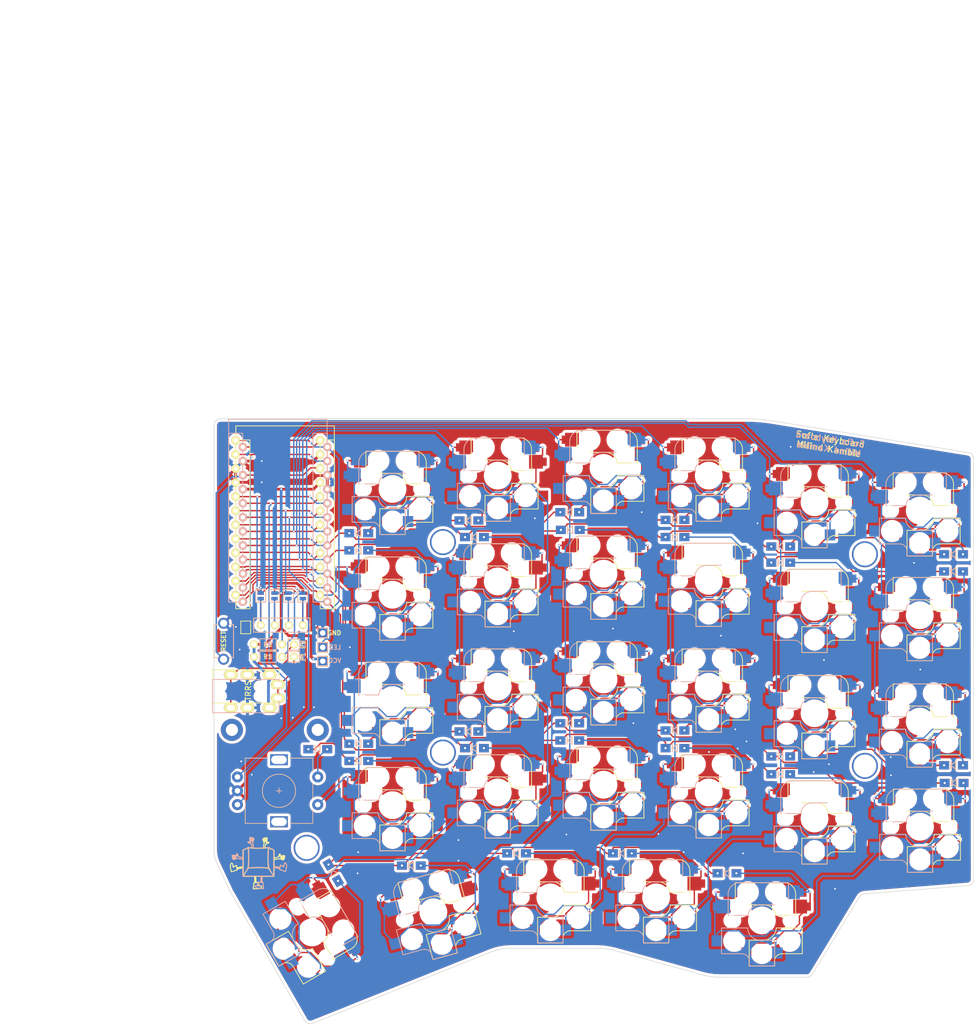
<source format=kicad_pcb>
(kicad_pcb (version 20171130) (host pcbnew 5.1.4-e60b266~84~ubuntu18.04.1)
  (layers (0 F.Cu signal hide) (31 B.Cu signal hide) (34 B.Paste user hide) (35 F.Paste user hide) (36 B.SilkS user) (37 F.SilkS user) (38 B.Mask user hide) (39 F.Mask user hide) (44 Edge.Cuts user))
  (net 0 "")
  (net 1 "Net-(D1-Pad2)")
  (net 2 row4)
  (net 3 "Net-(D2-Pad2)")
  (net 4 "Net-(D3-Pad2)")
  (net 5 row0)
  (net 6 "Net-(D4-Pad2)")
  (net 7 row1)
  (net 8 "Net-(D5-Pad2)")
  (net 9 row2)
  (net 10 "Net-(D6-Pad2)")
  (net 11 row3)
  (net 12 "Net-(D7-Pad2)")
  (net 13 "Net-(D8-Pad2)")
  (net 14 "Net-(D9-Pad2)")
  (net 15 "Net-(D10-Pad2)")
  (net 16 "Net-(D11-Pad2)")
  (net 17 "Net-(D12-Pad2)")
  (net 18 "Net-(D13-Pad2)")
  (net 19 "Net-(D14-Pad2)")
  (net 20 "Net-(D15-Pad2)")
  (net 21 "Net-(D16-Pad2)")
  (net 22 "Net-(D17-Pad2)")
  (net 23 "Net-(D18-Pad2)")
  (net 24 "Net-(D19-Pad2)")
  (net 25 "Net-(D20-Pad2)")
  (net 26 "Net-(D21-Pad2)")
  (net 27 "Net-(D22-Pad2)")
  (net 28 "Net-(D23-Pad2)")
  (net 29 "Net-(D24-Pad2)")
  (net 30 "Net-(D26-Pad2)")
  (net 31 "Net-(D27-Pad2)")
  (net 32 "Net-(D28-Pad2)")
  (net 33 VCC)
  (net 34 GND)
  (net 35 col0)
  (net 36 col1)
  (net 37 col2)
  (net 38 col3)
  (net 39 col4)
  (net 40 SDA)
  (net 41 LED)
  (net 42 SCL)
  (net 43 RESET)
  (net 44 "Net-(D29-Pad2)")
  (net 45 "Net-(U1-Pad24)")
  (net 46 "Net-(U1-Pad7)")
  (net 47 DATA)
  (net 48 "Net-(J3-Pad1)")
  (net 49 "Net-(J3-Pad2)")
  (net 50 "Net-(J3-Pad3)")
  (net 51 "Net-(J3-Pad4)")
  (net 52 "Net-(D30-Pad2)")
  (net 53 SW25B)
  (net 54 SW25A)
  (net 55 ENCB)
  (net 56 ENCA)
  (net 57 /i2c_c)
  (net 58 /i2c_d)
  (module SofleKeyboard-footprint:SofleLogoSmall (layer B.Cu) (at 95.81 124.55 180)
    (fp_text reference Ref** hide)
    (fp_text value Val** hide)
  )
  (module SofleKeyboard-footprint:SofleLogoSmall (layer F.Cu) (at 96.77 124.61)
    (fp_text reference Ref** hide)
    (fp_text value Val** hide)
  )
  (module SofleKeyboard-footprint:M2_HOLE_PCB (layer F.Cu) (at 107 93.5)
    (fp_text reference TH2 hide)
    (fp_text value HOLE)
    (pad "" thru_hole circle (at 0 0) (size 4 4) (drill 2.2) (layers *.Cu *.Mask Dwgs.User))
  )
  (module SofleKeyboard-footprint:M2_HOLE_PCB (layer F.Cu) (at 91.5 93.5)
    (fp_text reference TH1 hide)
    (fp_text value HOLE)
    (pad "" thru_hole circle (at 0 0) (size 4 4) (drill 2.2) (layers *.Cu *.Mask Dwgs.User))
  )
  (module SofleKeyboard-footprint:OLED_4Pin (layer F.Cu) (at 96.7 74.6)
    (fp_text reference J3 hide)
    (fp_text value OLED hide)
    (pad 4 thru_hole circle (at 7.62 0) (size 1.397 1.397) (drill 0.8128) (layers *.Cu *.Mask F.SilkS) (net 51 "Net-(J3-Pad4)"))
    (pad 3 thru_hole circle (at 5.08 0) (size 1.397 1.397) (drill 0.8128) (layers *.Cu *.Mask F.SilkS) (net 50 "Net-(J3-Pad3)"))
    (pad 2 thru_hole circle (at 2.54 0) (size 1.397 1.397) (drill 0.8128) (layers *.Cu *.Mask F.SilkS) (net 49 "Net-(J3-Pad2)"))
    (pad 1 thru_hole circle (at 0 0) (size 1.397 1.397) (drill 0.8128) (layers *.Cu *.Mask F.SilkS) (net 48 "Net-(J3-Pad1)"))
  )
  (module SofleKeyboard-footprint:Diode_SOD123 (layer F.Cu) (at 162 115.8)
    (fp_text reference D29 hide)
    (fp_text value D hide)
    (pad 2 thru_hole rect (at 1.7 0) (size 1.8 1.5) (drill 0.4) (layers *.Cu *.Mask) (net 44 "Net-(D29-Pad2)"))
    (pad 1 thru_hole rect (at -1.7 0) (size 1.8 1.5) (drill 0.4) (layers *.Cu *.Mask) (net 2 row4))
  )
  (module SofleKeyboard-footprint:Diode_SOD123 (layer F.Cu) (at 142.9 115.8)
    (fp_text reference D28 hide)
    (fp_text value D hide)
    (pad 2 thru_hole rect (at 1.7 0) (size 1.8 1.5) (drill 0.4) (layers *.Cu *.Mask) (net 32 "Net-(D28-Pad2)"))
    (pad 1 thru_hole rect (at -1.7 0) (size 1.8 1.5) (drill 0.4) (layers *.Cu *.Mask) (net 2 row4))
  )
  (module SofleKeyboard-footprint:Diode_SOD123 (layer F.Cu) (at 123.9 118)
    (fp_text reference D27 hide)
    (fp_text value D hide)
    (pad 2 thru_hole rect (at 1.7 0) (size 1.8 1.5) (drill 0.4) (layers *.Cu *.Mask) (net 31 "Net-(D27-Pad2)"))
    (pad 1 thru_hole rect (at -1.7 0) (size 1.8 1.5) (drill 0.4) (layers *.Cu *.Mask) (net 2 row4))
  )
  (module SofleKeyboard-footprint:Diode_SOD123 (layer F.Cu) (at 109.8 119.3 300)
    (fp_text reference D26 hide)
    (fp_text value D hide)
    (pad 2 thru_hole rect (at 1.7 0 300) (size 1.8 1.5) (drill 0.4) (layers *.Cu *.Mask) (net 30 "Net-(D26-Pad2)"))
    (pad 1 thru_hole rect (at -1.7 0 300) (size 1.8 1.5) (drill 0.4) (layers *.Cu *.Mask) (net 2 row4))
  )
  (module SofleKeyboard-footprint:Diode_SOD123 (layer F.Cu) (at 107 97)
    (fp_text reference D25 hide)
    (fp_text value D hide)
    (pad 2 thru_hole rect (at 1.7 0) (size 1.8 1.5) (drill 0.4) (layers *.Cu *.Mask) (net 53 SW25B))
    (pad 1 thru_hole rect (at -1.7 0) (size 1.8 1.5) (drill 0.4) (layers *.Cu *.Mask) (net 2 row4))
  )
  (module SofleKeyboard-footprint:Diode_SOD123 (layer F.Cu) (at 221.9 103.1)
    (fp_text reference D24 hide)
    (fp_text value D hide)
    (pad 2 thru_hole rect (at 1.7 0) (size 1.8 1.5) (drill 0.4) (layers *.Cu *.Mask) (net 29 "Net-(D24-Pad2)"))
    (pad 1 thru_hole rect (at -1.7 0) (size 1.8 1.5) (drill 0.4) (layers *.Cu *.Mask) (net 11 row3))
  )
  (module SofleKeyboard-footprint:Diode_SOD123 (layer F.Cu) (at 190.6 101.5)
    (fp_text reference D23 hide)
    (fp_text value D hide)
    (pad 2 thru_hole rect (at 1.7 0) (size 1.8 1.5) (drill 0.4) (layers *.Cu *.Mask) (net 28 "Net-(D23-Pad2)"))
    (pad 1 thru_hole rect (at -1.7 0) (size 1.8 1.5) (drill 0.4) (layers *.Cu *.Mask) (net 11 row3))
  )
  (module SofleKeyboard-footprint:Diode_SOD123 (layer F.Cu) (at 171.5 96.8)
    (fp_text reference D22 hide)
    (fp_text value D hide)
    (pad 2 thru_hole rect (at 1.7 0) (size 1.8 1.5) (drill 0.4) (layers *.Cu *.Mask) (net 27 "Net-(D22-Pad2)"))
    (pad 1 thru_hole rect (at -1.7 0) (size 1.8 1.5) (drill 0.4) (layers *.Cu *.Mask) (net 11 row3))
  )
  (module SofleKeyboard-footprint:Diode_SOD123 (layer F.Cu) (at 152.5 95.4)
    (fp_text reference D21 hide)
    (fp_text value D hide)
    (pad 2 thru_hole rect (at 1.7 0) (size 1.8 1.5) (drill 0.4) (layers *.Cu *.Mask) (net 26 "Net-(D21-Pad2)"))
    (pad 1 thru_hole rect (at -1.7 0) (size 1.8 1.5) (drill 0.4) (layers *.Cu *.Mask) (net 11 row3))
  )
  (module SofleKeyboard-footprint:Diode_SOD123 (layer F.Cu) (at 135.3 96.8)
    (fp_text reference D20 hide)
    (fp_text value D hide)
    (pad 2 thru_hole rect (at 1.7 0) (size 1.8 1.5) (drill 0.4) (layers *.Cu *.Mask) (net 25 "Net-(D20-Pad2)"))
    (pad 1 thru_hole rect (at -1.7 0) (size 1.8 1.5) (drill 0.4) (layers *.Cu *.Mask) (net 11 row3))
  )
  (module SofleKeyboard-footprint:Diode_SOD123 (layer F.Cu) (at 114.4 99.1)
    (fp_text reference D19 hide)
    (fp_text value D hide)
    (pad 2 thru_hole rect (at 1.7 0) (size 1.8 1.5) (drill 0.4) (layers *.Cu *.Mask) (net 24 "Net-(D19-Pad2)"))
    (pad 1 thru_hole rect (at -1.7 0) (size 1.8 1.5) (drill 0.4) (layers *.Cu *.Mask) (net 11 row3))
  )
  (module SofleKeyboard-footprint:Diode_SOD123 (layer F.Cu) (at 221.8 99.9)
    (fp_text reference D18 hide)
    (fp_text value D hide)
    (pad 2 thru_hole rect (at 1.7 0) (size 1.8 1.5) (drill 0.4) (layers *.Cu *.Mask) (net 23 "Net-(D18-Pad2)"))
    (pad 1 thru_hole rect (at -1.7 0) (size 1.8 1.5) (drill 0.4) (layers *.Cu *.Mask) (net 9 row2))
  )
  (module SofleKeyboard-footprint:Diode_SOD123 (layer F.Cu) (at 190.6 98.3)
    (fp_text reference D17 hide)
    (fp_text value D hide)
    (pad 2 thru_hole rect (at 1.7 0) (size 1.8 1.5) (drill 0.4) (layers *.Cu *.Mask) (net 22 "Net-(D17-Pad2)"))
    (pad 1 thru_hole rect (at -1.7 0) (size 1.8 1.5) (drill 0.4) (layers *.Cu *.Mask) (net 9 row2))
  )
  (module SofleKeyboard-footprint:Diode_SOD123 (layer F.Cu) (at 171.5 93.6)
    (fp_text reference D16 hide)
    (fp_text value D hide)
    (pad 2 thru_hole rect (at 1.7 0) (size 1.8 1.5) (drill 0.4) (layers *.Cu *.Mask) (net 21 "Net-(D16-Pad2)"))
    (pad 1 thru_hole rect (at -1.7 0) (size 1.8 1.5) (drill 0.4) (layers *.Cu *.Mask) (net 9 row2))
  )
  (module SofleKeyboard-footprint:Diode_SOD123 (layer F.Cu) (at 152.5 92.3)
    (fp_text reference D15 hide)
    (fp_text value D hide)
    (pad 2 thru_hole rect (at 1.7 0) (size 1.8 1.5) (drill 0.4) (layers *.Cu *.Mask) (net 20 "Net-(D15-Pad2)"))
    (pad 1 thru_hole rect (at -1.7 0) (size 1.8 1.5) (drill 0.4) (layers *.Cu *.Mask) (net 9 row2))
  )
  (module SofleKeyboard-footprint:Diode_SOD123 (layer F.Cu) (at 134.3 93.8)
    (fp_text reference D14 hide)
    (fp_text value D hide)
    (pad 2 thru_hole rect (at 1.7 0) (size 1.8 1.5) (drill 0.4) (layers *.Cu *.Mask) (net 19 "Net-(D14-Pad2)"))
    (pad 1 thru_hole rect (at -1.7 0) (size 1.8 1.5) (drill 0.4) (layers *.Cu *.Mask) (net 9 row2))
  )
  (module SofleKeyboard-footprint:Diode_SOD123 (layer F.Cu) (at 114.4 96)
    (fp_text reference D13 hide)
    (fp_text value D hide)
    (pad 2 thru_hole rect (at 1.7 0) (size 1.8 1.5) (drill 0.4) (layers *.Cu *.Mask) (net 18 "Net-(D13-Pad2)"))
    (pad 1 thru_hole rect (at -1.7 0) (size 1.8 1.5) (drill 0.4) (layers *.Cu *.Mask) (net 9 row2))
  )
  (module SofleKeyboard-footprint:Diode_SOD123 (layer F.Cu) (at 221.8 64.9)
    (fp_text reference D12 hide)
    (fp_text value D hide)
    (pad 2 thru_hole rect (at 1.7 0) (size 1.8 1.5) (drill 0.4) (layers *.Cu *.Mask) (net 17 "Net-(D12-Pad2)"))
    (pad 1 thru_hole rect (at -1.7 0) (size 1.8 1.5) (drill 0.4) (layers *.Cu *.Mask) (net 7 row1))
  )
  (module SofleKeyboard-footprint:Diode_SOD123 (layer F.Cu) (at 190.6 63.3)
    (fp_text reference D11 hide)
    (fp_text value D hide)
    (pad 2 thru_hole rect (at 1.7 0) (size 1.8 1.5) (drill 0.4) (layers *.Cu *.Mask) (net 16 "Net-(D11-Pad2)"))
    (pad 1 thru_hole rect (at -1.7 0) (size 1.8 1.5) (drill 0.4) (layers *.Cu *.Mask) (net 7 row1))
  )
  (module SofleKeyboard-footprint:Diode_SOD123 (layer F.Cu) (at 171.5 58.7)
    (fp_text reference D10 hide)
    (fp_text value D hide)
    (pad 2 thru_hole rect (at 1.7 0) (size 1.8 1.5) (drill 0.4) (layers *.Cu *.Mask) (net 15 "Net-(D10-Pad2)"))
    (pad 1 thru_hole rect (at -1.7 0) (size 1.8 1.5) (drill 0.4) (layers *.Cu *.Mask) (net 7 row1))
  )
  (module SofleKeyboard-footprint:Diode_SOD123 (layer F.Cu) (at 152.6 57.4)
    (fp_text reference D9 hide)
    (fp_text value D hide)
    (pad 2 thru_hole rect (at 1.7 0) (size 1.8 1.5) (drill 0.4) (layers *.Cu *.Mask) (net 14 "Net-(D9-Pad2)"))
    (pad 1 thru_hole rect (at -1.7 0) (size 1.8 1.5) (drill 0.4) (layers *.Cu *.Mask) (net 7 row1))
  )
  (module SofleKeyboard-footprint:Diode_SOD123 (layer F.Cu) (at 135.3 58.7)
    (fp_text reference D8 hide)
    (fp_text value D hide)
    (pad 2 thru_hole rect (at 1.7 0) (size 1.8 1.5) (drill 0.4) (layers *.Cu *.Mask) (net 13 "Net-(D8-Pad2)"))
    (pad 1 thru_hole rect (at -1.7 0) (size 1.8 1.5) (drill 0.4) (layers *.Cu *.Mask) (net 7 row1))
  )
  (module SofleKeyboard-footprint:Diode_SOD123 (layer F.Cu) (at 114.4 61.1)
    (fp_text reference D7 hide)
    (fp_text value D hide)
    (pad 2 thru_hole rect (at 1.7 0) (size 1.8 1.5) (drill 0.4) (layers *.Cu *.Mask) (net 12 "Net-(D7-Pad2)"))
    (pad 1 thru_hole rect (at -1.7 0) (size 1.8 1.5) (drill 0.4) (layers *.Cu *.Mask) (net 7 row1))
  )
  (module SofleKeyboard-footprint:Diode_SOD123 (layer F.Cu) (at 221.8 61.8)
    (fp_text reference D6 hide)
    (fp_text value D hide)
    (pad 2 thru_hole rect (at 1.7 0) (size 1.8 1.5) (drill 0.4) (layers *.Cu *.Mask) (net 10 "Net-(D6-Pad2)"))
    (pad 1 thru_hole rect (at -1.7 0) (size 1.8 1.5) (drill 0.4) (layers *.Cu *.Mask) (net 5 row0))
  )
  (module SofleKeyboard-footprint:Diode_SOD123 (layer F.Cu) (at 190.6 60.4)
    (fp_text reference D5 hide)
    (fp_text value D hide)
    (pad 2 thru_hole rect (at 1.7 0) (size 1.8 1.5) (drill 0.4) (layers *.Cu *.Mask) (net 8 "Net-(D5-Pad2)"))
    (pad 1 thru_hole rect (at -1.7 0) (size 1.8 1.5) (drill 0.4) (layers *.Cu *.Mask) (net 5 row0))
  )
  (module SofleKeyboard-footprint:Diode_SOD123 (layer F.Cu) (at 171.5 55.6)
    (fp_text reference D4 hide)
    (fp_text value D hide)
    (pad 2 thru_hole rect (at 1.7 0) (size 1.8 1.5) (drill 0.4) (layers *.Cu *.Mask) (net 6 "Net-(D4-Pad2)"))
    (pad 1 thru_hole rect (at -1.7 0) (size 1.8 1.5) (drill 0.4) (layers *.Cu *.Mask) (net 5 row0))
  )
  (module SofleKeyboard-footprint:Diode_SOD123 (layer F.Cu) (at 152.5 54.2)
    (fp_text reference D3 hide)
    (fp_text value D hide)
    (pad 2 thru_hole rect (at 1.7 0) (size 1.8 1.5) (drill 0.4) (layers *.Cu *.Mask) (net 4 "Net-(D3-Pad2)"))
    (pad 1 thru_hole rect (at -1.7 0) (size 1.8 1.5) (drill 0.4) (layers *.Cu *.Mask) (net 5 row0))
  )
  (module SofleKeyboard-footprint:Diode_SOD123 (layer F.Cu) (at 134.3 55.7)
    (fp_text reference D2 hide)
    (fp_text value D hide)
    (pad 2 thru_hole rect (at 1.7 0) (size 1.8 1.5) (drill 0.4) (layers *.Cu *.Mask) (net 3 "Net-(D2-Pad2)"))
    (pad 1 thru_hole rect (at -1.7 0) (size 1.8 1.5) (drill 0.4) (layers *.Cu *.Mask) (net 5 row0))
  )
  (module SofleKeyboard-footprint:Diode_SOD123 (layer F.Cu) (at 114.4 58)
    (fp_text reference D1 hide)
    (fp_text value D hide)
    (pad 2 thru_hole rect (at 1.7 0) (size 1.8 1.5) (drill 0.4) (layers *.Cu *.Mask) (net 1 "Net-(D1-Pad2)"))
    (pad 1 thru_hole rect (at -1.7 0) (size 1.8 1.5) (drill 0.4) (layers *.Cu *.Mask) (net 5 row0))
  )
  (module SofleKeyboard-footprint:jumper_data (layer F.Cu) (at 94 75 270)
    (fp_text reference W1 hide)
    (fp_text value jumper hide)
    (fp_poly (pts (xy -0.2 -0.15) (xy 0.2 -0.15) (xy 0.2 0.15) (xy -0.2 0.15)) (layer F.Cu) (width 0.1))
    (pad 1 smd rect (at -0.50038 0 270) (size 0.635 1.143) (layers F.Cu F.Paste F.Mask) (net 47 DATA) (clearance 0.1905))
    (pad 2 smd rect (at 0.50038 0 270) (size 0.635 1.143) (layers F.Cu F.Paste F.Mask) (net 58 /i2c_d) (clearance 0.1905))
  )
  (module SofleKeyboard-footprint:TACT_SWITCH_TVBP06 (layer F.Cu) (at 90 77.5 270)
    (fp_text reference RSW1 hide)
    (fp_text value SW_RST hide)
    (fp_text user RESET (at 0 0 270) (layer F.SilkS) (effects (font (size 0.8 0.8))))
    (fp_text user RESET (at 0 0 270) (layer F.SilkS) (effects (font (size 0.8 0.8))))
    (pad 2 thru_hole circle (at 3.25 0 270) (size 2 2) (drill 1.3) (layers *.Cu *.Mask) (net 43 RESET))
    (pad 1 thru_hole circle (at -3.25 0 270) (size 2 2) (drill 1.3) (layers *.Cu *.Mask) (net 34 GND))
  )
  (module SofleKeyboard-footprint:Jumper (layer B.Cu) (at 96.7 69.3 90)
    (fp_text reference JP8 hide)
    (fp_text value Jumper_NO_Small hide)
    (pad 2 smd rect (at 0.50038 0 90) (size 0.635 1.143) (layers B.Cu B.Paste B.Mask) (net 34 GND) (clearance 0.1905))
    (pad 1 smd rect (at -0.50038 0 90) (size 0.635 1.143) (layers B.Cu B.Paste B.Mask) (net 48 "Net-(J3-Pad1)") (clearance 0.1905))
  )
  (module SofleKeyboard-footprint:Jumper (layer B.Cu) (at 99.2 69.3 90)
    (fp_text reference JP7 hide)
    (fp_text value Jumper_NO_Small hide)
    (pad 2 smd rect (at 0.50038 0 90) (size 0.635 1.143) (layers B.Cu B.Paste B.Mask) (net 33 VCC) (clearance 0.1905))
    (pad 1 smd rect (at -0.50038 0 90) (size 0.635 1.143) (layers B.Cu B.Paste B.Mask) (net 49 "Net-(J3-Pad2)") (clearance 0.1905))
  )
  (module SofleKeyboard-footprint:Jumper (layer B.Cu) (at 101.7 69.3 90)
    (fp_text reference JP6 hide)
    (fp_text value Jumper_NO_Small hide)
    (pad 2 smd rect (at 0.50038 0 90) (size 0.635 1.143) (layers B.Cu B.Paste B.Mask) (net 42 SCL) (clearance 0.1905))
    (pad 1 smd rect (at -0.50038 0 90) (size 0.635 1.143) (layers B.Cu B.Paste B.Mask) (net 50 "Net-(J3-Pad3)") (clearance 0.1905))
  )
  (module SofleKeyboard-footprint:Jumper (layer B.Cu) (at 104.3 69.3 90)
    (fp_text reference JP5 hide)
    (fp_text value Jumper_NO_Small hide)
    (pad 2 smd rect (at 0.50038 0 90) (size 0.635 1.143) (layers B.Cu B.Paste B.Mask) (net 40 SDA) (clearance 0.1905))
    (pad 1 smd rect (at -0.50038 0 90) (size 0.635 1.143) (layers B.Cu B.Paste B.Mask) (net 51 "Net-(J3-Pad4)") (clearance 0.1905))
  )
  (module SofleKeyboard-footprint:Jumper (layer F.Cu) (at 96.7 69.3 90)
    (fp_text reference JP4 hide)
    (fp_text value Jumper_NO_Small hide)
    (pad 2 smd rect (at 0.50038 0 90) (size 0.635 1.143) (layers F.Cu F.Paste F.Mask) (net 40 SDA) (clearance 0.1905))
    (pad 1 smd rect (at -0.50038 0 90) (size 0.635 1.143) (layers F.Cu F.Paste F.Mask) (net 48 "Net-(J3-Pad1)") (clearance 0.1905))
  )
  (module SofleKeyboard-footprint:Jumper (layer F.Cu) (at 99.2 69.3 90)
    (fp_text reference JP3 hide)
    (fp_text value Jumper_NO_Small hide)
    (pad 2 smd rect (at 0.50038 0 90) (size 0.635 1.143) (layers F.Cu F.Paste F.Mask) (net 42 SCL) (clearance 0.1905))
    (pad 1 smd rect (at -0.50038 0 90) (size 0.635 1.143) (layers F.Cu F.Paste F.Mask) (net 49 "Net-(J3-Pad2)") (clearance 0.1905))
  )
  (module SofleKeyboard-footprint:Jumper (layer F.Cu) (at 101.7 69.3 90)
    (fp_text reference JP2 hide)
    (fp_text value Jumper_NO_Small hide)
    (pad 2 smd rect (at 0.50038 0 90) (size 0.635 1.143) (layers F.Cu F.Paste F.Mask) (net 33 VCC) (clearance 0.1905))
    (pad 1 smd rect (at -0.50038 0 90) (size 0.635 1.143) (layers F.Cu F.Paste F.Mask) (net 50 "Net-(J3-Pad3)") (clearance 0.1905))
  )
  (module SofleKeyboard-footprint:Jumper (layer F.Cu) (at 104.3 69.3 90)
    (fp_text reference JP1 hide)
    (fp_text value Jumper_NO_Small hide)
    (pad 2 smd rect (at 0.50038 0 90) (size 0.635 1.143) (layers F.Cu F.Paste F.Mask) (net 34 GND) (clearance 0.1905))
    (pad 1 smd rect (at -0.50038 0 90) (size 0.635 1.143) (layers F.Cu F.Paste F.Mask) (net 51 "Net-(J3-Pad4)") (clearance 0.1905))
  )
  (module SofleKeyboard-footprint:RESISTOR_mini (layer F.Cu) (at 98.039272 80.311965)
    (fp_text reference R1 (at -0.039272 -0.011965 180) (layer F.SilkS) (effects (font (size 0.8128 0.8128))))
    (fp_text value R hide)
    (fp_text user R1 (at 0 -0.011965 180) (layer B.SilkS) (effects (font (size 0.8 0.8)) (justify mirror)))
    (pad 2 thru_hole circle (at 2.54 0) (size 1.397 1.397) (drill 0.8128) (layers *.Cu *.Mask F.SilkS) (net 40 SDA))
    (pad 1 thru_hole circle (at -2.54 0) (size 1.397 1.397) (drill 0.8128) (layers *.Cu *.Mask F.SilkS) (net 33 VCC))
  )
  (module SofleKeyboard-footprint:RESISTOR_mini (layer F.Cu) (at 98.039272 78.061965)
    (fp_text reference R2 (at -0.039272 0.038035 180) (layer F.SilkS) (effects (font (size 0.8128 0.8128))))
    (fp_text value R hide)
    (fp_text user R1 (at 0 0) (layer B.SilkS) (effects (font (size 0.8 0.8)) (justify mirror)))
    (fp_text user R2 (at 0 0 180) (layer B.SilkS) (effects (font (size 0.8 0.8)) (justify mirror)))
    (pad 2 thru_hole circle (at 2.54 0) (size 1.397 1.397) (drill 0.8128) (layers *.Cu *.Mask F.SilkS) (net 42 SCL))
    (pad 1 thru_hole circle (at -2.54 0) (size 1.397 1.397) (drill 0.8128) (layers *.Cu *.Mask F.SilkS) (net 33 VCC))
  )
  (module SofleKeyboard-footprint:1pin_conn (layer F.Cu) (at 102.7 78.1 270)
    (fp_text reference P2 (at 0 -1.671944 270) (layer F.SilkS) (effects (font (size 0.8128 0.8128))))
    (fp_text value i2c_pin hide)
    (fp_text user P2 (at 0 -1.7 270) (layer B.SilkS) (effects (font (size 0.8 0.8)) (justify mirror)))
    (pad 1 thru_hole circle (at 0 0 270) (size 1.397 1.397) (drill 0.8128) (layers *.Cu *.Mask F.SilkS) (net 58 /i2c_d))
  )
  (module SofleKeyboard-footprint:1pin_conn (layer F.Cu) (at 102.7 80.3 270)
    (fp_text reference P1 (at 0 -1.671944 270) (layer F.SilkS) (effects (font (size 0.8128 0.8128))))
    (fp_text value i2c_pin hide)
    (fp_text user P1 (at 0.2 -1.7 270) (layer B.SilkS) (effects (font (size 0.8 0.8)) (justify mirror)))
    (pad 1 thru_hole circle (at 0 0 270) (size 1.397 1.397) (drill 0.8128) (layers *.Cu *.Mask F.SilkS) (net 57 /i2c_c))
  )
  (module SofleKeyboard-footprint:HOLE_M2_TH (layer F.Cu) (at 205.8 100)
    (fp_text reference TH6 hide)
    (fp_text value HOLE hide)
    (pad "" thru_hole circle (at 0 0 90) (size 4.7 4.7) (drill 4.1) (layers *.Cu *.Mask Dwgs.User) (clearance 0.3))
  )
  (module SofleKeyboard-footprint:HOLE_M2_TH (layer F.Cu) (at 129.6 97.6)
    (fp_text reference TH5 hide)
    (fp_text value HOLE hide)
    (pad "" thru_hole circle (at 0 0 90) (size 4.7 4.7) (drill 4.1) (layers *.Cu *.Mask Dwgs.User) (clearance 0.3))
  )
  (module SofleKeyboard-footprint:HOLE_M2_TH (layer F.Cu) (at 129.6 59.6)
    (fp_text reference TH3 hide)
    (fp_text value HOLE hide)
    (pad "" thru_hole circle (at 0 0 90) (size 4.7 4.7) (drill 4.1) (layers *.Cu *.Mask Dwgs.User) (clearance 0.3))
  )
  (module SofleKeyboard-footprint:Diode_SOD123 (layer F.Cu) (at 180.9 119.4)
    (fp_text reference D30 hide)
    (fp_text value D hide)
    (pad 2 thru_hole rect (at 1.7 0) (size 1.8 1.5) (drill 0.4) (layers *.Cu *.Mask) (net 52 "Net-(D30-Pad2)"))
    (pad 1 thru_hole rect (at -1.7 0) (size 1.8 1.5) (drill 0.4) (layers *.Cu *.Mask) (net 2 row4))
  )
  (module SofleKeyboard-footprint:CherryMX_KailhLowProfile_Hotswap (layer F.Cu) (at 120.5 50)
    (fp_text reference SW1 hide)
    (fp_text value SW_PUSH hide)
    (pad 1 smd custom (at -7.2 -5.1) (size 0.7 1.5) (layers F.Cu F.Paste F.Mask) (net 54 SW25A) (options (clearance outline) (anchor rect)) (primitives (gr_poly (pts (xy 0.3 -1.2) (xy 0.3 1.2) (xy 2.1 1.2) (xy 2.7 0.8) (xy 2.7 -1.2)) (width 0.1))))
    (pad 2 smd custom (at 7.2 -5.1) (size 0.7 1.5) (layers B.Cu B.Paste B.Mask) (net 1 "Net-(D1-Pad2)") (options (clearance outline) (anchor rect)) (primitives (gr_poly (pts (xy -0.4 -1.2) (xy -2.8 -1.2) (xy -2.8 0.8) (xy -2.3 1.2) (xy -0.4 1.2)) (width 0.1))))
    (pad 1 smd custom (at -8.5 -2.5) (size 0.7 1.5) (layers B.Cu B.Paste B.Mask) (net 54 SW25A) (options (clearance outline) (anchor rect)) (primitives (gr_poly (pts (xy 0.3 -1.2) (xy 2.7 -1.2) (xy 2.7 1.2) (xy 0.3 1.2)) (width 0.1))))
    (pad 2 smd custom (at 8.5 -2.5) (size 0.7 1.5) (layers F.Cu F.Paste F.Mask) (net 1 "Net-(D1-Pad2)") (options (clearance outline) (anchor rect)) (primitives (gr_poly (pts (xy -2.8 -1.2) (xy -0.4 -1.2) (xy -0.4 1.2) (xy -2.8 1.2)) (width 0.1))))
    (pad "" np_thru_hole circle (at -3.81 -2.540001 180) (size 3 3) (drill 3) (layers *.Cu *.Mask))
    (pad "" np_thru_hole circle (at -5.08 0) (size 1.7 1.7) (drill 1.7) (layers *.Cu *.Mask))
    (pad "" np_thru_hole circle (at 5.08 0) (size 1.7 1.7) (drill 1.7) (layers *.Cu *.Mask))
    (pad "" np_thru_hole circle (at 5.5 0 90) (size 1.9 1.9) (drill 1.9) (layers *.Cu *.Mask))
    (pad "" np_thru_hole circle (at -5.5 0 90) (size 1.9 1.9) (drill 1.9) (layers *.Cu *.Mask))
    (pad "" np_thru_hole circle (at 0 0 90) (size 4 4) (drill 4) (layers *.Cu *.Mask))
    (pad "" np_thru_hole circle (at 2.54 -5.08 180) (size 3 3) (drill 3) (layers *.Cu *.Mask))
    (pad "" np_thru_hole circle (at 0 5.9 90) (size 3 3) (drill 3) (layers *.Cu *.Mask))
    (pad "" np_thru_hole circle (at -5 3.7 90) (size 3 3) (drill 3) (layers *.Cu *.Mask))
    (pad 2 smd rect (at 2.8 5.9 180) (size 1.9 2) (layers B.Cu B.Paste B.Mask) (net 1 "Net-(D1-Pad2)"))
    (pad 1 smd rect (at -8.1 3.7 180) (size 2 2) (layers B.Cu B.Paste B.Mask) (net 54 SW25A))
    (pad 1 smd rect (at 8.1 3.7 180) (size 2 2) (layers F.Cu F.Paste F.Mask) (net 54 SW25A))
    (pad 2 smd rect (at -2.8 5.9 180) (size 1.8 2) (layers F.Cu F.Paste F.Mask) (net 1 "Net-(D1-Pad2)"))
    (pad "" np_thru_hole circle (at 5 3.7 270) (size 3 3) (drill 3) (layers *.Cu *.Mask))
    (pad "" np_thru_hole circle (at -2.54 -5.08 180) (size 3 3) (drill 3) (layers *.Cu *.Mask))
    (pad "" np_thru_hole circle (at 3.81 -2.54 180) (size 3 3) (drill 3) (layers *.Cu *.Mask))
  )
  (module SofleKeyboard-footprint:CherryMX_KailhLowProfile_Hotswap (layer F.Cu) (at 139.5 47.6)
    (fp_text reference SW2 hide)
    (fp_text value SW_PUSH hide)
    (pad 1 smd custom (at -7.2 -5.1) (size 0.7 1.5) (layers F.Cu F.Paste F.Mask) (net 39 col4) (options (clearance outline) (anchor rect)) (primitives (gr_poly (pts (xy 0.3 -1.2) (xy 0.3 1.2) (xy 2.1 1.2) (xy 2.7 0.8) (xy 2.7 -1.2)) (width 0.1))))
    (pad 2 smd custom (at 7.2 -5.1) (size 0.7 1.5) (layers B.Cu B.Paste B.Mask) (net 3 "Net-(D2-Pad2)") (options (clearance outline) (anchor rect)) (primitives (gr_poly (pts (xy -0.4 -1.2) (xy -2.8 -1.2) (xy -2.8 0.8) (xy -2.3 1.2) (xy -0.4 1.2)) (width 0.1))))
    (pad 1 smd custom (at -8.5 -2.5) (size 0.7 1.5) (layers B.Cu B.Paste B.Mask) (net 39 col4) (options (clearance outline) (anchor rect)) (primitives (gr_poly (pts (xy 0.3 -1.2) (xy 2.7 -1.2) (xy 2.7 1.2) (xy 0.3 1.2)) (width 0.1))))
    (pad 2 smd custom (at 8.5 -2.5) (size 0.7 1.5) (layers F.Cu F.Paste F.Mask) (net 3 "Net-(D2-Pad2)") (options (clearance outline) (anchor rect)) (primitives (gr_poly (pts (xy -2.8 -1.2) (xy -0.4 -1.2) (xy -0.4 1.2) (xy -2.8 1.2)) (width 0.1))))
    (pad "" np_thru_hole circle (at -3.81 -2.540001 180) (size 3 3) (drill 3) (layers *.Cu *.Mask))
    (pad "" np_thru_hole circle (at -5.08 0) (size 1.7 1.7) (drill 1.7) (layers *.Cu *.Mask))
    (pad "" np_thru_hole circle (at 5.08 0) (size 1.7 1.7) (drill 1.7) (layers *.Cu *.Mask))
    (pad "" np_thru_hole circle (at 5.5 0 90) (size 1.9 1.9) (drill 1.9) (layers *.Cu *.Mask))
    (pad "" np_thru_hole circle (at -5.5 0 90) (size 1.9 1.9) (drill 1.9) (layers *.Cu *.Mask))
    (pad "" np_thru_hole circle (at 0 0 90) (size 4 4) (drill 4) (layers *.Cu *.Mask))
    (pad "" np_thru_hole circle (at 2.54 -5.08 180) (size 3 3) (drill 3) (layers *.Cu *.Mask))
    (pad "" np_thru_hole circle (at 0 5.9 90) (size 3 3) (drill 3) (layers *.Cu *.Mask))
    (pad "" np_thru_hole circle (at -5 3.7 90) (size 3 3) (drill 3) (layers *.Cu *.Mask))
    (pad 2 smd rect (at 2.8 5.9 180) (size 1.9 2) (layers B.Cu B.Paste B.Mask) (net 3 "Net-(D2-Pad2)"))
    (pad 1 smd rect (at -8.1 3.7 180) (size 2 2) (layers B.Cu B.Paste B.Mask) (net 39 col4))
    (pad 1 smd rect (at 8.1 3.7 180) (size 2 2) (layers F.Cu F.Paste F.Mask) (net 39 col4))
    (pad 2 smd rect (at -2.8 5.9 180) (size 1.8 2) (layers F.Cu F.Paste F.Mask) (net 3 "Net-(D2-Pad2)"))
    (pad "" np_thru_hole circle (at 5 3.7 270) (size 3 3) (drill 3) (layers *.Cu *.Mask))
    (pad "" np_thru_hole circle (at -2.54 -5.08 180) (size 3 3) (drill 3) (layers *.Cu *.Mask))
    (pad "" np_thru_hole circle (at 3.81 -2.54 180) (size 3 3) (drill 3) (layers *.Cu *.Mask))
  )
  (module SofleKeyboard-footprint:CherryMX_KailhLowProfile_Hotswap (layer F.Cu) (at 158.6 46.21)
    (fp_text reference SW3 hide)
    (fp_text value SW_PUSH hide)
    (pad 1 smd custom (at -7.2 -5.1) (size 0.7 1.5) (layers F.Cu F.Paste F.Mask) (net 38 col3) (options (clearance outline) (anchor rect)) (primitives (gr_poly (pts (xy 0.3 -1.2) (xy 0.3 1.2) (xy 2.1 1.2) (xy 2.7 0.8) (xy 2.7 -1.2)) (width 0.1))))
    (pad 2 smd custom (at 7.2 -5.1) (size 0.7 1.5) (layers B.Cu B.Paste B.Mask) (net 4 "Net-(D3-Pad2)") (options (clearance outline) (anchor rect)) (primitives (gr_poly (pts (xy -0.4 -1.2) (xy -2.8 -1.2) (xy -2.8 0.8) (xy -2.3 1.2) (xy -0.4 1.2)) (width 0.1))))
    (pad 1 smd custom (at -8.5 -2.5) (size 0.7 1.5) (layers B.Cu B.Paste B.Mask) (net 38 col3) (options (clearance outline) (anchor rect)) (primitives (gr_poly (pts (xy 0.3 -1.2) (xy 2.7 -1.2) (xy 2.7 1.2) (xy 0.3 1.2)) (width 0.1))))
    (pad 2 smd custom (at 8.5 -2.5) (size 0.7 1.5) (layers F.Cu F.Paste F.Mask) (net 4 "Net-(D3-Pad2)") (options (clearance outline) (anchor rect)) (primitives (gr_poly (pts (xy -2.8 -1.2) (xy -0.4 -1.2) (xy -0.4 1.2) (xy -2.8 1.2)) (width 0.1))))
    (pad "" np_thru_hole circle (at -3.81 -2.540001 180) (size 3 3) (drill 3) (layers *.Cu *.Mask))
    (pad "" np_thru_hole circle (at -5.08 0) (size 1.7 1.7) (drill 1.7) (layers *.Cu *.Mask))
    (pad "" np_thru_hole circle (at 5.08 0) (size 1.7 1.7) (drill 1.7) (layers *.Cu *.Mask))
    (pad "" np_thru_hole circle (at 5.5 0 90) (size 1.9 1.9) (drill 1.9) (layers *.Cu *.Mask))
    (pad "" np_thru_hole circle (at -5.5 0 90) (size 1.9 1.9) (drill 1.9) (layers *.Cu *.Mask))
    (pad "" np_thru_hole circle (at 0 0 90) (size 4 4) (drill 4) (layers *.Cu *.Mask))
    (pad "" np_thru_hole circle (at 2.54 -5.08 180) (size 3 3) (drill 3) (layers *.Cu *.Mask))
    (pad "" np_thru_hole circle (at 0 5.9 90) (size 3 3) (drill 3) (layers *.Cu *.Mask))
    (pad "" np_thru_hole circle (at -5 3.7 90) (size 3 3) (drill 3) (layers *.Cu *.Mask))
    (pad 2 smd rect (at 2.8 5.9 180) (size 1.9 2) (layers B.Cu B.Paste B.Mask) (net 4 "Net-(D3-Pad2)"))
    (pad 1 smd rect (at -8.1 3.7 180) (size 2 2) (layers B.Cu B.Paste B.Mask) (net 38 col3))
    (pad 1 smd rect (at 8.1 3.7 180) (size 2 2) (layers F.Cu F.Paste F.Mask) (net 38 col3))
    (pad 2 smd rect (at -2.8 5.9 180) (size 1.8 2) (layers F.Cu F.Paste F.Mask) (net 4 "Net-(D3-Pad2)"))
    (pad "" np_thru_hole circle (at 5 3.7 270) (size 3 3) (drill 3) (layers *.Cu *.Mask))
    (pad "" np_thru_hole circle (at -2.54 -5.08 180) (size 3 3) (drill 3) (layers *.Cu *.Mask))
    (pad "" np_thru_hole circle (at 3.81 -2.54 180) (size 3 3) (drill 3) (layers *.Cu *.Mask))
  )
  (module SofleKeyboard-footprint:CherryMX_KailhLowProfile_Hotswap (layer F.Cu) (at 177.6 47.6)
    (fp_text reference SW4 hide)
    (fp_text value SW_PUSH hide)
    (pad 1 smd custom (at -7.2 -5.1) (size 0.7 1.5) (layers F.Cu F.Paste F.Mask) (net 37 col2) (options (clearance outline) (anchor rect)) (primitives (gr_poly (pts (xy 0.3 -1.2) (xy 0.3 1.2) (xy 2.1 1.2) (xy 2.7 0.8) (xy 2.7 -1.2)) (width 0.1))))
    (pad 2 smd custom (at 7.2 -5.1) (size 0.7 1.5) (layers B.Cu B.Paste B.Mask) (net 6 "Net-(D4-Pad2)") (options (clearance outline) (anchor rect)) (primitives (gr_poly (pts (xy -0.4 -1.2) (xy -2.8 -1.2) (xy -2.8 0.8) (xy -2.3 1.2) (xy -0.4 1.2)) (width 0.1))))
    (pad 1 smd custom (at -8.5 -2.5) (size 0.7 1.5) (layers B.Cu B.Paste B.Mask) (net 37 col2) (options (clearance outline) (anchor rect)) (primitives (gr_poly (pts (xy 0.3 -1.2) (xy 2.7 -1.2) (xy 2.7 1.2) (xy 0.3 1.2)) (width 0.1))))
    (pad 2 smd custom (at 8.5 -2.5) (size 0.7 1.5) (layers F.Cu F.Paste F.Mask) (net 6 "Net-(D4-Pad2)") (options (clearance outline) (anchor rect)) (primitives (gr_poly (pts (xy -2.8 -1.2) (xy -0.4 -1.2) (xy -0.4 1.2) (xy -2.8 1.2)) (width 0.1))))
    (pad "" np_thru_hole circle (at -3.81 -2.540001 180) (size 3 3) (drill 3) (layers *.Cu *.Mask))
    (pad "" np_thru_hole circle (at -5.08 0) (size 1.7 1.7) (drill 1.7) (layers *.Cu *.Mask))
    (pad "" np_thru_hole circle (at 5.08 0) (size 1.7 1.7) (drill 1.7) (layers *.Cu *.Mask))
    (pad "" np_thru_hole circle (at 5.5 0 90) (size 1.9 1.9) (drill 1.9) (layers *.Cu *.Mask))
    (pad "" np_thru_hole circle (at -5.5 0 90) (size 1.9 1.9) (drill 1.9) (layers *.Cu *.Mask))
    (pad "" np_thru_hole circle (at 0 0 90) (size 4 4) (drill 4) (layers *.Cu *.Mask))
    (pad "" np_thru_hole circle (at 2.54 -5.08 180) (size 3 3) (drill 3) (layers *.Cu *.Mask))
    (pad "" np_thru_hole circle (at 0 5.9 90) (size 3 3) (drill 3) (layers *.Cu *.Mask))
    (pad "" np_thru_hole circle (at -5 3.7 90) (size 3 3) (drill 3) (layers *.Cu *.Mask))
    (pad 2 smd rect (at 2.8 5.9 180) (size 1.9 2) (layers B.Cu B.Paste B.Mask) (net 6 "Net-(D4-Pad2)"))
    (pad 1 smd rect (at -8.1 3.7 180) (size 2 2) (layers B.Cu B.Paste B.Mask) (net 37 col2))
    (pad 1 smd rect (at 8.1 3.7 180) (size 2 2) (layers F.Cu F.Paste F.Mask) (net 37 col2))
    (pad 2 smd rect (at -2.8 5.9 180) (size 1.8 2) (layers F.Cu F.Paste F.Mask) (net 6 "Net-(D4-Pad2)"))
    (pad "" np_thru_hole circle (at 5 3.7 270) (size 3 3) (drill 3) (layers *.Cu *.Mask))
    (pad "" np_thru_hole circle (at -2.54 -5.08 180) (size 3 3) (drill 3) (layers *.Cu *.Mask))
    (pad "" np_thru_hole circle (at 3.81 -2.54 180) (size 3 3) (drill 3) (layers *.Cu *.Mask))
  )
  (module SofleKeyboard-footprint:CherryMX_KailhLowProfile_Hotswap (layer F.Cu) (at 196.7 52.4)
    (fp_text reference SW5 hide)
    (fp_text value SW_PUSH hide)
    (pad 1 smd custom (at -7.2 -5.1) (size 0.7 1.5) (layers F.Cu F.Paste F.Mask) (net 36 col1) (options (clearance outline) (anchor rect)) (primitives (gr_poly (pts (xy 0.3 -1.2) (xy 0.3 1.2) (xy 2.1 1.2) (xy 2.7 0.8) (xy 2.7 -1.2)) (width 0.1))))
    (pad 2 smd custom (at 7.2 -5.1) (size 0.7 1.5) (layers B.Cu B.Paste B.Mask) (net 8 "Net-(D5-Pad2)") (options (clearance outline) (anchor rect)) (primitives (gr_poly (pts (xy -0.4 -1.2) (xy -2.8 -1.2) (xy -2.8 0.8) (xy -2.3 1.2) (xy -0.4 1.2)) (width 0.1))))
    (pad 1 smd custom (at -8.5 -2.5) (size 0.7 1.5) (layers B.Cu B.Paste B.Mask) (net 36 col1) (options (clearance outline) (anchor rect)) (primitives (gr_poly (pts (xy 0.3 -1.2) (xy 2.7 -1.2) (xy 2.7 1.2) (xy 0.3 1.2)) (width 0.1))))
    (pad 2 smd custom (at 8.5 -2.5) (size 0.7 1.5) (layers F.Cu F.Paste F.Mask) (net 8 "Net-(D5-Pad2)") (options (clearance outline) (anchor rect)) (primitives (gr_poly (pts (xy -2.8 -1.2) (xy -0.4 -1.2) (xy -0.4 1.2) (xy -2.8 1.2)) (width 0.1))))
    (pad "" np_thru_hole circle (at -3.81 -2.540001 180) (size 3 3) (drill 3) (layers *.Cu *.Mask))
    (pad "" np_thru_hole circle (at -5.08 0) (size 1.7 1.7) (drill 1.7) (layers *.Cu *.Mask))
    (pad "" np_thru_hole circle (at 5.08 0) (size 1.7 1.7) (drill 1.7) (layers *.Cu *.Mask))
    (pad "" np_thru_hole circle (at 5.5 0 90) (size 1.9 1.9) (drill 1.9) (layers *.Cu *.Mask))
    (pad "" np_thru_hole circle (at -5.5 0 90) (size 1.9 1.9) (drill 1.9) (layers *.Cu *.Mask))
    (pad "" np_thru_hole circle (at 0 0 90) (size 4 4) (drill 4) (layers *.Cu *.Mask))
    (pad "" np_thru_hole circle (at 2.54 -5.08 180) (size 3 3) (drill 3) (layers *.Cu *.Mask))
    (pad "" np_thru_hole circle (at 0 5.9 90) (size 3 3) (drill 3) (layers *.Cu *.Mask))
    (pad "" np_thru_hole circle (at -5 3.7 90) (size 3 3) (drill 3) (layers *.Cu *.Mask))
    (pad 2 smd rect (at 2.8 5.9 180) (size 1.9 2) (layers B.Cu B.Paste B.Mask) (net 8 "Net-(D5-Pad2)"))
    (pad 1 smd rect (at -8.1 3.7 180) (size 2 2) (layers B.Cu B.Paste B.Mask) (net 36 col1))
    (pad 1 smd rect (at 8.1 3.7 180) (size 2 2) (layers F.Cu F.Paste F.Mask) (net 36 col1))
    (pad 2 smd rect (at -2.8 5.9 180) (size 1.8 2) (layers F.Cu F.Paste F.Mask) (net 8 "Net-(D5-Pad2)"))
    (pad "" np_thru_hole circle (at 5 3.7 270) (size 3 3) (drill 3) (layers *.Cu *.Mask))
    (pad "" np_thru_hole circle (at -2.54 -5.08 180) (size 3 3) (drill 3) (layers *.Cu *.Mask))
    (pad "" np_thru_hole circle (at 3.81 -2.54 180) (size 3 3) (drill 3) (layers *.Cu *.Mask))
  )
  (module SofleKeyboard-footprint:CherryMX_KailhLowProfile_Hotswap (layer F.Cu) (at 215.7 53.9)
    (fp_text reference SW6 hide)
    (fp_text value SW_PUSH hide)
    (pad 1 smd custom (at -7.2 -5.1) (size 0.7 1.5) (layers F.Cu F.Paste F.Mask) (net 35 col0) (options (clearance outline) (anchor rect)) (primitives (gr_poly (pts (xy 0.3 -1.2) (xy 0.3 1.2) (xy 2.1 1.2) (xy 2.7 0.8) (xy 2.7 -1.2)) (width 0.1))))
    (pad 2 smd custom (at 7.2 -5.1) (size 0.7 1.5) (layers B.Cu B.Paste B.Mask) (net 10 "Net-(D6-Pad2)") (options (clearance outline) (anchor rect)) (primitives (gr_poly (pts (xy -0.4 -1.2) (xy -2.8 -1.2) (xy -2.8 0.8) (xy -2.3 1.2) (xy -0.4 1.2)) (width 0.1))))
    (pad 1 smd custom (at -8.5 -2.5) (size 0.7 1.5) (layers B.Cu B.Paste B.Mask) (net 35 col0) (options (clearance outline) (anchor rect)) (primitives (gr_poly (pts (xy 0.3 -1.2) (xy 2.7 -1.2) (xy 2.7 1.2) (xy 0.3 1.2)) (width 0.1))))
    (pad 2 smd custom (at 8.5 -2.5) (size 0.7 1.5) (layers F.Cu F.Paste F.Mask) (net 10 "Net-(D6-Pad2)") (options (clearance outline) (anchor rect)) (primitives (gr_poly (pts (xy -2.8 -1.2) (xy -0.4 -1.2) (xy -0.4 1.2) (xy -2.8 1.2)) (width 0.1))))
    (pad "" np_thru_hole circle (at -3.81 -2.540001 180) (size 3 3) (drill 3) (layers *.Cu *.Mask))
    (pad "" np_thru_hole circle (at -5.08 0) (size 1.7 1.7) (drill 1.7) (layers *.Cu *.Mask))
    (pad "" np_thru_hole circle (at 5.08 0) (size 1.7 1.7) (drill 1.7) (layers *.Cu *.Mask))
    (pad "" np_thru_hole circle (at 5.5 0 90) (size 1.9 1.9) (drill 1.9) (layers *.Cu *.Mask))
    (pad "" np_thru_hole circle (at -5.5 0 90) (size 1.9 1.9) (drill 1.9) (layers *.Cu *.Mask))
    (pad "" np_thru_hole circle (at 0 0 90) (size 4 4) (drill 4) (layers *.Cu *.Mask))
    (pad "" np_thru_hole circle (at 2.54 -5.08 180) (size 3 3) (drill 3) (layers *.Cu *.Mask))
    (pad "" np_thru_hole circle (at 0 5.9 90) (size 3 3) (drill 3) (layers *.Cu *.Mask))
    (pad "" np_thru_hole circle (at -5 3.7 90) (size 3 3) (drill 3) (layers *.Cu *.Mask))
    (pad 2 smd rect (at 2.8 5.9 180) (size 1.9 2) (layers B.Cu B.Paste B.Mask) (net 10 "Net-(D6-Pad2)"))
    (pad 1 smd rect (at -8.1 3.7 180) (size 2 2) (layers B.Cu B.Paste B.Mask) (net 35 col0))
    (pad 1 smd rect (at 8.1 3.7 180) (size 2 2) (layers F.Cu F.Paste F.Mask) (net 35 col0))
    (pad 2 smd rect (at -2.8 5.9 180) (size 1.8 2) (layers F.Cu F.Paste F.Mask) (net 10 "Net-(D6-Pad2)"))
    (pad "" np_thru_hole circle (at 5 3.7 270) (size 3 3) (drill 3) (layers *.Cu *.Mask))
    (pad "" np_thru_hole circle (at -2.54 -5.08 180) (size 3 3) (drill 3) (layers *.Cu *.Mask))
    (pad "" np_thru_hole circle (at 3.81 -2.54 180) (size 3 3) (drill 3) (layers *.Cu *.Mask))
  )
  (module SofleKeyboard-footprint:CherryMX_KailhLowProfile_Hotswap (layer F.Cu) (at 120.5 69.1)
    (fp_text reference SW7 hide)
    (fp_text value SW_PUSH hide)
    (pad 1 smd custom (at -7.2 -5.1) (size 0.7 1.5) (layers F.Cu F.Paste F.Mask) (net 54 SW25A) (options (clearance outline) (anchor rect)) (primitives (gr_poly (pts (xy 0.3 -1.2) (xy 0.3 1.2) (xy 2.1 1.2) (xy 2.7 0.8) (xy 2.7 -1.2)) (width 0.1))))
    (pad 2 smd custom (at 7.2 -5.1) (size 0.7 1.5) (layers B.Cu B.Paste B.Mask) (net 12 "Net-(D7-Pad2)") (options (clearance outline) (anchor rect)) (primitives (gr_poly (pts (xy -0.4 -1.2) (xy -2.8 -1.2) (xy -2.8 0.8) (xy -2.3 1.2) (xy -0.4 1.2)) (width 0.1))))
    (pad 1 smd custom (at -8.5 -2.5) (size 0.7 1.5) (layers B.Cu B.Paste B.Mask) (net 54 SW25A) (options (clearance outline) (anchor rect)) (primitives (gr_poly (pts (xy 0.3 -1.2) (xy 2.7 -1.2) (xy 2.7 1.2) (xy 0.3 1.2)) (width 0.1))))
    (pad 2 smd custom (at 8.5 -2.5) (size 0.7 1.5) (layers F.Cu F.Paste F.Mask) (net 12 "Net-(D7-Pad2)") (options (clearance outline) (anchor rect)) (primitives (gr_poly (pts (xy -2.8 -1.2) (xy -0.4 -1.2) (xy -0.4 1.2) (xy -2.8 1.2)) (width 0.1))))
    (pad "" np_thru_hole circle (at -3.81 -2.540001 180) (size 3 3) (drill 3) (layers *.Cu *.Mask))
    (pad "" np_thru_hole circle (at -5.08 0) (size 1.7 1.7) (drill 1.7) (layers *.Cu *.Mask))
    (pad "" np_thru_hole circle (at 5.08 0) (size 1.7 1.7) (drill 1.7) (layers *.Cu *.Mask))
    (pad "" np_thru_hole circle (at 5.5 0 90) (size 1.9 1.9) (drill 1.9) (layers *.Cu *.Mask))
    (pad "" np_thru_hole circle (at -5.5 0 90) (size 1.9 1.9) (drill 1.9) (layers *.Cu *.Mask))
    (pad "" np_thru_hole circle (at 0 0 90) (size 4 4) (drill 4) (layers *.Cu *.Mask))
    (pad "" np_thru_hole circle (at 2.54 -5.08 180) (size 3 3) (drill 3) (layers *.Cu *.Mask))
    (pad "" np_thru_hole circle (at 0 5.9 90) (size 3 3) (drill 3) (layers *.Cu *.Mask))
    (pad "" np_thru_hole circle (at -5 3.7 90) (size 3 3) (drill 3) (layers *.Cu *.Mask))
    (pad 2 smd rect (at 2.8 5.9 180) (size 1.9 2) (layers B.Cu B.Paste B.Mask) (net 12 "Net-(D7-Pad2)"))
    (pad 1 smd rect (at -8.1 3.7 180) (size 2 2) (layers B.Cu B.Paste B.Mask) (net 54 SW25A))
    (pad 1 smd rect (at 8.1 3.7 180) (size 2 2) (layers F.Cu F.Paste F.Mask) (net 54 SW25A))
    (pad 2 smd rect (at -2.8 5.9 180) (size 1.8 2) (layers F.Cu F.Paste F.Mask) (net 12 "Net-(D7-Pad2)"))
    (pad "" np_thru_hole circle (at 5 3.7 270) (size 3 3) (drill 3) (layers *.Cu *.Mask))
    (pad "" np_thru_hole circle (at -2.54 -5.08 180) (size 3 3) (drill 3) (layers *.Cu *.Mask))
    (pad "" np_thru_hole circle (at 3.81 -2.54 180) (size 3 3) (drill 3) (layers *.Cu *.Mask))
  )
  (module SofleKeyboard-footprint:CherryMX_KailhLowProfile_Hotswap (layer F.Cu) (at 139.5 66.7)
    (fp_text reference SW8 hide)
    (fp_text value SW_PUSH hide)
    (pad 1 smd custom (at -7.2 -5.1) (size 0.7 1.5) (layers F.Cu F.Paste F.Mask) (net 39 col4) (options (clearance outline) (anchor rect)) (primitives (gr_poly (pts (xy 0.3 -1.2) (xy 0.3 1.2) (xy 2.1 1.2) (xy 2.7 0.8) (xy 2.7 -1.2)) (width 0.1))))
    (pad 2 smd custom (at 7.2 -5.1) (size 0.7 1.5) (layers B.Cu B.Paste B.Mask) (net 13 "Net-(D8-Pad2)") (options (clearance outline) (anchor rect)) (primitives (gr_poly (pts (xy -0.4 -1.2) (xy -2.8 -1.2) (xy -2.8 0.8) (xy -2.3 1.2) (xy -0.4 1.2)) (width 0.1))))
    (pad 1 smd custom (at -8.5 -2.5) (size 0.7 1.5) (layers B.Cu B.Paste B.Mask) (net 39 col4) (options (clearance outline) (anchor rect)) (primitives (gr_poly (pts (xy 0.3 -1.2) (xy 2.7 -1.2) (xy 2.7 1.2) (xy 0.3 1.2)) (width 0.1))))
    (pad 2 smd custom (at 8.5 -2.5) (size 0.7 1.5) (layers F.Cu F.Paste F.Mask) (net 13 "Net-(D8-Pad2)") (options (clearance outline) (anchor rect)) (primitives (gr_poly (pts (xy -2.8 -1.2) (xy -0.4 -1.2) (xy -0.4 1.2) (xy -2.8 1.2)) (width 0.1))))
    (pad "" np_thru_hole circle (at -3.81 -2.540001 180) (size 3 3) (drill 3) (layers *.Cu *.Mask))
    (pad "" np_thru_hole circle (at -5.08 0) (size 1.7 1.7) (drill 1.7) (layers *.Cu *.Mask))
    (pad "" np_thru_hole circle (at 5.08 0) (size 1.7 1.7) (drill 1.7) (layers *.Cu *.Mask))
    (pad "" np_thru_hole circle (at 5.5 0 90) (size 1.9 1.9) (drill 1.9) (layers *.Cu *.Mask))
    (pad "" np_thru_hole circle (at -5.5 0 90) (size 1.9 1.9) (drill 1.9) (layers *.Cu *.Mask))
    (pad "" np_thru_hole circle (at 0 0 90) (size 4 4) (drill 4) (layers *.Cu *.Mask))
    (pad "" np_thru_hole circle (at 2.54 -5.08 180) (size 3 3) (drill 3) (layers *.Cu *.Mask))
    (pad "" np_thru_hole circle (at 0 5.9 90) (size 3 3) (drill 3) (layers *.Cu *.Mask))
    (pad "" np_thru_hole circle (at -5 3.7 90) (size 3 3) (drill 3) (layers *.Cu *.Mask))
    (pad 2 smd rect (at 2.8 5.9 180) (size 1.9 2) (layers B.Cu B.Paste B.Mask) (net 13 "Net-(D8-Pad2)"))
    (pad 1 smd rect (at -8.1 3.7 180) (size 2 2) (layers B.Cu B.Paste B.Mask) (net 39 col4))
    (pad 1 smd rect (at 8.1 3.7 180) (size 2 2) (layers F.Cu F.Paste F.Mask) (net 39 col4))
    (pad 2 smd rect (at -2.8 5.9 180) (size 1.8 2) (layers F.Cu F.Paste F.Mask) (net 13 "Net-(D8-Pad2)"))
    (pad "" np_thru_hole circle (at 5 3.7 270) (size 3 3) (drill 3) (layers *.Cu *.Mask))
    (pad "" np_thru_hole circle (at -2.54 -5.08 180) (size 3 3) (drill 3) (layers *.Cu *.Mask))
    (pad "" np_thru_hole circle (at 3.81 -2.54 180) (size 3 3) (drill 3) (layers *.Cu *.Mask))
  )
  (module SofleKeyboard-footprint:CherryMX_KailhLowProfile_Hotswap (layer F.Cu) (at 158.6 65.3)
    (fp_text reference SW9 hide)
    (fp_text value SW_PUSH hide)
    (pad 1 smd custom (at -7.2 -5.1) (size 0.7 1.5) (layers F.Cu F.Paste F.Mask) (net 38 col3) (options (clearance outline) (anchor rect)) (primitives (gr_poly (pts (xy 0.3 -1.2) (xy 0.3 1.2) (xy 2.1 1.2) (xy 2.7 0.8) (xy 2.7 -1.2)) (width 0.1))))
    (pad 2 smd custom (at 7.2 -5.1) (size 0.7 1.5) (layers B.Cu B.Paste B.Mask) (net 14 "Net-(D9-Pad2)") (options (clearance outline) (anchor rect)) (primitives (gr_poly (pts (xy -0.4 -1.2) (xy -2.8 -1.2) (xy -2.8 0.8) (xy -2.3 1.2) (xy -0.4 1.2)) (width 0.1))))
    (pad 1 smd custom (at -8.5 -2.5) (size 0.7 1.5) (layers B.Cu B.Paste B.Mask) (net 38 col3) (options (clearance outline) (anchor rect)) (primitives (gr_poly (pts (xy 0.3 -1.2) (xy 2.7 -1.2) (xy 2.7 1.2) (xy 0.3 1.2)) (width 0.1))))
    (pad 2 smd custom (at 8.5 -2.5) (size 0.7 1.5) (layers F.Cu F.Paste F.Mask) (net 14 "Net-(D9-Pad2)") (options (clearance outline) (anchor rect)) (primitives (gr_poly (pts (xy -2.8 -1.2) (xy -0.4 -1.2) (xy -0.4 1.2) (xy -2.8 1.2)) (width 0.1))))
    (pad "" np_thru_hole circle (at -3.81 -2.540001 180) (size 3 3) (drill 3) (layers *.Cu *.Mask))
    (pad "" np_thru_hole circle (at -5.08 0) (size 1.7 1.7) (drill 1.7) (layers *.Cu *.Mask))
    (pad "" np_thru_hole circle (at 5.08 0) (size 1.7 1.7) (drill 1.7) (layers *.Cu *.Mask))
    (pad "" np_thru_hole circle (at 5.5 0 90) (size 1.9 1.9) (drill 1.9) (layers *.Cu *.Mask))
    (pad "" np_thru_hole circle (at -5.5 0 90) (size 1.9 1.9) (drill 1.9) (layers *.Cu *.Mask))
    (pad "" np_thru_hole circle (at 0 0 90) (size 4 4) (drill 4) (layers *.Cu *.Mask))
    (pad "" np_thru_hole circle (at 2.54 -5.08 180) (size 3 3) (drill 3) (layers *.Cu *.Mask))
    (pad "" np_thru_hole circle (at 0 5.9 90) (size 3 3) (drill 3) (layers *.Cu *.Mask))
    (pad "" np_thru_hole circle (at -5 3.7 90) (size 3 3) (drill 3) (layers *.Cu *.Mask))
    (pad 2 smd rect (at 2.8 5.9 180) (size 1.9 2) (layers B.Cu B.Paste B.Mask) (net 14 "Net-(D9-Pad2)"))
    (pad 1 smd rect (at -8.1 3.7 180) (size 2 2) (layers B.Cu B.Paste B.Mask) (net 38 col3))
    (pad 1 smd rect (at 8.1 3.7 180) (size 2 2) (layers F.Cu F.Paste F.Mask) (net 38 col3))
    (pad 2 smd rect (at -2.8 5.9 180) (size 1.8 2) (layers F.Cu F.Paste F.Mask) (net 14 "Net-(D9-Pad2)"))
    (pad "" np_thru_hole circle (at 5 3.7 270) (size 3 3) (drill 3) (layers *.Cu *.Mask))
    (pad "" np_thru_hole circle (at -2.54 -5.08 180) (size 3 3) (drill 3) (layers *.Cu *.Mask))
    (pad "" np_thru_hole circle (at 3.81 -2.54 180) (size 3 3) (drill 3) (layers *.Cu *.Mask))
  )
  (module SofleKeyboard-footprint:CherryMX_KailhLowProfile_Hotswap (layer F.Cu) (at 177.6 66.6)
    (fp_text reference SW10 hide)
    (fp_text value SW_PUSH hide)
    (pad 1 smd custom (at -7.2 -5.1) (size 0.7 1.5) (layers F.Cu F.Paste F.Mask) (net 37 col2) (options (clearance outline) (anchor rect)) (primitives (gr_poly (pts (xy 0.3 -1.2) (xy 0.3 1.2) (xy 2.1 1.2) (xy 2.7 0.8) (xy 2.7 -1.2)) (width 0.1))))
    (pad 2 smd custom (at 7.2 -5.1) (size 0.7 1.5) (layers B.Cu B.Paste B.Mask) (net 15 "Net-(D10-Pad2)") (options (clearance outline) (anchor rect)) (primitives (gr_poly (pts (xy -0.4 -1.2) (xy -2.8 -1.2) (xy -2.8 0.8) (xy -2.3 1.2) (xy -0.4 1.2)) (width 0.1))))
    (pad 1 smd custom (at -8.5 -2.5) (size 0.7 1.5) (layers B.Cu B.Paste B.Mask) (net 37 col2) (options (clearance outline) (anchor rect)) (primitives (gr_poly (pts (xy 0.3 -1.2) (xy 2.7 -1.2) (xy 2.7 1.2) (xy 0.3 1.2)) (width 0.1))))
    (pad 2 smd custom (at 8.5 -2.5) (size 0.7 1.5) (layers F.Cu F.Paste F.Mask) (net 15 "Net-(D10-Pad2)") (options (clearance outline) (anchor rect)) (primitives (gr_poly (pts (xy -2.8 -1.2) (xy -0.4 -1.2) (xy -0.4 1.2) (xy -2.8 1.2)) (width 0.1))))
    (pad "" np_thru_hole circle (at -3.81 -2.540001 180) (size 3 3) (drill 3) (layers *.Cu *.Mask))
    (pad "" np_thru_hole circle (at -5.08 0) (size 1.7 1.7) (drill 1.7) (layers *.Cu *.Mask))
    (pad "" np_thru_hole circle (at 5.08 0) (size 1.7 1.7) (drill 1.7) (layers *.Cu *.Mask))
    (pad "" np_thru_hole circle (at 5.5 0 90) (size 1.9 1.9) (drill 1.9) (layers *.Cu *.Mask))
    (pad "" np_thru_hole circle (at -5.5 0 90) (size 1.9 1.9) (drill 1.9) (layers *.Cu *.Mask))
    (pad "" np_thru_hole circle (at 0 0 90) (size 4 4) (drill 4) (layers *.Cu *.Mask))
    (pad "" np_thru_hole circle (at 2.54 -5.08 180) (size 3 3) (drill 3) (layers *.Cu *.Mask))
    (pad "" np_thru_hole circle (at 0 5.9 90) (size 3 3) (drill 3) (layers *.Cu *.Mask))
    (pad "" np_thru_hole circle (at -5 3.7 90) (size 3 3) (drill 3) (layers *.Cu *.Mask))
    (pad 2 smd rect (at 2.8 5.9 180) (size 1.9 2) (layers B.Cu B.Paste B.Mask) (net 15 "Net-(D10-Pad2)"))
    (pad 1 smd rect (at -8.1 3.7 180) (size 2 2) (layers B.Cu B.Paste B.Mask) (net 37 col2))
    (pad 1 smd rect (at 8.1 3.7 180) (size 2 2) (layers F.Cu F.Paste F.Mask) (net 37 col2))
    (pad 2 smd rect (at -2.8 5.9 180) (size 1.8 2) (layers F.Cu F.Paste F.Mask) (net 15 "Net-(D10-Pad2)"))
    (pad "" np_thru_hole circle (at 5 3.7 270) (size 3 3) (drill 3) (layers *.Cu *.Mask))
    (pad "" np_thru_hole circle (at -2.54 -5.08 180) (size 3 3) (drill 3) (layers *.Cu *.Mask))
    (pad "" np_thru_hole circle (at 3.81 -2.54 180) (size 3 3) (drill 3) (layers *.Cu *.Mask))
  )
  (module SofleKeyboard-footprint:CherryMX_KailhLowProfile_Hotswap (layer F.Cu) (at 196.7 71.3)
    (fp_text reference SW11 hide)
    (fp_text value SW_PUSH hide)
    (pad 1 smd custom (at -7.2 -5.1) (size 0.7 1.5) (layers F.Cu F.Paste F.Mask) (net 36 col1) (options (clearance outline) (anchor rect)) (primitives (gr_poly (pts (xy 0.3 -1.2) (xy 0.3 1.2) (xy 2.1 1.2) (xy 2.7 0.8) (xy 2.7 -1.2)) (width 0.1))))
    (pad 2 smd custom (at 7.2 -5.1) (size 0.7 1.5) (layers B.Cu B.Paste B.Mask) (net 16 "Net-(D11-Pad2)") (options (clearance outline) (anchor rect)) (primitives (gr_poly (pts (xy -0.4 -1.2) (xy -2.8 -1.2) (xy -2.8 0.8) (xy -2.3 1.2) (xy -0.4 1.2)) (width 0.1))))
    (pad 1 smd custom (at -8.5 -2.5) (size 0.7 1.5) (layers B.Cu B.Paste B.Mask) (net 36 col1) (options (clearance outline) (anchor rect)) (primitives (gr_poly (pts (xy 0.3 -1.2) (xy 2.7 -1.2) (xy 2.7 1.2) (xy 0.3 1.2)) (width 0.1))))
    (pad 2 smd custom (at 8.5 -2.5) (size 0.7 1.5) (layers F.Cu F.Paste F.Mask) (net 16 "Net-(D11-Pad2)") (options (clearance outline) (anchor rect)) (primitives (gr_poly (pts (xy -2.8 -1.2) (xy -0.4 -1.2) (xy -0.4 1.2) (xy -2.8 1.2)) (width 0.1))))
    (pad "" np_thru_hole circle (at -3.81 -2.540001 180) (size 3 3) (drill 3) (layers *.Cu *.Mask))
    (pad "" np_thru_hole circle (at -5.08 0) (size 1.7 1.7) (drill 1.7) (layers *.Cu *.Mask))
    (pad "" np_thru_hole circle (at 5.08 0) (size 1.7 1.7) (drill 1.7) (layers *.Cu *.Mask))
    (pad "" np_thru_hole circle (at 5.5 0 90) (size 1.9 1.9) (drill 1.9) (layers *.Cu *.Mask))
    (pad "" np_thru_hole circle (at -5.5 0 90) (size 1.9 1.9) (drill 1.9) (layers *.Cu *.Mask))
    (pad "" np_thru_hole circle (at 0 0 90) (size 4 4) (drill 4) (layers *.Cu *.Mask))
    (pad "" np_thru_hole circle (at 2.54 -5.08 180) (size 3 3) (drill 3) (layers *.Cu *.Mask))
    (pad "" np_thru_hole circle (at 0 5.9 90) (size 3 3) (drill 3) (layers *.Cu *.Mask))
    (pad "" np_thru_hole circle (at -5 3.7 90) (size 3 3) (drill 3) (layers *.Cu *.Mask))
    (pad 2 smd rect (at 2.8 5.9 180) (size 1.9 2) (layers B.Cu B.Paste B.Mask) (net 16 "Net-(D11-Pad2)"))
    (pad 1 smd rect (at -8.1 3.7 180) (size 2 2) (layers B.Cu B.Paste B.Mask) (net 36 col1))
    (pad 1 smd rect (at 8.1 3.7 180) (size 2 2) (layers F.Cu F.Paste F.Mask) (net 36 col1))
    (pad 2 smd rect (at -2.8 5.9 180) (size 1.8 2) (layers F.Cu F.Paste F.Mask) (net 16 "Net-(D11-Pad2)"))
    (pad "" np_thru_hole circle (at 5 3.7 270) (size 3 3) (drill 3) (layers *.Cu *.Mask))
    (pad "" np_thru_hole circle (at -2.54 -5.08 180) (size 3 3) (drill 3) (layers *.Cu *.Mask))
    (pad "" np_thru_hole circle (at 3.81 -2.54 180) (size 3 3) (drill 3) (layers *.Cu *.Mask))
  )
  (module SofleKeyboard-footprint:CherryMX_KailhLowProfile_Hotswap (layer F.Cu) (at 215.7 72.8)
    (fp_text reference SW12 hide)
    (fp_text value SW_PUSH hide)
    (pad 1 smd custom (at -7.2 -5.1) (size 0.7 1.5) (layers F.Cu F.Paste F.Mask) (net 35 col0) (options (clearance outline) (anchor rect)) (primitives (gr_poly (pts (xy 0.3 -1.2) (xy 0.3 1.2) (xy 2.1 1.2) (xy 2.7 0.8) (xy 2.7 -1.2)) (width 0.1))))
    (pad 2 smd custom (at 7.2 -5.1) (size 0.7 1.5) (layers B.Cu B.Paste B.Mask) (net 17 "Net-(D12-Pad2)") (options (clearance outline) (anchor rect)) (primitives (gr_poly (pts (xy -0.4 -1.2) (xy -2.8 -1.2) (xy -2.8 0.8) (xy -2.3 1.2) (xy -0.4 1.2)) (width 0.1))))
    (pad 1 smd custom (at -8.5 -2.5) (size 0.7 1.5) (layers B.Cu B.Paste B.Mask) (net 35 col0) (options (clearance outline) (anchor rect)) (primitives (gr_poly (pts (xy 0.3 -1.2) (xy 2.7 -1.2) (xy 2.7 1.2) (xy 0.3 1.2)) (width 0.1))))
    (pad 2 smd custom (at 8.5 -2.5) (size 0.7 1.5) (layers F.Cu F.Paste F.Mask) (net 17 "Net-(D12-Pad2)") (options (clearance outline) (anchor rect)) (primitives (gr_poly (pts (xy -2.8 -1.2) (xy -0.4 -1.2) (xy -0.4 1.2) (xy -2.8 1.2)) (width 0.1))))
    (pad "" np_thru_hole circle (at -3.81 -2.540001 180) (size 3 3) (drill 3) (layers *.Cu *.Mask))
    (pad "" np_thru_hole circle (at -5.08 0) (size 1.7 1.7) (drill 1.7) (layers *.Cu *.Mask))
    (pad "" np_thru_hole circle (at 5.08 0) (size 1.7 1.7) (drill 1.7) (layers *.Cu *.Mask))
    (pad "" np_thru_hole circle (at 5.5 0 90) (size 1.9 1.9) (drill 1.9) (layers *.Cu *.Mask))
    (pad "" np_thru_hole circle (at -5.5 0 90) (size 1.9 1.9) (drill 1.9) (layers *.Cu *.Mask))
    (pad "" np_thru_hole circle (at 0 0 90) (size 4 4) (drill 4) (layers *.Cu *.Mask))
    (pad "" np_thru_hole circle (at 2.54 -5.08 180) (size 3 3) (drill 3) (layers *.Cu *.Mask))
    (pad "" np_thru_hole circle (at 0 5.9 90) (size 3 3) (drill 3) (layers *.Cu *.Mask))
    (pad "" np_thru_hole circle (at -5 3.7 90) (size 3 3) (drill 3) (layers *.Cu *.Mask))
    (pad 2 smd rect (at 2.8 5.9 180) (size 1.9 2) (layers B.Cu B.Paste B.Mask) (net 17 "Net-(D12-Pad2)"))
    (pad 1 smd rect (at -8.1 3.7 180) (size 2 2) (layers B.Cu B.Paste B.Mask) (net 35 col0))
    (pad 1 smd rect (at 8.1 3.7 180) (size 2 2) (layers F.Cu F.Paste F.Mask) (net 35 col0))
    (pad 2 smd rect (at -2.8 5.9 180) (size 1.8 2) (layers F.Cu F.Paste F.Mask) (net 17 "Net-(D12-Pad2)"))
    (pad "" np_thru_hole circle (at 5 3.7 270) (size 3 3) (drill 3) (layers *.Cu *.Mask))
    (pad "" np_thru_hole circle (at -2.54 -5.08 180) (size 3 3) (drill 3) (layers *.Cu *.Mask))
    (pad "" np_thru_hole circle (at 3.81 -2.54 180) (size 3 3) (drill 3) (layers *.Cu *.Mask))
  )
  (module SofleKeyboard-footprint:CherryMX_KailhLowProfile_Hotswap (layer F.Cu) (at 120.5 88.1)
    (fp_text reference SW13 hide)
    (fp_text value SW_PUSH hide)
    (pad 1 smd custom (at -7.2 -5.1) (size 0.7 1.5) (layers F.Cu F.Paste F.Mask) (net 54 SW25A) (options (clearance outline) (anchor rect)) (primitives (gr_poly (pts (xy 0.3 -1.2) (xy 0.3 1.2) (xy 2.1 1.2) (xy 2.7 0.8) (xy 2.7 -1.2)) (width 0.1))))
    (pad 2 smd custom (at 7.2 -5.1) (size 0.7 1.5) (layers B.Cu B.Paste B.Mask) (net 18 "Net-(D13-Pad2)") (options (clearance outline) (anchor rect)) (primitives (gr_poly (pts (xy -0.4 -1.2) (xy -2.8 -1.2) (xy -2.8 0.8) (xy -2.3 1.2) (xy -0.4 1.2)) (width 0.1))))
    (pad 1 smd custom (at -8.5 -2.5) (size 0.7 1.5) (layers B.Cu B.Paste B.Mask) (net 54 SW25A) (options (clearance outline) (anchor rect)) (primitives (gr_poly (pts (xy 0.3 -1.2) (xy 2.7 -1.2) (xy 2.7 1.2) (xy 0.3 1.2)) (width 0.1))))
    (pad 2 smd custom (at 8.5 -2.5) (size 0.7 1.5) (layers F.Cu F.Paste F.Mask) (net 18 "Net-(D13-Pad2)") (options (clearance outline) (anchor rect)) (primitives (gr_poly (pts (xy -2.8 -1.2) (xy -0.4 -1.2) (xy -0.4 1.2) (xy -2.8 1.2)) (width 0.1))))
    (pad "" np_thru_hole circle (at -3.81 -2.540001 180) (size 3 3) (drill 3) (layers *.Cu *.Mask))
    (pad "" np_thru_hole circle (at -5.08 0) (size 1.7 1.7) (drill 1.7) (layers *.Cu *.Mask))
    (pad "" np_thru_hole circle (at 5.08 0) (size 1.7 1.7) (drill 1.7) (layers *.Cu *.Mask))
    (pad "" np_thru_hole circle (at 5.5 0 90) (size 1.9 1.9) (drill 1.9) (layers *.Cu *.Mask))
    (pad "" np_thru_hole circle (at -5.5 0 90) (size 1.9 1.9) (drill 1.9) (layers *.Cu *.Mask))
    (pad "" np_thru_hole circle (at 0 0 90) (size 4 4) (drill 4) (layers *.Cu *.Mask))
    (pad "" np_thru_hole circle (at 2.54 -5.08 180) (size 3 3) (drill 3) (layers *.Cu *.Mask))
    (pad "" np_thru_hole circle (at 0 5.9 90) (size 3 3) (drill 3) (layers *.Cu *.Mask))
    (pad "" np_thru_hole circle (at -5 3.7 90) (size 3 3) (drill 3) (layers *.Cu *.Mask))
    (pad 2 smd rect (at 2.8 5.9 180) (size 1.9 2) (layers B.Cu B.Paste B.Mask) (net 18 "Net-(D13-Pad2)"))
    (pad 1 smd rect (at -8.1 3.7 180) (size 2 2) (layers B.Cu B.Paste B.Mask) (net 54 SW25A))
    (pad 1 smd rect (at 8.1 3.7 180) (size 2 2) (layers F.Cu F.Paste F.Mask) (net 54 SW25A))
    (pad 2 smd rect (at -2.8 5.9 180) (size 1.8 2) (layers F.Cu F.Paste F.Mask) (net 18 "Net-(D13-Pad2)"))
    (pad "" np_thru_hole circle (at 5 3.7 270) (size 3 3) (drill 3) (layers *.Cu *.Mask))
    (pad "" np_thru_hole circle (at -2.54 -5.08 180) (size 3 3) (drill 3) (layers *.Cu *.Mask))
    (pad "" np_thru_hole circle (at 3.81 -2.54 180) (size 3 3) (drill 3) (layers *.Cu *.Mask))
  )
  (module SofleKeyboard-footprint:CherryMX_KailhLowProfile_Hotswap (layer F.Cu) (at 139.5 85.7)
    (fp_text reference SW14 hide)
    (fp_text value SW_PUSH hide)
    (pad 1 smd custom (at -7.2 -5.1) (size 0.7 1.5) (layers F.Cu F.Paste F.Mask) (net 39 col4) (options (clearance outline) (anchor rect)) (primitives (gr_poly (pts (xy 0.3 -1.2) (xy 0.3 1.2) (xy 2.1 1.2) (xy 2.7 0.8) (xy 2.7 -1.2)) (width 0.1))))
    (pad 2 smd custom (at 7.2 -5.1) (size 0.7 1.5) (layers B.Cu B.Paste B.Mask) (net 19 "Net-(D14-Pad2)") (options (clearance outline) (anchor rect)) (primitives (gr_poly (pts (xy -0.4 -1.2) (xy -2.8 -1.2) (xy -2.8 0.8) (xy -2.3 1.2) (xy -0.4 1.2)) (width 0.1))))
    (pad 1 smd custom (at -8.5 -2.5) (size 0.7 1.5) (layers B.Cu B.Paste B.Mask) (net 39 col4) (options (clearance outline) (anchor rect)) (primitives (gr_poly (pts (xy 0.3 -1.2) (xy 2.7 -1.2) (xy 2.7 1.2) (xy 0.3 1.2)) (width 0.1))))
    (pad 2 smd custom (at 8.5 -2.5) (size 0.7 1.5) (layers F.Cu F.Paste F.Mask) (net 19 "Net-(D14-Pad2)") (options (clearance outline) (anchor rect)) (primitives (gr_poly (pts (xy -2.8 -1.2) (xy -0.4 -1.2) (xy -0.4 1.2) (xy -2.8 1.2)) (width 0.1))))
    (pad "" np_thru_hole circle (at -3.81 -2.540001 180) (size 3 3) (drill 3) (layers *.Cu *.Mask))
    (pad "" np_thru_hole circle (at -5.08 0) (size 1.7 1.7) (drill 1.7) (layers *.Cu *.Mask))
    (pad "" np_thru_hole circle (at 5.08 0) (size 1.7 1.7) (drill 1.7) (layers *.Cu *.Mask))
    (pad "" np_thru_hole circle (at 5.5 0 90) (size 1.9 1.9) (drill 1.9) (layers *.Cu *.Mask))
    (pad "" np_thru_hole circle (at -5.5 0 90) (size 1.9 1.9) (drill 1.9) (layers *.Cu *.Mask))
    (pad "" np_thru_hole circle (at 0 0 90) (size 4 4) (drill 4) (layers *.Cu *.Mask))
    (pad "" np_thru_hole circle (at 2.54 -5.08 180) (size 3 3) (drill 3) (layers *.Cu *.Mask))
    (pad "" np_thru_hole circle (at 0 5.9 90) (size 3 3) (drill 3) (layers *.Cu *.Mask))
    (pad "" np_thru_hole circle (at -5 3.7 90) (size 3 3) (drill 3) (layers *.Cu *.Mask))
    (pad 2 smd rect (at 2.8 5.9 180) (size 1.9 2) (layers B.Cu B.Paste B.Mask) (net 19 "Net-(D14-Pad2)"))
    (pad 1 smd rect (at -8.1 3.7 180) (size 2 2) (layers B.Cu B.Paste B.Mask) (net 39 col4))
    (pad 1 smd rect (at 8.1 3.7 180) (size 2 2) (layers F.Cu F.Paste F.Mask) (net 39 col4))
    (pad 2 smd rect (at -2.8 5.9 180) (size 1.8 2) (layers F.Cu F.Paste F.Mask) (net 19 "Net-(D14-Pad2)"))
    (pad "" np_thru_hole circle (at 5 3.7 270) (size 3 3) (drill 3) (layers *.Cu *.Mask))
    (pad "" np_thru_hole circle (at -2.54 -5.08 180) (size 3 3) (drill 3) (layers *.Cu *.Mask))
    (pad "" np_thru_hole circle (at 3.81 -2.54 180) (size 3 3) (drill 3) (layers *.Cu *.Mask))
  )
  (module SofleKeyboard-footprint:CherryMX_KailhLowProfile_Hotswap (layer F.Cu) (at 158.6 84.4)
    (fp_text reference SW15 hide)
    (fp_text value SW_PUSH hide)
    (pad 1 smd custom (at -7.2 -5.1) (size 0.7 1.5) (layers F.Cu F.Paste F.Mask) (net 38 col3) (options (clearance outline) (anchor rect)) (primitives (gr_poly (pts (xy 0.3 -1.2) (xy 0.3 1.2) (xy 2.1 1.2) (xy 2.7 0.8) (xy 2.7 -1.2)) (width 0.1))))
    (pad 2 smd custom (at 7.2 -5.1) (size 0.7 1.5) (layers B.Cu B.Paste B.Mask) (net 20 "Net-(D15-Pad2)") (options (clearance outline) (anchor rect)) (primitives (gr_poly (pts (xy -0.4 -1.2) (xy -2.8 -1.2) (xy -2.8 0.8) (xy -2.3 1.2) (xy -0.4 1.2)) (width 0.1))))
    (pad 1 smd custom (at -8.5 -2.5) (size 0.7 1.5) (layers B.Cu B.Paste B.Mask) (net 38 col3) (options (clearance outline) (anchor rect)) (primitives (gr_poly (pts (xy 0.3 -1.2) (xy 2.7 -1.2) (xy 2.7 1.2) (xy 0.3 1.2)) (width 0.1))))
    (pad 2 smd custom (at 8.5 -2.5) (size 0.7 1.5) (layers F.Cu F.Paste F.Mask) (net 20 "Net-(D15-Pad2)") (options (clearance outline) (anchor rect)) (primitives (gr_poly (pts (xy -2.8 -1.2) (xy -0.4 -1.2) (xy -0.4 1.2) (xy -2.8 1.2)) (width 0.1))))
    (pad "" np_thru_hole circle (at -3.81 -2.540001 180) (size 3 3) (drill 3) (layers *.Cu *.Mask))
    (pad "" np_thru_hole circle (at -5.08 0) (size 1.7 1.7) (drill 1.7) (layers *.Cu *.Mask))
    (pad "" np_thru_hole circle (at 5.08 0) (size 1.7 1.7) (drill 1.7) (layers *.Cu *.Mask))
    (pad "" np_thru_hole circle (at 5.5 0 90) (size 1.9 1.9) (drill 1.9) (layers *.Cu *.Mask))
    (pad "" np_thru_hole circle (at -5.5 0 90) (size 1.9 1.9) (drill 1.9) (layers *.Cu *.Mask))
    (pad "" np_thru_hole circle (at 0 0 90) (size 4 4) (drill 4) (layers *.Cu *.Mask))
    (pad "" np_thru_hole circle (at 2.54 -5.08 180) (size 3 3) (drill 3) (layers *.Cu *.Mask))
    (pad "" np_thru_hole circle (at 0 5.9 90) (size 3 3) (drill 3) (layers *.Cu *.Mask))
    (pad "" np_thru_hole circle (at -5 3.7 90) (size 3 3) (drill 3) (layers *.Cu *.Mask))
    (pad 2 smd rect (at 2.8 5.9 180) (size 1.9 2) (layers B.Cu B.Paste B.Mask) (net 20 "Net-(D15-Pad2)"))
    (pad 1 smd rect (at -8.1 3.7 180) (size 2 2) (layers B.Cu B.Paste B.Mask) (net 38 col3))
    (pad 1 smd rect (at 8.1 3.7 180) (size 2 2) (layers F.Cu F.Paste F.Mask) (net 38 col3))
    (pad 2 smd rect (at -2.8 5.9 180) (size 1.8 2) (layers F.Cu F.Paste F.Mask) (net 20 "Net-(D15-Pad2)"))
    (pad "" np_thru_hole circle (at 5 3.7 270) (size 3 3) (drill 3) (layers *.Cu *.Mask))
    (pad "" np_thru_hole circle (at -2.54 -5.08 180) (size 3 3) (drill 3) (layers *.Cu *.Mask))
    (pad "" np_thru_hole circle (at 3.81 -2.54 180) (size 3 3) (drill 3) (layers *.Cu *.Mask))
  )
  (module SofleKeyboard-footprint:CherryMX_KailhLowProfile_Hotswap (layer F.Cu) (at 177.6 85.7)
    (fp_text reference SW16 hide)
    (fp_text value SW_PUSH hide)
    (pad 1 smd custom (at -7.2 -5.1) (size 0.7 1.5) (layers F.Cu F.Paste F.Mask) (net 37 col2) (options (clearance outline) (anchor rect)) (primitives (gr_poly (pts (xy 0.3 -1.2) (xy 0.3 1.2) (xy 2.1 1.2) (xy 2.7 0.8) (xy 2.7 -1.2)) (width 0.1))))
    (pad 2 smd custom (at 7.2 -5.1) (size 0.7 1.5) (layers B.Cu B.Paste B.Mask) (net 21 "Net-(D16-Pad2)") (options (clearance outline) (anchor rect)) (primitives (gr_poly (pts (xy -0.4 -1.2) (xy -2.8 -1.2) (xy -2.8 0.8) (xy -2.3 1.2) (xy -0.4 1.2)) (width 0.1))))
    (pad 1 smd custom (at -8.5 -2.5) (size 0.7 1.5) (layers B.Cu B.Paste B.Mask) (net 37 col2) (options (clearance outline) (anchor rect)) (primitives (gr_poly (pts (xy 0.3 -1.2) (xy 2.7 -1.2) (xy 2.7 1.2) (xy 0.3 1.2)) (width 0.1))))
    (pad 2 smd custom (at 8.5 -2.5) (size 0.7 1.5) (layers F.Cu F.Paste F.Mask) (net 21 "Net-(D16-Pad2)") (options (clearance outline) (anchor rect)) (primitives (gr_poly (pts (xy -2.8 -1.2) (xy -0.4 -1.2) (xy -0.4 1.2) (xy -2.8 1.2)) (width 0.1))))
    (pad "" np_thru_hole circle (at -3.81 -2.540001 180) (size 3 3) (drill 3) (layers *.Cu *.Mask))
    (pad "" np_thru_hole circle (at -5.08 0) (size 1.7 1.7) (drill 1.7) (layers *.Cu *.Mask))
    (pad "" np_thru_hole circle (at 5.08 0) (size 1.7 1.7) (drill 1.7) (layers *.Cu *.Mask))
    (pad "" np_thru_hole circle (at 5.5 0 90) (size 1.9 1.9) (drill 1.9) (layers *.Cu *.Mask))
    (pad "" np_thru_hole circle (at -5.5 0 90) (size 1.9 1.9) (drill 1.9) (layers *.Cu *.Mask))
    (pad "" np_thru_hole circle (at 0 0 90) (size 4 4) (drill 4) (layers *.Cu *.Mask))
    (pad "" np_thru_hole circle (at 2.54 -5.08 180) (size 3 3) (drill 3) (layers *.Cu *.Mask))
    (pad "" np_thru_hole circle (at 0 5.9 90) (size 3 3) (drill 3) (layers *.Cu *.Mask))
    (pad "" np_thru_hole circle (at -5 3.7 90) (size 3 3) (drill 3) (layers *.Cu *.Mask))
    (pad 2 smd rect (at 2.8 5.9 180) (size 1.9 2) (layers B.Cu B.Paste B.Mask) (net 21 "Net-(D16-Pad2)"))
    (pad 1 smd rect (at -8.1 3.7 180) (size 2 2) (layers B.Cu B.Paste B.Mask) (net 37 col2))
    (pad 1 smd rect (at 8.1 3.7 180) (size 2 2) (layers F.Cu F.Paste F.Mask) (net 37 col2))
    (pad 2 smd rect (at -2.8 5.9 180) (size 1.8 2) (layers F.Cu F.Paste F.Mask) (net 21 "Net-(D16-Pad2)"))
    (pad "" np_thru_hole circle (at 5 3.7 270) (size 3 3) (drill 3) (layers *.Cu *.Mask))
    (pad "" np_thru_hole circle (at -2.54 -5.08 180) (size 3 3) (drill 3) (layers *.Cu *.Mask))
    (pad "" np_thru_hole circle (at 3.81 -2.54 180) (size 3 3) (drill 3) (layers *.Cu *.Mask))
  )
  (module SofleKeyboard-footprint:CherryMX_KailhLowProfile_Hotswap (layer F.Cu) (at 196.7 90.5)
    (fp_text reference SW17 hide)
    (fp_text value SW_PUSH hide)
    (pad 1 smd custom (at -7.2 -5.1) (size 0.7 1.5) (layers F.Cu F.Paste F.Mask) (net 36 col1) (options (clearance outline) (anchor rect)) (primitives (gr_poly (pts (xy 0.3 -1.2) (xy 0.3 1.2) (xy 2.1 1.2) (xy 2.7 0.8) (xy 2.7 -1.2)) (width 0.1))))
    (pad 2 smd custom (at 7.2 -5.1) (size 0.7 1.5) (layers B.Cu B.Paste B.Mask) (net 22 "Net-(D17-Pad2)") (options (clearance outline) (anchor rect)) (primitives (gr_poly (pts (xy -0.4 -1.2) (xy -2.8 -1.2) (xy -2.8 0.8) (xy -2.3 1.2) (xy -0.4 1.2)) (width 0.1))))
    (pad 1 smd custom (at -8.5 -2.5) (size 0.7 1.5) (layers B.Cu B.Paste B.Mask) (net 36 col1) (options (clearance outline) (anchor rect)) (primitives (gr_poly (pts (xy 0.3 -1.2) (xy 2.7 -1.2) (xy 2.7 1.2) (xy 0.3 1.2)) (width 0.1))))
    (pad 2 smd custom (at 8.5 -2.5) (size 0.7 1.5) (layers F.Cu F.Paste F.Mask) (net 22 "Net-(D17-Pad2)") (options (clearance outline) (anchor rect)) (primitives (gr_poly (pts (xy -2.8 -1.2) (xy -0.4 -1.2) (xy -0.4 1.2) (xy -2.8 1.2)) (width 0.1))))
    (pad "" np_thru_hole circle (at -3.81 -2.540001 180) (size 3 3) (drill 3) (layers *.Cu *.Mask))
    (pad "" np_thru_hole circle (at -5.08 0) (size 1.7 1.7) (drill 1.7) (layers *.Cu *.Mask))
    (pad "" np_thru_hole circle (at 5.08 0) (size 1.7 1.7) (drill 1.7) (layers *.Cu *.Mask))
    (pad "" np_thru_hole circle (at 5.5 0 90) (size 1.9 1.9) (drill 1.9) (layers *.Cu *.Mask))
    (pad "" np_thru_hole circle (at -5.5 0 90) (size 1.9 1.9) (drill 1.9) (layers *.Cu *.Mask))
    (pad "" np_thru_hole circle (at 0 0 90) (size 4 4) (drill 4) (layers *.Cu *.Mask))
    (pad "" np_thru_hole circle (at 2.54 -5.08 180) (size 3 3) (drill 3) (layers *.Cu *.Mask))
    (pad "" np_thru_hole circle (at 0 5.9 90) (size 3 3) (drill 3) (layers *.Cu *.Mask))
    (pad "" np_thru_hole circle (at -5 3.7 90) (size 3 3) (drill 3) (layers *.Cu *.Mask))
    (pad 2 smd rect (at 2.8 5.9 180) (size 1.9 2) (layers B.Cu B.Paste B.Mask) (net 22 "Net-(D17-Pad2)"))
    (pad 1 smd rect (at -8.1 3.7 180) (size 2 2) (layers B.Cu B.Paste B.Mask) (net 36 col1))
    (pad 1 smd rect (at 8.1 3.7 180) (size 2 2) (layers F.Cu F.Paste F.Mask) (net 36 col1))
    (pad 2 smd rect (at -2.8 5.9 180) (size 1.8 2) (layers F.Cu F.Paste F.Mask) (net 22 "Net-(D17-Pad2)"))
    (pad "" np_thru_hole circle (at 5 3.7 270) (size 3 3) (drill 3) (layers *.Cu *.Mask))
    (pad "" np_thru_hole circle (at -2.54 -5.08 180) (size 3 3) (drill 3) (layers *.Cu *.Mask))
    (pad "" np_thru_hole circle (at 3.81 -2.54 180) (size 3 3) (drill 3) (layers *.Cu *.Mask))
  )
  (module SofleKeyboard-footprint:CherryMX_KailhLowProfile_Hotswap (layer F.Cu) (at 215.7 92)
    (fp_text reference SW18 hide)
    (fp_text value SW_PUSH hide)
    (pad 1 smd custom (at -7.2 -5.1) (size 0.7 1.5) (layers F.Cu F.Paste F.Mask) (net 35 col0) (options (clearance outline) (anchor rect)) (primitives (gr_poly (pts (xy 0.3 -1.2) (xy 0.3 1.2) (xy 2.1 1.2) (xy 2.7 0.8) (xy 2.7 -1.2)) (width 0.1))))
    (pad 2 smd custom (at 7.2 -5.1) (size 0.7 1.5) (layers B.Cu B.Paste B.Mask) (net 23 "Net-(D18-Pad2)") (options (clearance outline) (anchor rect)) (primitives (gr_poly (pts (xy -0.4 -1.2) (xy -2.8 -1.2) (xy -2.8 0.8) (xy -2.3 1.2) (xy -0.4 1.2)) (width 0.1))))
    (pad 1 smd custom (at -8.5 -2.5) (size 0.7 1.5) (layers B.Cu B.Paste B.Mask) (net 35 col0) (options (clearance outline) (anchor rect)) (primitives (gr_poly (pts (xy 0.3 -1.2) (xy 2.7 -1.2) (xy 2.7 1.2) (xy 0.3 1.2)) (width 0.1))))
    (pad 2 smd custom (at 8.5 -2.5) (size 0.7 1.5) (layers F.Cu F.Paste F.Mask) (net 23 "Net-(D18-Pad2)") (options (clearance outline) (anchor rect)) (primitives (gr_poly (pts (xy -2.8 -1.2) (xy -0.4 -1.2) (xy -0.4 1.2) (xy -2.8 1.2)) (width 0.1))))
    (pad "" np_thru_hole circle (at -3.81 -2.540001 180) (size 3 3) (drill 3) (layers *.Cu *.Mask))
    (pad "" np_thru_hole circle (at -5.08 0) (size 1.7 1.7) (drill 1.7) (layers *.Cu *.Mask))
    (pad "" np_thru_hole circle (at 5.08 0) (size 1.7 1.7) (drill 1.7) (layers *.Cu *.Mask))
    (pad "" np_thru_hole circle (at 5.5 0 90) (size 1.9 1.9) (drill 1.9) (layers *.Cu *.Mask))
    (pad "" np_thru_hole circle (at -5.5 0 90) (size 1.9 1.9) (drill 1.9) (layers *.Cu *.Mask))
    (pad "" np_thru_hole circle (at 0 0 90) (size 4 4) (drill 4) (layers *.Cu *.Mask))
    (pad "" np_thru_hole circle (at 2.54 -5.08 180) (size 3 3) (drill 3) (layers *.Cu *.Mask))
    (pad "" np_thru_hole circle (at 0 5.9 90) (size 3 3) (drill 3) (layers *.Cu *.Mask))
    (pad "" np_thru_hole circle (at -5 3.7 90) (size 3 3) (drill 3) (layers *.Cu *.Mask))
    (pad 2 smd rect (at 2.8 5.9 180) (size 1.9 2) (layers B.Cu B.Paste B.Mask) (net 23 "Net-(D18-Pad2)"))
    (pad 1 smd rect (at -8.1 3.7 180) (size 2 2) (layers B.Cu B.Paste B.Mask) (net 35 col0))
    (pad 1 smd rect (at 8.1 3.7 180) (size 2 2) (layers F.Cu F.Paste F.Mask) (net 35 col0))
    (pad 2 smd rect (at -2.8 5.9 180) (size 1.8 2) (layers F.Cu F.Paste F.Mask) (net 23 "Net-(D18-Pad2)"))
    (pad "" np_thru_hole circle (at 5 3.7 270) (size 3 3) (drill 3) (layers *.Cu *.Mask))
    (pad "" np_thru_hole circle (at -2.54 -5.08 180) (size 3 3) (drill 3) (layers *.Cu *.Mask))
    (pad "" np_thru_hole circle (at 3.81 -2.54 180) (size 3 3) (drill 3) (layers *.Cu *.Mask))
  )
  (module SofleKeyboard-footprint:CherryMX_KailhLowProfile_Hotswap (layer F.Cu) (at 120.5 107.1)
    (fp_text reference SW19 hide)
    (fp_text value SW_PUSH hide)
    (pad 1 smd custom (at -7.2 -5.1) (size 0.7 1.5) (layers F.Cu F.Paste F.Mask) (net 54 SW25A) (options (clearance outline) (anchor rect)) (primitives (gr_poly (pts (xy 0.3 -1.2) (xy 0.3 1.2) (xy 2.1 1.2) (xy 2.7 0.8) (xy 2.7 -1.2)) (width 0.1))))
    (pad 2 smd custom (at 7.2 -5.1) (size 0.7 1.5) (layers B.Cu B.Paste B.Mask) (net 24 "Net-(D19-Pad2)") (options (clearance outline) (anchor rect)) (primitives (gr_poly (pts (xy -0.4 -1.2) (xy -2.8 -1.2) (xy -2.8 0.8) (xy -2.3 1.2) (xy -0.4 1.2)) (width 0.1))))
    (pad 1 smd custom (at -8.5 -2.5) (size 0.7 1.5) (layers B.Cu B.Paste B.Mask) (net 54 SW25A) (options (clearance outline) (anchor rect)) (primitives (gr_poly (pts (xy 0.3 -1.2) (xy 2.7 -1.2) (xy 2.7 1.2) (xy 0.3 1.2)) (width 0.1))))
    (pad 2 smd custom (at 8.5 -2.5) (size 0.7 1.5) (layers F.Cu F.Paste F.Mask) (net 24 "Net-(D19-Pad2)") (options (clearance outline) (anchor rect)) (primitives (gr_poly (pts (xy -2.8 -1.2) (xy -0.4 -1.2) (xy -0.4 1.2) (xy -2.8 1.2)) (width 0.1))))
    (pad "" np_thru_hole circle (at -3.81 -2.540001 180) (size 3 3) (drill 3) (layers *.Cu *.Mask))
    (pad "" np_thru_hole circle (at -5.08 0) (size 1.7 1.7) (drill 1.7) (layers *.Cu *.Mask))
    (pad "" np_thru_hole circle (at 5.08 0) (size 1.7 1.7) (drill 1.7) (layers *.Cu *.Mask))
    (pad "" np_thru_hole circle (at 5.5 0 90) (size 1.9 1.9) (drill 1.9) (layers *.Cu *.Mask))
    (pad "" np_thru_hole circle (at -5.5 0 90) (size 1.9 1.9) (drill 1.9) (layers *.Cu *.Mask))
    (pad "" np_thru_hole circle (at 0 0 90) (size 4 4) (drill 4) (layers *.Cu *.Mask))
    (pad "" np_thru_hole circle (at 2.54 -5.08 180) (size 3 3) (drill 3) (layers *.Cu *.Mask))
    (pad "" np_thru_hole circle (at 0 5.9 90) (size 3 3) (drill 3) (layers *.Cu *.Mask))
    (pad "" np_thru_hole circle (at -5 3.7 90) (size 3 3) (drill 3) (layers *.Cu *.Mask))
    (pad 2 smd rect (at 2.8 5.9 180) (size 1.9 2) (layers B.Cu B.Paste B.Mask) (net 24 "Net-(D19-Pad2)"))
    (pad 1 smd rect (at -8.1 3.7 180) (size 2 2) (layers B.Cu B.Paste B.Mask) (net 54 SW25A))
    (pad 1 smd rect (at 8.1 3.7 180) (size 2 2) (layers F.Cu F.Paste F.Mask) (net 54 SW25A))
    (pad 2 smd rect (at -2.8 5.9 180) (size 1.8 2) (layers F.Cu F.Paste F.Mask) (net 24 "Net-(D19-Pad2)"))
    (pad "" np_thru_hole circle (at 5 3.7 270) (size 3 3) (drill 3) (layers *.Cu *.Mask))
    (pad "" np_thru_hole circle (at -2.54 -5.08 180) (size 3 3) (drill 3) (layers *.Cu *.Mask))
    (pad "" np_thru_hole circle (at 3.81 -2.54 180) (size 3 3) (drill 3) (layers *.Cu *.Mask))
  )
  (module SofleKeyboard-footprint:CherryMX_KailhLowProfile_Hotswap (layer F.Cu) (at 139.5 104.8)
    (fp_text reference SW20 hide)
    (fp_text value SW_PUSH hide)
    (pad 1 smd custom (at -7.2 -5.1) (size 0.7 1.5) (layers F.Cu F.Paste F.Mask) (net 39 col4) (options (clearance outline) (anchor rect)) (primitives (gr_poly (pts (xy 0.3 -1.2) (xy 0.3 1.2) (xy 2.1 1.2) (xy 2.7 0.8) (xy 2.7 -1.2)) (width 0.1))))
    (pad 2 smd custom (at 7.2 -5.1) (size 0.7 1.5) (layers B.Cu B.Paste B.Mask) (net 25 "Net-(D20-Pad2)") (options (clearance outline) (anchor rect)) (primitives (gr_poly (pts (xy -0.4 -1.2) (xy -2.8 -1.2) (xy -2.8 0.8) (xy -2.3 1.2) (xy -0.4 1.2)) (width 0.1))))
    (pad 1 smd custom (at -8.5 -2.5) (size 0.7 1.5) (layers B.Cu B.Paste B.Mask) (net 39 col4) (options (clearance outline) (anchor rect)) (primitives (gr_poly (pts (xy 0.3 -1.2) (xy 2.7 -1.2) (xy 2.7 1.2) (xy 0.3 1.2)) (width 0.1))))
    (pad 2 smd custom (at 8.5 -2.5) (size 0.7 1.5) (layers F.Cu F.Paste F.Mask) (net 25 "Net-(D20-Pad2)") (options (clearance outline) (anchor rect)) (primitives (gr_poly (pts (xy -2.8 -1.2) (xy -0.4 -1.2) (xy -0.4 1.2) (xy -2.8 1.2)) (width 0.1))))
    (pad "" np_thru_hole circle (at -3.81 -2.540001 180) (size 3 3) (drill 3) (layers *.Cu *.Mask))
    (pad "" np_thru_hole circle (at -5.08 0) (size 1.7 1.7) (drill 1.7) (layers *.Cu *.Mask))
    (pad "" np_thru_hole circle (at 5.08 0) (size 1.7 1.7) (drill 1.7) (layers *.Cu *.Mask))
    (pad "" np_thru_hole circle (at 5.5 0 90) (size 1.9 1.9) (drill 1.9) (layers *.Cu *.Mask))
    (pad "" np_thru_hole circle (at -5.5 0 90) (size 1.9 1.9) (drill 1.9) (layers *.Cu *.Mask))
    (pad "" np_thru_hole circle (at 0 0 90) (size 4 4) (drill 4) (layers *.Cu *.Mask))
    (pad "" np_thru_hole circle (at 2.54 -5.08 180) (size 3 3) (drill 3) (layers *.Cu *.Mask))
    (pad "" np_thru_hole circle (at 0 5.9 90) (size 3 3) (drill 3) (layers *.Cu *.Mask))
    (pad "" np_thru_hole circle (at -5 3.7 90) (size 3 3) (drill 3) (layers *.Cu *.Mask))
    (pad 2 smd rect (at 2.8 5.9 180) (size 1.9 2) (layers B.Cu B.Paste B.Mask) (net 25 "Net-(D20-Pad2)"))
    (pad 1 smd rect (at -8.1 3.7 180) (size 2 2) (layers B.Cu B.Paste B.Mask) (net 39 col4))
    (pad 1 smd rect (at 8.1 3.7 180) (size 2 2) (layers F.Cu F.Paste F.Mask) (net 39 col4))
    (pad 2 smd rect (at -2.8 5.9 180) (size 1.8 2) (layers F.Cu F.Paste F.Mask) (net 25 "Net-(D20-Pad2)"))
    (pad "" np_thru_hole circle (at 5 3.7 270) (size 3 3) (drill 3) (layers *.Cu *.Mask))
    (pad "" np_thru_hole circle (at -2.54 -5.08 180) (size 3 3) (drill 3) (layers *.Cu *.Mask))
    (pad "" np_thru_hole circle (at 3.81 -2.54 180) (size 3 3) (drill 3) (layers *.Cu *.Mask))
  )
  (module SofleKeyboard-footprint:CherryMX_KailhLowProfile_Hotswap (layer F.Cu) (at 158.6 103.4)
    (fp_text reference SW21 hide)
    (fp_text value SW_PUSH hide)
    (pad 1 smd custom (at -7.2 -5.1) (size 0.7 1.5) (layers F.Cu F.Paste F.Mask) (net 38 col3) (options (clearance outline) (anchor rect)) (primitives (gr_poly (pts (xy 0.3 -1.2) (xy 0.3 1.2) (xy 2.1 1.2) (xy 2.7 0.8) (xy 2.7 -1.2)) (width 0.1))))
    (pad 2 smd custom (at 7.2 -5.1) (size 0.7 1.5) (layers B.Cu B.Paste B.Mask) (net 26 "Net-(D21-Pad2)") (options (clearance outline) (anchor rect)) (primitives (gr_poly (pts (xy -0.4 -1.2) (xy -2.8 -1.2) (xy -2.8 0.8) (xy -2.3 1.2) (xy -0.4 1.2)) (width 0.1))))
    (pad 1 smd custom (at -8.5 -2.5) (size 0.7 1.5) (layers B.Cu B.Paste B.Mask) (net 38 col3) (options (clearance outline) (anchor rect)) (primitives (gr_poly (pts (xy 0.3 -1.2) (xy 2.7 -1.2) (xy 2.7 1.2) (xy 0.3 1.2)) (width 0.1))))
    (pad 2 smd custom (at 8.5 -2.5) (size 0.7 1.5) (layers F.Cu F.Paste F.Mask) (net 26 "Net-(D21-Pad2)") (options (clearance outline) (anchor rect)) (primitives (gr_poly (pts (xy -2.8 -1.2) (xy -0.4 -1.2) (xy -0.4 1.2) (xy -2.8 1.2)) (width 0.1))))
    (pad "" np_thru_hole circle (at -3.81 -2.540001 180) (size 3 3) (drill 3) (layers *.Cu *.Mask))
    (pad "" np_thru_hole circle (at -5.08 0) (size 1.7 1.7) (drill 1.7) (layers *.Cu *.Mask))
    (pad "" np_thru_hole circle (at 5.08 0) (size 1.7 1.7) (drill 1.7) (layers *.Cu *.Mask))
    (pad "" np_thru_hole circle (at 5.5 0 90) (size 1.9 1.9) (drill 1.9) (layers *.Cu *.Mask))
    (pad "" np_thru_hole circle (at -5.5 0 90) (size 1.9 1.9) (drill 1.9) (layers *.Cu *.Mask))
    (pad "" np_thru_hole circle (at 0 0 90) (size 4 4) (drill 4) (layers *.Cu *.Mask))
    (pad "" np_thru_hole circle (at 2.54 -5.08 180) (size 3 3) (drill 3) (layers *.Cu *.Mask))
    (pad "" np_thru_hole circle (at 0 5.9 90) (size 3 3) (drill 3) (layers *.Cu *.Mask))
    (pad "" np_thru_hole circle (at -5 3.7 90) (size 3 3) (drill 3) (layers *.Cu *.Mask))
    (pad 2 smd rect (at 2.8 5.9 180) (size 1.9 2) (layers B.Cu B.Paste B.Mask) (net 26 "Net-(D21-Pad2)"))
    (pad 1 smd rect (at -8.1 3.7 180) (size 2 2) (layers B.Cu B.Paste B.Mask) (net 38 col3))
    (pad 1 smd rect (at 8.1 3.7 180) (size 2 2) (layers F.Cu F.Paste F.Mask) (net 38 col3))
    (pad 2 smd rect (at -2.8 5.9 180) (size 1.8 2) (layers F.Cu F.Paste F.Mask) (net 26 "Net-(D21-Pad2)"))
    (pad "" np_thru_hole circle (at 5 3.7 270) (size 3 3) (drill 3) (layers *.Cu *.Mask))
    (pad "" np_thru_hole circle (at -2.54 -5.08 180) (size 3 3) (drill 3) (layers *.Cu *.Mask))
    (pad "" np_thru_hole circle (at 3.81 -2.54 180) (size 3 3) (drill 3) (layers *.Cu *.Mask))
  )
  (module SofleKeyboard-footprint:CherryMX_KailhLowProfile_Hotswap (layer F.Cu) (at 177.6 104.8)
    (fp_text reference SW22 hide)
    (fp_text value SW_PUSH hide)
    (pad 1 smd custom (at -7.2 -5.1) (size 0.7 1.5) (layers F.Cu F.Paste F.Mask) (net 37 col2) (options (clearance outline) (anchor rect)) (primitives (gr_poly (pts (xy 0.3 -1.2) (xy 0.3 1.2) (xy 2.1 1.2) (xy 2.7 0.8) (xy 2.7 -1.2)) (width 0.1))))
    (pad 2 smd custom (at 7.2 -5.1) (size 0.7 1.5) (layers B.Cu B.Paste B.Mask) (net 27 "Net-(D22-Pad2)") (options (clearance outline) (anchor rect)) (primitives (gr_poly (pts (xy -0.4 -1.2) (xy -2.8 -1.2) (xy -2.8 0.8) (xy -2.3 1.2) (xy -0.4 1.2)) (width 0.1))))
    (pad 1 smd custom (at -8.5 -2.5) (size 0.7 1.5) (layers B.Cu B.Paste B.Mask) (net 37 col2) (options (clearance outline) (anchor rect)) (primitives (gr_poly (pts (xy 0.3 -1.2) (xy 2.7 -1.2) (xy 2.7 1.2) (xy 0.3 1.2)) (width 0.1))))
    (pad 2 smd custom (at 8.5 -2.5) (size 0.7 1.5) (layers F.Cu F.Paste F.Mask) (net 27 "Net-(D22-Pad2)") (options (clearance outline) (anchor rect)) (primitives (gr_poly (pts (xy -2.8 -1.2) (xy -0.4 -1.2) (xy -0.4 1.2) (xy -2.8 1.2)) (width 0.1))))
    (pad "" np_thru_hole circle (at -3.81 -2.540001 180) (size 3 3) (drill 3) (layers *.Cu *.Mask))
    (pad "" np_thru_hole circle (at -5.08 0) (size 1.7 1.7) (drill 1.7) (layers *.Cu *.Mask))
    (pad "" np_thru_hole circle (at 5.08 0) (size 1.7 1.7) (drill 1.7) (layers *.Cu *.Mask))
    (pad "" np_thru_hole circle (at 5.5 0 90) (size 1.9 1.9) (drill 1.9) (layers *.Cu *.Mask))
    (pad "" np_thru_hole circle (at -5.5 0 90) (size 1.9 1.9) (drill 1.9) (layers *.Cu *.Mask))
    (pad "" np_thru_hole circle (at 0 0 90) (size 4 4) (drill 4) (layers *.Cu *.Mask))
    (pad "" np_thru_hole circle (at 2.54 -5.08 180) (size 3 3) (drill 3) (layers *.Cu *.Mask))
    (pad "" np_thru_hole circle (at 0 5.9 90) (size 3 3) (drill 3) (layers *.Cu *.Mask))
    (pad "" np_thru_hole circle (at -5 3.7 90) (size 3 3) (drill 3) (layers *.Cu *.Mask))
    (pad 2 smd rect (at 2.8 5.9 180) (size 1.9 2) (layers B.Cu B.Paste B.Mask) (net 27 "Net-(D22-Pad2)"))
    (pad 1 smd rect (at -8.1 3.7 180) (size 2 2) (layers B.Cu B.Paste B.Mask) (net 37 col2))
    (pad 1 smd rect (at 8.1 3.7 180) (size 2 2) (layers F.Cu F.Paste F.Mask) (net 37 col2))
    (pad 2 smd rect (at -2.8 5.9 180) (size 1.8 2) (layers F.Cu F.Paste F.Mask) (net 27 "Net-(D22-Pad2)"))
    (pad "" np_thru_hole circle (at 5 3.7 270) (size 3 3) (drill 3) (layers *.Cu *.Mask))
    (pad "" np_thru_hole circle (at -2.54 -5.08 180) (size 3 3) (drill 3) (layers *.Cu *.Mask))
    (pad "" np_thru_hole circle (at 3.81 -2.54 180) (size 3 3) (drill 3) (layers *.Cu *.Mask))
  )
  (module SofleKeyboard-footprint:CherryMX_KailhLowProfile_Hotswap (layer F.Cu) (at 196.7 109.5)
    (fp_text reference SW23 hide)
    (fp_text value SW_PUSH hide)
    (pad 1 smd custom (at -7.2 -5.1) (size 0.7 1.5) (layers F.Cu F.Paste F.Mask) (net 36 col1) (options (clearance outline) (anchor rect)) (primitives (gr_poly (pts (xy 0.3 -1.2) (xy 0.3 1.2) (xy 2.1 1.2) (xy 2.7 0.8) (xy 2.7 -1.2)) (width 0.1))))
    (pad 2 smd custom (at 7.2 -5.1) (size 0.7 1.5) (layers B.Cu B.Paste B.Mask) (net 28 "Net-(D23-Pad2)") (options (clearance outline) (anchor rect)) (primitives (gr_poly (pts (xy -0.4 -1.2) (xy -2.8 -1.2) (xy -2.8 0.8) (xy -2.3 1.2) (xy -0.4 1.2)) (width 0.1))))
    (pad 1 smd custom (at -8.5 -2.5) (size 0.7 1.5) (layers B.Cu B.Paste B.Mask) (net 36 col1) (options (clearance outline) (anchor rect)) (primitives (gr_poly (pts (xy 0.3 -1.2) (xy 2.7 -1.2) (xy 2.7 1.2) (xy 0.3 1.2)) (width 0.1))))
    (pad 2 smd custom (at 8.5 -2.5) (size 0.7 1.5) (layers F.Cu F.Paste F.Mask) (net 28 "Net-(D23-Pad2)") (options (clearance outline) (anchor rect)) (primitives (gr_poly (pts (xy -2.8 -1.2) (xy -0.4 -1.2) (xy -0.4 1.2) (xy -2.8 1.2)) (width 0.1))))
    (pad "" np_thru_hole circle (at -3.81 -2.540001 180) (size 3 3) (drill 3) (layers *.Cu *.Mask))
    (pad "" np_thru_hole circle (at -5.08 0) (size 1.7 1.7) (drill 1.7) (layers *.Cu *.Mask))
    (pad "" np_thru_hole circle (at 5.08 0) (size 1.7 1.7) (drill 1.7) (layers *.Cu *.Mask))
    (pad "" np_thru_hole circle (at 5.5 0 90) (size 1.9 1.9) (drill 1.9) (layers *.Cu *.Mask))
    (pad "" np_thru_hole circle (at -5.5 0 90) (size 1.9 1.9) (drill 1.9) (layers *.Cu *.Mask))
    (pad "" np_thru_hole circle (at 0 0 90) (size 4 4) (drill 4) (layers *.Cu *.Mask))
    (pad "" np_thru_hole circle (at 2.54 -5.08 180) (size 3 3) (drill 3) (layers *.Cu *.Mask))
    (pad "" np_thru_hole circle (at 0 5.9 90) (size 3 3) (drill 3) (layers *.Cu *.Mask))
    (pad "" np_thru_hole circle (at -5 3.7 90) (size 3 3) (drill 3) (layers *.Cu *.Mask))
    (pad 2 smd rect (at 2.8 5.9 180) (size 1.9 2) (layers B.Cu B.Paste B.Mask) (net 28 "Net-(D23-Pad2)"))
    (pad 1 smd rect (at -8.1 3.7 180) (size 2 2) (layers B.Cu B.Paste B.Mask) (net 36 col1))
    (pad 1 smd rect (at 8.1 3.7 180) (size 2 2) (layers F.Cu F.Paste F.Mask) (net 36 col1))
    (pad 2 smd rect (at -2.8 5.9 180) (size 1.8 2) (layers F.Cu F.Paste F.Mask) (net 28 "Net-(D23-Pad2)"))
    (pad "" np_thru_hole circle (at 5 3.7 270) (size 3 3) (drill 3) (layers *.Cu *.Mask))
    (pad "" np_thru_hole circle (at -2.54 -5.08 180) (size 3 3) (drill 3) (layers *.Cu *.Mask))
    (pad "" np_thru_hole circle (at 3.81 -2.54 180) (size 3 3) (drill 3) (layers *.Cu *.Mask))
  )
  (module SofleKeyboard-footprint:CherryMX_KailhLowProfile_Hotswap (layer F.Cu) (at 215.75 111)
    (fp_text reference SW24 hide)
    (fp_text value SW_PUSH hide)
    (pad 1 smd custom (at -7.2 -5.1) (size 0.7 1.5) (layers F.Cu F.Paste F.Mask) (net 35 col0) (options (clearance outline) (anchor rect)) (primitives (gr_poly (pts (xy 0.3 -1.2) (xy 0.3 1.2) (xy 2.1 1.2) (xy 2.7 0.8) (xy 2.7 -1.2)) (width 0.1))))
    (pad 2 smd custom (at 7.2 -5.1) (size 0.7 1.5) (layers B.Cu B.Paste B.Mask) (net 29 "Net-(D24-Pad2)") (options (clearance outline) (anchor rect)) (primitives (gr_poly (pts (xy -0.4 -1.2) (xy -2.8 -1.2) (xy -2.8 0.8) (xy -2.3 1.2) (xy -0.4 1.2)) (width 0.1))))
    (pad 1 smd custom (at -8.5 -2.5) (size 0.7 1.5) (layers B.Cu B.Paste B.Mask) (net 35 col0) (options (clearance outline) (anchor rect)) (primitives (gr_poly (pts (xy 0.3 -1.2) (xy 2.7 -1.2) (xy 2.7 1.2) (xy 0.3 1.2)) (width 0.1))))
    (pad 2 smd custom (at 8.5 -2.5) (size 0.7 1.5) (layers F.Cu F.Paste F.Mask) (net 29 "Net-(D24-Pad2)") (options (clearance outline) (anchor rect)) (primitives (gr_poly (pts (xy -2.8 -1.2) (xy -0.4 -1.2) (xy -0.4 1.2) (xy -2.8 1.2)) (width 0.1))))
    (pad "" np_thru_hole circle (at -3.81 -2.540001 180) (size 3 3) (drill 3) (layers *.Cu *.Mask))
    (pad "" np_thru_hole circle (at -5.08 0) (size 1.7 1.7) (drill 1.7) (layers *.Cu *.Mask))
    (pad "" np_thru_hole circle (at 5.08 0) (size 1.7 1.7) (drill 1.7) (layers *.Cu *.Mask))
    (pad "" np_thru_hole circle (at 5.5 0 90) (size 1.9 1.9) (drill 1.9) (layers *.Cu *.Mask))
    (pad "" np_thru_hole circle (at -5.5 0 90) (size 1.9 1.9) (drill 1.9) (layers *.Cu *.Mask))
    (pad "" np_thru_hole circle (at 0 0 90) (size 4 4) (drill 4) (layers *.Cu *.Mask))
    (pad "" np_thru_hole circle (at 2.54 -5.08 180) (size 3 3) (drill 3) (layers *.Cu *.Mask))
    (pad "" np_thru_hole circle (at 0 5.9 90) (size 3 3) (drill 3) (layers *.Cu *.Mask))
    (pad "" np_thru_hole circle (at -5 3.7 90) (size 3 3) (drill 3) (layers *.Cu *.Mask))
    (pad 2 smd rect (at 2.8 5.9 180) (size 1.9 2) (layers B.Cu B.Paste B.Mask) (net 29 "Net-(D24-Pad2)"))
    (pad 1 smd rect (at -8.1 3.7 180) (size 2 2) (layers B.Cu B.Paste B.Mask) (net 35 col0))
    (pad 1 smd rect (at 8.1 3.7 180) (size 2 2) (layers F.Cu F.Paste F.Mask) (net 35 col0))
    (pad 2 smd rect (at -2.8 5.9 180) (size 1.8 2) (layers F.Cu F.Paste F.Mask) (net 29 "Net-(D24-Pad2)"))
    (pad "" np_thru_hole circle (at 5 3.7 270) (size 3 3) (drill 3) (layers *.Cu *.Mask))
    (pad "" np_thru_hole circle (at -2.54 -5.08 180) (size 3 3) (drill 3) (layers *.Cu *.Mask))
    (pad "" np_thru_hole circle (at 3.81 -2.54 180) (size 3 3) (drill 3) (layers *.Cu *.Mask))
  )
  (module SofleKeyboard-footprint:CherryMX_KailhLowProfile_Hotswap_1.5 (layer F.Cu) (at 105.96 130.07 300)
    (fp_text reference SW26 hide)
    (fp_text value SW_PUSH hide)
    (pad 1 smd custom (at -7.2 -5.1 300) (size 0.7 1.5) (layers F.Cu F.Paste F.Mask) (net 39 col4) (options (clearance outline) (anchor rect)) (primitives (gr_poly (pts (xy 0.3 -1.2) (xy 0.3 1.2) (xy 2.1 1.2) (xy 2.7 0.8) (xy 2.7 -1.2)) (width 0.1))))
    (pad 2 smd custom (at 7.2 -5.1 300) (size 0.7 1.5) (layers B.Cu B.Paste B.Mask) (net 30 "Net-(D26-Pad2)") (options (clearance outline) (anchor rect)) (primitives (gr_poly (pts (xy -0.4 -1.2) (xy -2.8 -1.2) (xy -2.8 0.8) (xy -2.3 1.2) (xy -0.4 1.2)) (width 0.1))))
    (pad 1 smd custom (at -8.5 -2.5 300) (size 0.7 1.5) (layers B.Cu B.Paste B.Mask) (net 39 col4) (options (clearance outline) (anchor rect)) (primitives (gr_poly (pts (xy 0.3 -1.2) (xy 2.7 -1.2) (xy 2.7 1.2) (xy 0.3 1.2)) (width 0.1))))
    (pad 2 smd custom (at 8.5 -2.5 300) (size 0.7 1.5) (layers F.Cu F.Paste F.Mask) (net 30 "Net-(D26-Pad2)") (options (clearance outline) (anchor rect)) (primitives (gr_poly (pts (xy -2.8 -1.2) (xy -0.4 -1.2) (xy -0.4 1.2) (xy -2.8 1.2)) (width 0.1))))
    (pad "" np_thru_hole circle (at -3.81 -2.540001 120) (size 3 3) (drill 3) (layers *.Cu *.Mask))
    (pad "" np_thru_hole circle (at -5.08 0 300) (size 1.7 1.7) (drill 1.7) (layers *.Cu *.Mask))
    (pad "" np_thru_hole circle (at 5.08 0 300) (size 1.7 1.7) (drill 1.7) (layers *.Cu *.Mask))
    (pad "" np_thru_hole circle (at 5.5 0 30) (size 1.9 1.9) (drill 1.9) (layers *.Cu *.Mask))
    (pad "" np_thru_hole circle (at -5.5 0 30) (size 1.9 1.9) (drill 1.9) (layers *.Cu *.Mask))
    (pad "" np_thru_hole circle (at 0 0 30) (size 4 4) (drill 4) (layers *.Cu *.Mask))
    (pad "" np_thru_hole circle (at 2.54 -5.08 120) (size 3 3) (drill 3) (layers *.Cu *.Mask))
    (pad "" np_thru_hole circle (at 0 5.9 30) (size 3 3) (drill 3) (layers *.Cu *.Mask))
    (pad "" np_thru_hole circle (at -5 3.7 30) (size 3 3) (drill 3) (layers *.Cu *.Mask))
    (pad 2 smd rect (at 2.8 5.9 120) (size 1.9 2) (layers B.Cu B.Paste B.Mask) (net 30 "Net-(D26-Pad2)"))
    (pad 1 smd rect (at -8.1 3.7 120) (size 2 2) (layers B.Cu B.Paste B.Mask) (net 39 col4))
    (pad 1 smd rect (at 8.1 3.7 120) (size 2 2) (layers F.Cu F.Paste F.Mask) (net 39 col4))
    (pad 2 smd rect (at -2.8 5.9 120) (size 1.8 2) (layers F.Cu F.Paste F.Mask) (net 30 "Net-(D26-Pad2)"))
    (pad "" np_thru_hole circle (at 5 3.7 210) (size 3 3) (drill 3) (layers *.Cu *.Mask))
    (pad "" np_thru_hole circle (at -2.54 -5.08 120) (size 3 3) (drill 3) (layers *.Cu *.Mask))
    (pad "" np_thru_hole circle (at 3.81 -2.54 120) (size 3 3) (drill 3) (layers *.Cu *.Mask))
  )
  (module SofleKeyboard-footprint:CherryMX_KailhLowProfile_Hotswap (layer F.Cu) (at 127.88 126.42 15)
    (fp_text reference SW27 hide)
    (fp_text value SW_PUSH hide)
    (pad 1 smd custom (at -7.2 -5.1 15) (size 0.7 1.5) (layers F.Cu F.Paste F.Mask) (net 38 col3) (options (clearance outline) (anchor rect)) (primitives (gr_poly (pts (xy 0.3 -1.2) (xy 0.3 1.2) (xy 2.1 1.2) (xy 2.7 0.8) (xy 2.7 -1.2)) (width 0.1))))
    (pad 2 smd custom (at 7.2 -5.1 15) (size 0.7 1.5) (layers B.Cu B.Paste B.Mask) (net 31 "Net-(D27-Pad2)") (options (clearance outline) (anchor rect)) (primitives (gr_poly (pts (xy -0.4 -1.2) (xy -2.8 -1.2) (xy -2.8 0.8) (xy -2.3 1.2) (xy -0.4 1.2)) (width 0.1))))
    (pad 1 smd custom (at -8.5 -2.5 15) (size 0.7 1.5) (layers B.Cu B.Paste B.Mask) (net 38 col3) (options (clearance outline) (anchor rect)) (primitives (gr_poly (pts (xy 0.3 -1.2) (xy 2.7 -1.2) (xy 2.7 1.2) (xy 0.3 1.2)) (width 0.1))))
    (pad 2 smd custom (at 8.5 -2.5 15) (size 0.7 1.5) (layers F.Cu F.Paste F.Mask) (net 31 "Net-(D27-Pad2)") (options (clearance outline) (anchor rect)) (primitives (gr_poly (pts (xy -2.8 -1.2) (xy -0.4 -1.2) (xy -0.4 1.2) (xy -2.8 1.2)) (width 0.1))))
    (pad "" np_thru_hole circle (at -3.81 -2.540001 195) (size 3 3) (drill 3) (layers *.Cu *.Mask))
    (pad "" np_thru_hole circle (at -5.08 0 15) (size 1.7 1.7) (drill 1.7) (layers *.Cu *.Mask))
    (pad "" np_thru_hole circle (at 5.08 0 15) (size 1.7 1.7) (drill 1.7) (layers *.Cu *.Mask))
    (pad "" np_thru_hole circle (at 5.5 0 105) (size 1.9 1.9) (drill 1.9) (layers *.Cu *.Mask))
    (pad "" np_thru_hole circle (at -5.5 0 105) (size 1.9 1.9) (drill 1.9) (layers *.Cu *.Mask))
    (pad "" np_thru_hole circle (at 0 0 105) (size 4 4) (drill 4) (layers *.Cu *.Mask))
    (pad "" np_thru_hole circle (at 2.54 -5.08 195) (size 3 3) (drill 3) (layers *.Cu *.Mask))
    (pad "" np_thru_hole circle (at 0 5.9 105) (size 3 3) (drill 3) (layers *.Cu *.Mask))
    (pad "" np_thru_hole circle (at -5 3.7 105) (size 3 3) (drill 3) (layers *.Cu *.Mask))
    (pad 2 smd rect (at 2.8 5.9 195) (size 1.9 2) (layers B.Cu B.Paste B.Mask) (net 31 "Net-(D27-Pad2)"))
    (pad 1 smd rect (at -8.1 3.7 195) (size 2 2) (layers B.Cu B.Paste B.Mask) (net 38 col3))
    (pad 1 smd rect (at 8.1 3.7 195) (size 2 2) (layers F.Cu F.Paste F.Mask) (net 38 col3))
    (pad 2 smd rect (at -2.8 5.9 195) (size 1.8 2) (layers F.Cu F.Paste F.Mask) (net 31 "Net-(D27-Pad2)"))
    (pad "" np_thru_hole circle (at 5 3.7 285) (size 3 3) (drill 3) (layers *.Cu *.Mask))
    (pad "" np_thru_hole circle (at -2.54 -5.08 195) (size 3 3) (drill 3) (layers *.Cu *.Mask))
    (pad "" np_thru_hole circle (at 3.81 -2.54 195) (size 3 3) (drill 3) (layers *.Cu *.Mask))
  )
  (module SofleKeyboard-footprint:CherryMX_KailhLowProfile_Hotswap (layer F.Cu) (at 149 123.75)
    (fp_text reference SW28 hide)
    (fp_text value SW_PUSH hide)
    (pad 1 smd custom (at -7.2 -5.1) (size 0.7 1.5) (layers F.Cu F.Paste F.Mask) (net 37 col2) (options (clearance outline) (anchor rect)) (primitives (gr_poly (pts (xy 0.3 -1.2) (xy 0.3 1.2) (xy 2.1 1.2) (xy 2.7 0.8) (xy 2.7 -1.2)) (width 0.1))))
    (pad 2 smd custom (at 7.2 -5.1) (size 0.7 1.5) (layers B.Cu B.Paste B.Mask) (net 32 "Net-(D28-Pad2)") (options (clearance outline) (anchor rect)) (primitives (gr_poly (pts (xy -0.4 -1.2) (xy -2.8 -1.2) (xy -2.8 0.8) (xy -2.3 1.2) (xy -0.4 1.2)) (width 0.1))))
    (pad 1 smd custom (at -8.5 -2.5) (size 0.7 1.5) (layers B.Cu B.Paste B.Mask) (net 37 col2) (options (clearance outline) (anchor rect)) (primitives (gr_poly (pts (xy 0.3 -1.2) (xy 2.7 -1.2) (xy 2.7 1.2) (xy 0.3 1.2)) (width 0.1))))
    (pad 2 smd custom (at 8.5 -2.5) (size 0.7 1.5) (layers F.Cu F.Paste F.Mask) (net 32 "Net-(D28-Pad2)") (options (clearance outline) (anchor rect)) (primitives (gr_poly (pts (xy -2.8 -1.2) (xy -0.4 -1.2) (xy -0.4 1.2) (xy -2.8 1.2)) (width 0.1))))
    (pad "" np_thru_hole circle (at -3.81 -2.540001 180) (size 3 3) (drill 3) (layers *.Cu *.Mask))
    (pad "" np_thru_hole circle (at -5.08 0) (size 1.7 1.7) (drill 1.7) (layers *.Cu *.Mask))
    (pad "" np_thru_hole circle (at 5.08 0) (size 1.7 1.7) (drill 1.7) (layers *.Cu *.Mask))
    (pad "" np_thru_hole circle (at 5.5 0 90) (size 1.9 1.9) (drill 1.9) (layers *.Cu *.Mask))
    (pad "" np_thru_hole circle (at -5.5 0 90) (size 1.9 1.9) (drill 1.9) (layers *.Cu *.Mask))
    (pad "" np_thru_hole circle (at 0 0 90) (size 4 4) (drill 4) (layers *.Cu *.Mask))
    (pad "" np_thru_hole circle (at 2.54 -5.08 180) (size 3 3) (drill 3) (layers *.Cu *.Mask))
    (pad "" np_thru_hole circle (at 0 5.9 90) (size 3 3) (drill 3) (layers *.Cu *.Mask))
    (pad "" np_thru_hole circle (at -5 3.7 90) (size 3 3) (drill 3) (layers *.Cu *.Mask))
    (pad 2 smd rect (at 2.8 5.9 180) (size 1.9 2) (layers B.Cu B.Paste B.Mask) (net 32 "Net-(D28-Pad2)"))
    (pad 1 smd rect (at -8.1 3.7 180) (size 2 2) (layers B.Cu B.Paste B.Mask) (net 37 col2))
    (pad 1 smd rect (at 8.1 3.7 180) (size 2 2) (layers F.Cu F.Paste F.Mask) (net 37 col2))
    (pad 2 smd rect (at -2.8 5.9 180) (size 1.8 2) (layers F.Cu F.Paste F.Mask) (net 32 "Net-(D28-Pad2)"))
    (pad "" np_thru_hole circle (at 5 3.7 270) (size 3 3) (drill 3) (layers *.Cu *.Mask))
    (pad "" np_thru_hole circle (at -2.54 -5.08 180) (size 3 3) (drill 3) (layers *.Cu *.Mask))
    (pad "" np_thru_hole circle (at 3.81 -2.54 180) (size 3 3) (drill 3) (layers *.Cu *.Mask))
  )
  (module SofleKeyboard-footprint:CherryMX_KailhLowProfile_Hotswap (layer F.Cu) (at 168.1 123.75)
    (fp_text reference SW29 hide)
    (fp_text value SW_PUSH hide)
    (pad 1 smd custom (at -7.2 -5.1) (size 0.7 1.5) (layers F.Cu F.Paste F.Mask) (net 36 col1) (options (clearance outline) (anchor rect)) (primitives (gr_poly (pts (xy 0.3 -1.2) (xy 0.3 1.2) (xy 2.1 1.2) (xy 2.7 0.8) (xy 2.7 -1.2)) (width 0.1))))
    (pad 2 smd custom (at 7.2 -5.1) (size 0.7 1.5) (layers B.Cu B.Paste B.Mask) (net 44 "Net-(D29-Pad2)") (options (clearance outline) (anchor rect)) (primitives (gr_poly (pts (xy -0.4 -1.2) (xy -2.8 -1.2) (xy -2.8 0.8) (xy -2.3 1.2) (xy -0.4 1.2)) (width 0.1))))
    (pad 1 smd custom (at -8.5 -2.5) (size 0.7 1.5) (layers B.Cu B.Paste B.Mask) (net 36 col1) (options (clearance outline) (anchor rect)) (primitives (gr_poly (pts (xy 0.3 -1.2) (xy 2.7 -1.2) (xy 2.7 1.2) (xy 0.3 1.2)) (width 0.1))))
    (pad 2 smd custom (at 8.5 -2.5) (size 0.7 1.5) (layers F.Cu F.Paste F.Mask) (net 44 "Net-(D29-Pad2)") (options (clearance outline) (anchor rect)) (primitives (gr_poly (pts (xy -2.8 -1.2) (xy -0.4 -1.2) (xy -0.4 1.2) (xy -2.8 1.2)) (width 0.1))))
    (pad "" np_thru_hole circle (at -3.81 -2.540001 180) (size 3 3) (drill 3) (layers *.Cu *.Mask))
    (pad "" np_thru_hole circle (at -5.08 0) (size 1.7 1.7) (drill 1.7) (layers *.Cu *.Mask))
    (pad "" np_thru_hole circle (at 5.08 0) (size 1.7 1.7) (drill 1.7) (layers *.Cu *.Mask))
    (pad "" np_thru_hole circle (at 5.5 0 90) (size 1.9 1.9) (drill 1.9) (layers *.Cu *.Mask))
    (pad "" np_thru_hole circle (at -5.5 0 90) (size 1.9 1.9) (drill 1.9) (layers *.Cu *.Mask))
    (pad "" np_thru_hole circle (at 0 0 90) (size 4 4) (drill 4) (layers *.Cu *.Mask))
    (pad "" np_thru_hole circle (at 2.54 -5.08 180) (size 3 3) (drill 3) (layers *.Cu *.Mask))
    (pad "" np_thru_hole circle (at 0 5.9 90) (size 3 3) (drill 3) (layers *.Cu *.Mask))
    (pad "" np_thru_hole circle (at -5 3.7 90) (size 3 3) (drill 3) (layers *.Cu *.Mask))
    (pad 2 smd rect (at 2.8 5.9 180) (size 1.9 2) (layers B.Cu B.Paste B.Mask) (net 44 "Net-(D29-Pad2)"))
    (pad 1 smd rect (at -8.1 3.7 180) (size 2 2) (layers B.Cu B.Paste B.Mask) (net 36 col1))
    (pad 1 smd rect (at 8.1 3.7 180) (size 2 2) (layers F.Cu F.Paste F.Mask) (net 36 col1))
    (pad 2 smd rect (at -2.8 5.9 180) (size 1.8 2) (layers F.Cu F.Paste F.Mask) (net 44 "Net-(D29-Pad2)"))
    (pad "" np_thru_hole circle (at 5 3.7 270) (size 3 3) (drill 3) (layers *.Cu *.Mask))
    (pad "" np_thru_hole circle (at -2.54 -5.08 180) (size 3 3) (drill 3) (layers *.Cu *.Mask))
    (pad "" np_thru_hole circle (at 3.81 -2.54 180) (size 3 3) (drill 3) (layers *.Cu *.Mask))
  )
  (module SofleKeyboard-footprint:CherryMX_KailhLowProfile_Hotswap (layer F.Cu) (at 187.2 127.9)
    (fp_text reference SW30 hide)
    (fp_text value SW_PUSH hide)
    (pad 1 smd custom (at -7.2 -5.1) (size 0.7 1.5) (layers F.Cu F.Paste F.Mask) (net 35 col0) (options (clearance outline) (anchor rect)) (primitives (gr_poly (pts (xy 0.3 -1.2) (xy 0.3 1.2) (xy 2.1 1.2) (xy 2.7 0.8) (xy 2.7 -1.2)) (width 0.1))))
    (pad 2 smd custom (at 7.2 -5.1) (size 0.7 1.5) (layers B.Cu B.Paste B.Mask) (net 52 "Net-(D30-Pad2)") (options (clearance outline) (anchor rect)) (primitives (gr_poly (pts (xy -0.4 -1.2) (xy -2.8 -1.2) (xy -2.8 0.8) (xy -2.3 1.2) (xy -0.4 1.2)) (width 0.1))))
    (pad 1 smd custom (at -8.5 -2.5) (size 0.7 1.5) (layers B.Cu B.Paste B.Mask) (net 35 col0) (options (clearance outline) (anchor rect)) (primitives (gr_poly (pts (xy 0.3 -1.2) (xy 2.7 -1.2) (xy 2.7 1.2) (xy 0.3 1.2)) (width 0.1))))
    (pad 2 smd custom (at 8.5 -2.5) (size 0.7 1.5) (layers F.Cu F.Paste F.Mask) (net 52 "Net-(D30-Pad2)") (options (clearance outline) (anchor rect)) (primitives (gr_poly (pts (xy -2.8 -1.2) (xy -0.4 -1.2) (xy -0.4 1.2) (xy -2.8 1.2)) (width 0.1))))
    (pad "" np_thru_hole circle (at -3.81 -2.540001 180) (size 3 3) (drill 3) (layers *.Cu *.Mask))
    (pad "" np_thru_hole circle (at -5.08 0) (size 1.7 1.7) (drill 1.7) (layers *.Cu *.Mask))
    (pad "" np_thru_hole circle (at 5.08 0) (size 1.7 1.7) (drill 1.7) (layers *.Cu *.Mask))
    (pad "" np_thru_hole circle (at 5.5 0 90) (size 1.9 1.9) (drill 1.9) (layers *.Cu *.Mask))
    (pad "" np_thru_hole circle (at -5.5 0 90) (size 1.9 1.9) (drill 1.9) (layers *.Cu *.Mask))
    (pad "" np_thru_hole circle (at 0 0 90) (size 4 4) (drill 4) (layers *.Cu *.Mask))
    (pad "" np_thru_hole circle (at 2.54 -5.08 180) (size 3 3) (drill 3) (layers *.Cu *.Mask))
    (pad "" np_thru_hole circle (at 0 5.9 90) (size 3 3) (drill 3) (layers *.Cu *.Mask))
    (pad "" np_thru_hole circle (at -5 3.7 90) (size 3 3) (drill 3) (layers *.Cu *.Mask))
    (pad 2 smd rect (at 2.8 5.9 180) (size 1.9 2) (layers B.Cu B.Paste B.Mask) (net 52 "Net-(D30-Pad2)"))
    (pad 1 smd rect (at -8.1 3.7 180) (size 2 2) (layers B.Cu B.Paste B.Mask) (net 35 col0))
    (pad 1 smd rect (at 8.1 3.7 180) (size 2 2) (layers F.Cu F.Paste F.Mask) (net 35 col0))
    (pad 2 smd rect (at -2.8 5.9 180) (size 1.8 2) (layers F.Cu F.Paste F.Mask) (net 52 "Net-(D30-Pad2)"))
    (pad "" np_thru_hole circle (at 5 3.7 270) (size 3 3) (drill 3) (layers *.Cu *.Mask))
    (pad "" np_thru_hole circle (at -2.54 -5.08 180) (size 3 3) (drill 3) (layers *.Cu *.Mask))
    (pad "" np_thru_hole circle (at 3.81 -2.54 180) (size 3 3) (drill 3) (layers *.Cu *.Mask))
  )
  (module SofleKeyboard-footprint:RotaryEncoder_Alps_EC11E-Switch_Vertical_H20mm-keebio_modified (layer F.Cu) (at 100 104.5)
    (fp_text reference SW25 hide)
    (fp_text value Rotary_Encoder_Switch)
    (pad S1 thru_hole circle (at 7 2.5) (size 2 2) (drill 1) (layers *.Cu *.Mask) (net 54 SW25A))
    (pad S2 thru_hole circle (at 7 -2.5) (size 2 2) (drill 1) (layers *.Cu *.Mask) (net 53 SW25B))
    (pad MP thru_hole rect (at 0 5.6) (size 3.2 2) (drill oval 2.8 1.5) (layers *.Cu *.Mask))
    (pad MP thru_hole rect (at 0 -5.6) (size 3.2 2) (drill oval 2.8 1.5) (layers *.Cu *.Mask))
    (pad B thru_hole circle (at -7.5 2.5) (size 2 2) (drill 1) (layers *.Cu *.Mask) (net 55 ENCB))
    (pad C thru_hole circle (at -7.5 0) (size 2 2) (drill 1) (layers *.Cu *.Mask) (net 34 GND))
    (pad A thru_hole circle (at -7.5 -2.5) (size 2 2) (drill 1) (layers *.Cu *.Mask) (net 56 ENCA))
  )
  (module SofleKeyboard-footprint:HOLE_M2_TH (layer F.Cu) (at 105 114.8 90)
    (fp_text reference TH7 hide)
    (fp_text value HOLE hide)
    (pad "" thru_hole circle (at 0 0 180) (size 4.7 4.7) (drill 4.1) (layers *.Cu *.Mask Dwgs.User) (clearance 0.3))
  )
  (module SofleKeyboard-footprint:HOLE_M2_TH (layer F.Cu) (at 205.8 61.8)
    (fp_text reference TH4 hide)
    (fp_text value HOLE hide)
    (pad "" thru_hole circle (at 0 0 90) (size 4.7 4.7) (drill 4.1) (layers *.Cu *.Mask Dwgs.User) (clearance 0.3))
  )
  (module SofleKeyboard-footprint:LED (layer F.Cu) (at 107.9 81.1 180)
    (fp_text reference J1 hide)
    (fp_text value LED hide)
    (fp_text user GND (at -2.1 5.1) (layer F.SilkS) (effects (font (size 0.8 0.8))))
    (fp_text user LED (at -2.2 2.5) (layer B.SilkS) (effects (font (size 0.8 0.8)) (justify mirror)))
    (fp_text user LED (at -2.2 2.5) (layer B.SilkS) (effects (font (size 0.8 0.8)) (justify mirror)))
    (fp_text user GND (at -2.1 5.1) (layer F.SilkS) (effects (font (size 0.8 0.8))))
    (fp_text user VCC (at -2.2 0.1) (layer B.SilkS) (effects (font (size 0.8 0.8)) (justify mirror)))
    (fp_text user VCC (at -2.2 0.1) (layer B.SilkS) (effects (font (size 0.8 0.8)) (justify mirror)))
    (pad 1 thru_hole rect (at 0 0 270) (size 1.524 1.524) (drill 1) (layers *.Cu *.Mask) (net 33 VCC))
    (pad 2 thru_hole rect (at 0 2.5 180) (size 1.524 1.524) (drill 1) (layers *.Cu *.Mask) (net 41 LED))
    (pad 3 thru_hole rect (at 0 5.1 180) (size 1.524 1.524) (drill 1) (layers *.Cu *.Mask) (net 34 GND))
  )
  (module SofleKeyboard-footprint:MJ-4PP-9 (layer F.Cu) (at 88 85.65 90)
    (fp_text reference J2)
    (fp_text value 4PIN hide)
    (fp_text user TRRS (at -0.75 6.45 90) (layer F.SilkS))
    (fp_text user TRRS (at -0.75 6.45 90) (layer F.SilkS))
    (pad "" np_thru_hole circle (at -1.75 8.5 90) (size 1.2 1.2) (drill 1.2) (layers *.Cu *.Mask F.SilkS))
    (pad "" np_thru_hole circle (at -1.75 1.5 90) (size 1.2 1.2) (drill 1.2) (layers *.Cu *.Mask F.SilkS))
    (pad 1 thru_hole oval (at -3.85 10.3 90) (size 1.7 2.5) (drill oval 1 1.5) (layers *.Cu *.Mask F.SilkS) (net 33 VCC) (clearance 0.15))
    (pad 4 thru_hole oval (at 0.35 11.8 90) (size 1.7 2.5) (drill oval 1 1.5) (layers *.Cu *.Mask F.SilkS) (net 57 /i2c_c) (clearance 0.15))
    (pad 3 thru_hole oval (at -3.85 3.3 90) (size 1.7 2.5) (drill oval 1 1.5) (layers *.Cu *.Mask F.SilkS) (net 58 /i2c_d))
    (pad 2 thru_hole oval (at -3.85 6.3 90) (size 1.7 2.5) (drill oval 1 1.5) (layers *.Cu *.Mask F.SilkS) (net 34 GND))
    (pad "" np_thru_hole circle (at 0 1.5 90) (size 1.2 1.2) (drill 1.2) (layers *.Cu *.Mask F.SilkS))
    (pad "" np_thru_hole circle (at 0 8.5 90) (size 1.2 1.2) (drill 1.2) (layers *.Cu *.Mask F.SilkS))
    (pad 3 thru_hole oval (at 2.1 3.3 90) (size 1.7 2.5) (drill oval 1 1.5) (layers *.Cu *.Mask F.SilkS) (net 58 /i2c_d))
    (pad 2 thru_hole oval (at 2.1 6.3 90) (size 1.7 2.5) (drill oval 1 1.5) (layers *.Cu *.Mask F.SilkS) (net 34 GND))
    (pad 1 thru_hole oval (at 2.1 10.3 90) (size 1.7 2.5) (drill oval 1 1.5) (layers *.Cu *.Mask F.SilkS) (net 33 VCC) (clearance 0.15))
    (pad 4 thru_hole oval (at -2.1 11.8 90) (size 1.7 2.5) (drill oval 1 1.5) (layers *.Cu *.Mask F.SilkS) (net 57 /i2c_c) (clearance 0.15))
  )
  (module SofleKeyboard-footprint:ProMicro (layer F.Cu) (at 101 56)
    (fp_text reference U1 hide)
    (fp_text value ProMicro hide)
    (pad 22 thru_hole circle (at -7.521185 -8.494255 180) (size 1.524 1.524) (drill 0.8128) (layers *.Cu *.Mask B.SilkS) (net 43 RESET))
    (pad 10 thru_hole circle (at 7.718815 9.285745 180) (size 1.524 1.524) (drill 0.8128) (layers *.Cu *.Mask B.SilkS) (net 9 row2))
    (pad 18 thru_hole circle (at -7.521185 1.665745 180) (size 1.524 1.524) (drill 0.8128) (layers *.Cu *.Mask B.SilkS) (net 35 col0))
    (pad 6 thru_hole circle (at 7.718815 -0.874255 180) (size 1.524 1.524) (drill 0.8128) (layers *.Cu *.Mask B.SilkS) (net 42 SCL))
    (pad 4 thru_hole circle (at 7.718815 -5.954255 180) (size 1.524 1.524) (drill 0.8128) (layers *.Cu *.Mask B.SilkS) (net 34 GND))
    (pad 14 thru_hole circle (at -7.521185 11.825745 180) (size 1.524 1.524) (drill 0.8128) (layers *.Cu *.Mask B.SilkS) (net 39 col4))
    (pad 3 thru_hole circle (at 7.718815 -8.494255 180) (size 1.524 1.524) (drill 0.8128) (layers *.Cu *.Mask B.SilkS) (net 34 GND))
    (pad 1 thru_hole circle (at 7.718815 -13.574255 180) (size 1.524 1.524) (drill 0.8128) (layers *.Cu *.Mask B.SilkS) (net 41 LED))
    (pad 16 thru_hole circle (at -7.521185 6.745745 180) (size 1.524 1.524) (drill 0.8128) (layers *.Cu *.Mask B.SilkS) (net 37 col2))
    (pad 12 thru_hole circle (at 7.718815 14.365745 180) (size 1.524 1.524) (drill 0.8128) (layers *.Cu *.Mask B.SilkS) (net 2 row4))
    (pad 19 thru_hole circle (at -7.521185 -0.874255 180) (size 1.524 1.524) (drill 0.8128) (layers *.Cu *.Mask B.SilkS) (net 55 ENCB))
    (pad 23 thru_hole circle (at -7.521185 -11.034255 180) (size 1.524 1.524) (drill 0.8128) (layers *.Cu *.Mask B.SilkS) (net 34 GND))
    (pad 21 thru_hole circle (at -7.521185 -5.954255 180) (size 1.524 1.524) (drill 0.8128) (layers *.Cu *.Mask B.SilkS) (net 33 VCC))
    (pad 20 thru_hole circle (at -7.521185 -3.414255 180) (size 1.524 1.524) (drill 0.8128) (layers *.Cu *.Mask B.SilkS) (net 56 ENCA))
    (pad 15 thru_hole circle (at -7.521185 9.285745 180) (size 1.524 1.524) (drill 0.8128) (layers *.Cu *.Mask B.SilkS) (net 38 col3))
    (pad 17 thru_hole circle (at -7.521185 4.205745 180) (size 1.524 1.524) (drill 0.8128) (layers *.Cu *.Mask B.SilkS) (net 36 col1))
    (pad 9 thru_hole circle (at 7.718815 6.745745 180) (size 1.524 1.524) (drill 0.8128) (layers *.Cu *.Mask B.SilkS) (net 7 row1))
    (pad 8 thru_hole circle (at 7.718815 4.205745 180) (size 1.524 1.524) (drill 0.8128) (layers *.Cu *.Mask B.SilkS) (net 5 row0))
    (pad 13 thru_hole circle (at -7.521185 14.365745 180) (size 1.524 1.524) (drill 0.8128) (layers *.Cu *.Mask B.SilkS) (net 54 SW25A))
    (pad 11 thru_hole circle (at 7.718815 11.825745 180) (size 1.524 1.524) (drill 0.8128) (layers *.Cu *.Mask B.SilkS) (net 11 row3))
    (pad 2 thru_hole circle (at 7.718815 -11.034255 180) (size 1.524 1.524) (drill 0.8128) (layers *.Cu *.Mask B.SilkS) (net 47 DATA))
    (pad 24 thru_hole circle (at -7.521185 -13.574255 180) (size 1.524 1.524) (drill 0.8128) (layers *.Cu *.Mask B.SilkS) (net 45 "Net-(U1-Pad24)"))
    (pad 7 thru_hole circle (at 7.718815 1.665745 180) (size 1.524 1.524) (drill 0.8128) (layers *.Cu *.Mask B.SilkS) (net 46 "Net-(U1-Pad7)"))
    (pad 5 thru_hole circle (at 7.718815 -3.414255 180) (size 1.524 1.524) (drill 0.8128) (layers *.Cu *.Mask B.SilkS) (net 40 SDA))
    (pad 1 thru_hole circle (at -8.82 -14.77) (size 1.524 1.524) (drill 0.8128) (layers *.Cu *.Mask F.SilkS) (net 41 LED))
    (pad 2 thru_hole circle (at -8.82 -12.23) (size 1.524 1.524) (drill 0.8128) (layers *.Cu *.Mask F.SilkS) (net 47 DATA))
    (pad 3 thru_hole circle (at -8.82 -9.69) (size 1.524 1.524) (drill 0.8128) (layers *.Cu *.Mask F.SilkS) (net 34 GND))
    (pad 4 thru_hole circle (at -8.82 -7.15) (size 1.524 1.524) (drill 0.8128) (layers *.Cu *.Mask F.SilkS) (net 34 GND))
    (pad 5 thru_hole circle (at -8.82 -4.61) (size 1.524 1.524) (drill 0.8128) (layers *.Cu *.Mask F.SilkS) (net 40 SDA))
    (pad 6 thru_hole circle (at -8.82 -2.07) (size 1.524 1.524) (drill 0.8128) (layers *.Cu *.Mask F.SilkS) (net 42 SCL))
    (pad 7 thru_hole circle (at -8.82 0.47) (size 1.524 1.524) (drill 0.8128) (layers *.Cu *.Mask F.SilkS) (net 46 "Net-(U1-Pad7)"))
    (pad 8 thru_hole circle (at -8.82 3.01) (size 1.524 1.524) (drill 0.8128) (layers *.Cu *.Mask F.SilkS) (net 5 row0))
    (pad 9 thru_hole circle (at -8.82 5.55) (size 1.524 1.524) (drill 0.8128) (layers *.Cu *.Mask F.SilkS) (net 7 row1))
    (pad 10 thru_hole circle (at -8.82 8.09) (size 1.524 1.524) (drill 0.8128) (layers *.Cu *.Mask F.SilkS) (net 9 row2))
    (pad 11 thru_hole circle (at -8.82 10.63) (size 1.524 1.524) (drill 0.8128) (layers *.Cu *.Mask F.SilkS) (net 11 row3))
    (pad 12 thru_hole circle (at -8.82 13.17) (size 1.524 1.524) (drill 0.8128) (layers *.Cu *.Mask F.SilkS) (net 2 row4))
    (pad 13 thru_hole circle (at 6.42 13.17) (size 1.524 1.524) (drill 0.8128) (layers *.Cu *.Mask F.SilkS) (net 54 SW25A))
    (pad 14 thru_hole circle (at 6.42 10.63) (size 1.524 1.524) (drill 0.8128) (layers *.Cu *.Mask F.SilkS) (net 39 col4))
    (pad 15 thru_hole circle (at 6.42 8.09) (size 1.524 1.524) (drill 0.8128) (layers *.Cu *.Mask F.SilkS) (net 38 col3))
    (pad 16 thru_hole circle (at 6.42 5.55) (size 1.524 1.524) (drill 0.8128) (layers *.Cu *.Mask F.SilkS) (net 37 col2))
    (pad 17 thru_hole circle (at 6.42 3.01) (size 1.524 1.524) (drill 0.8128) (layers *.Cu *.Mask F.SilkS) (net 36 col1))
    (pad 18 thru_hole circle (at 6.42 0.47) (size 1.524 1.524) (drill 0.8128) (layers *.Cu *.Mask F.SilkS) (net 35 col0))
    (pad 19 thru_hole circle (at 6.42 -2.07) (size 1.524 1.524) (drill 0.8128) (layers *.Cu *.Mask F.SilkS) (net 55 ENCB))
    (pad 20 thru_hole circle (at 6.42 -4.61) (size 1.524 1.524) (drill 0.8128) (layers *.Cu *.Mask F.SilkS) (net 56 ENCA))
    (pad 21 thru_hole circle (at 6.42 -7.15) (size 1.524 1.524) (drill 0.8128) (layers *.Cu *.Mask F.SilkS) (net 33 VCC))
    (pad 22 thru_hole circle (at 6.42 -9.69) (size 1.524 1.524) (drill 0.8128) (layers *.Cu *.Mask F.SilkS) (net 43 RESET))
    (pad 23 thru_hole circle (at 6.42 -12.23) (size 1.524 1.524) (drill 0.8128) (layers *.Cu *.Mask F.SilkS) (net 34 GND))
    (pad 24 thru_hole circle (at 6.42 -14.77) (size 1.524 1.524) (drill 0.8128) (layers *.Cu *.Mask F.SilkS) (net 45 "Net-(U1-Pad24)"))
  )
  (gr_line (start 225.026621 43.6956) (end 225.168321 43.835582) (layer Edge.Cuts) (width 0.1))
  (gr_line (start 89.425853 37.325405) (end 184.510807 37.325485) (layer Edge.Cuts) (width 0.1))
  (gr_line (start 224.410591 121.622104) (end 224.410611 121.622114) (layer Edge.Cuts) (width 0.1))
  (gr_line (start 204.884161 123.563451) (end 204.805861 123.676381) (layer Edge.Cuts) (width 0.1))
  (gr_line (start 204.805861 123.676381) (end 196.320531 137.61276) (layer Edge.Cuts) (width 0.1))
  (gr_line (start 88.284057 115.503472) (end 88.275257 115.182495) (layer Edge.Cuts) (width 0.1))
  (gr_line (start 196.320531 137.61276) (end 196.234731 137.7351) (layer Edge.Cuts) (width 0.1))
  (gr_line (start 88.310437 115.822758) (end 88.284057 115.503472) (layer Edge.Cuts) (width 0.1))
  (gr_line (start 196.234731 137.7351) (end 196.135131 137.844) (layer Edge.Cuts) (width 0.1))
  (gr_line (start 205.697381 123.12708) (end 205.561281 123.14629) (layer Edge.Cuts) (width 0.1))
  (gr_line (start 186.716531 37.429255) (end 187.885731 37.54187) (layer Edge.Cuts) (width 0.1))
  (gr_line (start 225.470181 120.473355) (end 225.449281 120.693166) (layer Edge.Cuts) (width 0.1))
  (gr_line (start 88.977436 37.415945) (end 89.19368 37.348815) (layer Edge.Cuts) (width 0.1))
  (gr_line (start 196.135131 137.844) (end 196.023331 137.9386) (layer Edge.Cuts) (width 0.1))
  (gr_line (start 196.023331 137.9386) (end 195.900911 138.018) (layer Edge.Cuts) (width 0.1))
  (gr_line (start 88.493317 116.763407) (end 88.415227 116.453429) (layer Edge.Cuts) (width 0.1))
  (gr_line (start 195.900911 138.018) (end 195.769441 138.0813) (layer Edge.Cuts) (width 0.1))
  (gr_line (start 204.974361 123.46169) (end 204.884161 123.563451) (layer Edge.Cuts) (width 0.1))
  (gr_line (start 187.885731 37.54187) (end 188.910421 37.679776) (layer Edge.Cuts) (width 0.1))
  (gr_line (start 105.086149 146.42628) (end 104.918207 146.31232) (layer Edge.Cuts) (width 0.1))
  (gr_line (start 195.769441 138.0813) (end 195.630511 138.1276) (layer Edge.Cuts) (width 0.1))
  (gr_line (start 138.61123 133.478101) (end 138.154128 133.648551) (layer Edge.Cuts) (width 0.1))
  (gr_line (start 89.19368 37.348815) (end 89.425853 37.325405) (layer Edge.Cuts) (width 0.1))
  (gr_line (start 138.154128 133.648551) (end 106.075202 146.48948) (layer Edge.Cuts) (width 0.1))
  (gr_line (start 106.075202 146.48948) (end 105.872976 146.54978) (layer Edge.Cuts) (width 0.1))
  (gr_line (start 195.630511 138.1276) (end 195.485701 138.156) (layer Edge.Cuts) (width 0.1))
  (gr_line (start 88.275257 115.182495) (end 88.273857 38.477435) (layer Edge.Cuts) (width 0.1))
  (gr_line (start 225.168321 43.835582) (end 225.283881 43.997807) (layer Edge.Cuts) (width 0.1))
  (gr_line (start 224.861871 43.581466) (end 225.026621 43.6956) (layer Edge.Cuts) (width 0.1))
  (gr_line (start 88.781752 37.52216) (end 88.977436 37.415945) (layer Edge.Cuts) (width 0.1))
  (gr_line (start 205.304181 123.23079) (end 205.185581 123.29459) (layer Edge.Cuts) (width 0.1))
  (gr_line (start 105.872976 146.54978) (end 105.668308 146.57198) (layer Edge.Cuts) (width 0.1))
  (gr_line (start 185.544381 37.353325) (end 186.716531 37.429255) (layer Edge.Cuts) (width 0.1))
  (gr_line (start 105.668308 146.57198) (end 105.465848 146.55768) (layer Edge.Cuts) (width 0.1))
  (gr_line (start 105.465848 146.55768) (end 105.270246 146.50858) (layer Edge.Cuts) (width 0.1))
  (gr_line (start 105.270246 146.50858) (end 105.086149 146.42628) (layer Edge.Cuts) (width 0.1))
  (gr_line (start 224.410471 121.62154) (end 205.697381 123.12708) (layer Edge.Cuts) (width 0.1))
  (gr_line (start 139.07514 133.329881) (end 138.61123 133.478101) (layer Edge.Cuts) (width 0.1))
  (gr_line (start 91.174935 122.653408) (end 91.129785 122.566908) (layer Edge.Cuts) (width 0.1))
  (gr_line (start 224.628001 121.583504) (end 224.410591 121.622104) (layer Edge.Cuts) (width 0.1))
  (gr_line (start 225.292881 121.088035) (end 225.164971 121.254855) (layer Edge.Cuts) (width 0.1))
  (gr_line (start 157.174698 132.915912) (end 141.956108 132.915912) (layer Edge.Cuts) (width 0.1))
  (gr_line (start 205.429811 123.18109) (end 205.304181 123.23079) (layer Edge.Cuts) (width 0.1))
  (gr_line (start 141.956108 132.915912) (end 141.468402 132.927502) (layer Edge.Cuts) (width 0.1))
  (gr_line (start 225.370281 44.178672) (end 225.424381 44.374571) (layer Edge.Cuts) (width 0.1))
  (gr_line (start 88.273857 38.477435) (end 88.297257 38.245261) (layer Edge.Cuts) (width 0.1))
  (gr_line (start 188.910421 37.679776) (end 224.475441 43.445146) (layer Edge.Cuts) (width 0.1))
  (gr_line (start 140.982629 132.962302) (end 140.499606 133.020102) (layer Edge.Cuts) (width 0.1))
  (gr_line (start 88.297257 38.245261) (end 88.364377 38.029014) (layer Edge.Cuts) (width 0.1))
  (gr_line (start 104.649386 145.99593) (end 91.174935 122.653408) (layer Edge.Cuts) (width 0.1))
  (gr_line (start 225.424381 44.374571) (end 225.443181 44.581902) (layer Edge.Cuts) (width 0.1))
  (gr_line (start 224.677111 43.496776) (end 224.861871 43.581466) (layer Edge.Cuts) (width 0.1))
  (gr_line (start 141.468402 132.927502) (end 140.982629 132.962302) (layer Edge.Cuts) (width 0.1))
  (gr_line (start 225.164971 121.254855) (end 225.008991 121.395785) (layer Edge.Cuts) (width 0.1))
  (gr_line (start 140.499606 133.020102) (end 140.020141 133.100702) (layer Edge.Cuts) (width 0.1))
  (gr_line (start 139.545048 133.204021) (end 139.07514 133.329881) (layer Edge.Cuts) (width 0.1))
  (gr_line (start 225.449281 120.693166) (end 225.388881 120.899435) (layer Edge.Cuts) (width 0.1))
  (gr_line (start 157.649178 132.923912) (end 157.174698 132.915912) (layer Edge.Cuts) (width 0.1))
  (gr_line (start 160.921209 133.42648) (end 160.461889 133.30724) (layer Edge.Cuts) (width 0.1))
  (gr_line (start 225.388881 120.899435) (end 225.292881 121.088035) (layer Edge.Cuts) (width 0.1))
  (gr_line (start 88.47059 37.833327) (end 88.611259 37.662831) (layer Edge.Cuts) (width 0.1))
  (gr_line (start 88.7001 117.369113) (end 88.588327 117.068869) (layer Edge.Cuts) (width 0.1))
  (gr_line (start 224.475441 43.445146) (end 224.677111 43.496776) (layer Edge.Cuts) (width 0.1))
  (gr_line (start 225.283881 43.997807) (end 225.370281 44.178672) (layer Edge.Cuts) (width 0.1))
  (gr_line (start 160.461889 133.30724) (end 159.999191 133.203712) (layer Edge.Cuts) (width 0.1))
  (gr_line (start 159.999191 133.203712) (end 159.533519 133.116012) (layer Edge.Cuts) (width 0.1))
  (gr_line (start 224.828731 121.506704) (end 224.628001 121.583504) (layer Edge.Cuts) (width 0.1))
  (gr_line (start 159.533519 133.116012) (end 159.065278 133.044112) (layer Edge.Cuts) (width 0.1))
  (gr_line (start 88.588327 117.068869) (end 88.493317 116.763407) (layer Edge.Cuts) (width 0.1))
  (gr_line (start 88.354217 116.139644) (end 88.310437 115.822758) (layer Edge.Cuts) (width 0.1))
  (gr_line (start 184.510807 37.325485) (end 185.544381 37.353325) (layer Edge.Cuts) (width 0.1))
  (gr_line (start 159.065278 133.044112) (end 158.59487 132.988112) (layer Edge.Cuts) (width 0.1))
  (gr_line (start 225.443181 44.581902) (end 225.470181 120.473355) (layer Edge.Cuts) (width 0.1))
  (gr_line (start 158.59487 132.988112) (end 158.122703 132.948012) (layer Edge.Cuts) (width 0.1))
  (gr_line (start 140.020141 133.100702) (end 139.545048 133.204021) (layer Edge.Cuts) (width 0.1))
  (gr_line (start 225.008991 121.395785) (end 224.828731 121.506704) (layer Edge.Cuts) (width 0.1))
  (gr_line (start 205.075241 123.37179) (end 204.974361 123.46169) (layer Edge.Cuts) (width 0.1))
  (gr_line (start 88.364377 38.029014) (end 88.47059 37.833327) (layer Edge.Cuts) (width 0.1))
  (gr_line (start 158.122703 132.948012) (end 157.649178 132.923912) (layer Edge.Cuts) (width 0.1))
  (gr_line (start 104.918207 146.31232) (end 104.77107 146.16833) (layer Edge.Cuts) (width 0.1))
  (gr_line (start 104.77107 146.16833) (end 104.649386 145.99593) (layer Edge.Cuts) (width 0.1))
  (gr_line (start 88.611259 37.662831) (end 88.781752 37.52216) (layer Edge.Cuts) (width 0.1))
  (gr_line (start 205.561281 123.14629) (end 205.429811 123.18109) (layer Edge.Cuts) (width 0.1))
  (gr_line (start 176.412351 137.7297) (end 160.921209 133.42648) (layer Edge.Cuts) (width 0.1))
  (gr_line (start 88.415227 116.453429) (end 88.354217 116.139644) (layer Edge.Cuts) (width 0.1))
  (gr_line (start 195.485701 138.156) (end 195.336581 138.166) (layer Edge.Cuts) (width 0.1))
  (gr_line (start 195.336581 138.166) (end 179.61287 138.166) (layer Edge.Cuts) (width 0.1))
  (gr_line (start 88.828479 117.66343) (end 88.7001 117.369113) (layer Edge.Cuts) (width 0.1))
  (gr_line (start 179.61287 138.166) (end 178.80302 138.1385) (layer Edge.Cuts) (width 0.1))
  (gr_line (start 178.80302 138.1385) (end 177.997811 138.0564) (layer Edge.Cuts) (width 0.1))
  (gr_line (start 177.997811 138.0564) (end 177.2 137.92) (layer Edge.Cuts) (width 0.1))
  (gr_line (start 205.185581 123.29459) (end 205.075241 123.37179) (layer Edge.Cuts) (width 0.1))
  (gr_line (start 91.129785 122.566908) (end 88.828479 117.66343) (layer Edge.Cuts) (width 0.1))
  (gr_line (start 177.2 137.92) (end 176.412351 137.7297) (layer Edge.Cuts) (width 0.1))
  (gr_text "Sofle Keyboard\nMilind Kamble" (at 199.39 41.91 -9) (layer B.SilkS) (effects (font (size 1.1 1.1) (thickness 0.2)) (justify mirror)))
  (gr_text "Sofle Keyboard\nMilind Kamble" (at 199.39 41.91 -9) (layer F.SilkS) (effects (font (size 1.1 1.1) (thickness 0.2))))
  (gr_line (start 49.676679 -38.227998) (end 49.676679 -38.227998) (layer Edge.Cuts) (width 0.1))
  (segment (start 116.1 57.6) (end 116.1 58) (width 0.25) (layer F.Cu) (net 1))
  (segment (start 117.7 56) (end 116.1 57.6) (width 0.25) (layer F.Cu) (net 1))
  (segment (start 117.7 55.9) (end 117.7 56) (width 0.25) (layer F.Cu) (net 1))
  (via (at 123.299992 53.5) (size 0.4) (drill 0.3) (layers F.Cu B.Cu) (net 1))
  (segment (start 123.3 53.500008) (end 123.299992 53.5) (width 0.25) (layer B.Cu) (net 1))
  (segment (start 127.4 51.2) (end 127.2 51.4) (width 0.25) (layer F.Cu) (net 1))
  (segment (start 122.875728 53.5) (end 123.299992 53.5) (width 0.25) (layer F.Cu) (net 1))
  (segment (start 127.2 51.4) (end 124.975728 51.4) (width 0.25) (layer F.Cu) (net 1))
  (segment (start 124.975728 51.4) (end 123.299992 53.075736) (width 0.25) (layer F.Cu) (net 1))
  (segment (start 123.299992 53.075736) (end 123.299992 53.5) (width 0.25) (layer F.Cu) (net 1))
  (segment (start 117.7 55.9) (end 117.7 55.8) (width 0.25) (layer F.Cu) (net 1))
  (segment (start 123.3 55.9) (end 123.3 53.500008) (width 0.25) (layer B.Cu) (net 1))
  (segment (start 127.4 47.46) (end 127.4 51.2) (width 0.25) (layer F.Cu) (net 1))
  (segment (start 117.7 55.8) (end 120 53.5) (width 0.25) (layer F.Cu) (net 1))
  (segment (start 120 53.5) (end 122.875728 53.5) (width 0.25) (layer F.Cu) (net 1))
  (segment (start 127.68 44.92) (end 127.7 44.9) (width 0.25) (layer B.Cu) (net 1))
  (segment (start 126.1 44.92) (end 127.68 44.92) (width 0.25) (layer B.Cu) (net 1))
  (via (at 128.5 44.9) (size 0.4) (drill 0.3) (layers F.Cu B.Cu) (net 1))
  (segment (start 127.7 44.9) (end 128.5 44.9) (width 0.25) (layer B.Cu) (net 1))
  (segment (start 128.5 46.36) (end 127.4 47.46) (width 0.25) (layer F.Cu) (net 1))
  (segment (start 128.5 44.9) (end 128.5 46.36) (width 0.25) (layer F.Cu) (net 1))
  (segment (start 127.44 47.5) (end 127.4 47.46) (width 0.25) (layer F.Cu) (net 1))
  (segment (start 129 47.5) (end 127.44 47.5) (width 0.25) (layer F.Cu) (net 1))
  (segment (start 141.35 115.8) (end 141.2 115.8) (width 0.25) (layer F.Cu) (net 2))
  (segment (start 142.425001 114.724999) (end 141.35 115.8) (width 0.25) (layer F.Cu) (net 2))
  (segment (start 159.15 115.8) (end 158.074999 114.724999) (width 0.25) (layer F.Cu) (net 2))
  (segment (start 158.074999 114.724999) (end 142.425001 114.724999) (width 0.25) (layer F.Cu) (net 2))
  (segment (start 160.3 115.8) (end 159.15 115.8) (width 0.25) (layer F.Cu) (net 2))
  (segment (start 122.35 118) (end 122.2 118) (width 0.25) (layer F.Cu) (net 2))
  (segment (start 124.55 115.8) (end 122.35 118) (width 0.25) (layer F.Cu) (net 2))
  (segment (start 141.2 115.8) (end 124.55 115.8) (width 0.25) (layer F.Cu) (net 2))
  (segment (start 109.122243 118) (end 108.95 117.827757) (width 0.25) (layer F.Cu) (net 2))
  (segment (start 122.2 118) (end 109.122243 118) (width 0.25) (layer F.Cu) (net 2))
  (segment (start 108.95 117.827757) (end 110.825001 115.952756) (width 0.25) (layer F.Cu) (net 2))
  (segment (start 110.825001 88.9) (end 110.825001 88.825001) (width 0.25) (layer F.Cu) (net 2))
  (segment (start 105.300001 67.100001) (end 105.300001 67.100001) (width 0.25) (layer F.Cu) (net 2))
  (via (at 105.327833 67.072169) (size 0.4) (drill 0.3) (layers F.Cu B.Cu) (net 2))
  (segment (start 104.255686 66.000022) (end 105.127834 66.87217) (width 0.25) (layer F.Cu) (net 2))
  (segment (start 94.8 67.14097) (end 95.940948 66.000022) (width 0.25) (layer F.Cu) (net 2))
  (segment (start 105.127834 66.87217) (end 105.327833 67.072169) (width 0.25) (layer F.Cu) (net 2))
  (segment (start 93.83 69.17) (end 94.8 68.2) (width 0.25) (layer F.Cu) (net 2))
  (segment (start 94.8 68.2) (end 94.8 67.14097) (width 0.25) (layer F.Cu) (net 2))
  (segment (start 92.18 69.17) (end 93.83 69.17) (width 0.25) (layer F.Cu) (net 2))
  (segment (start 95.940948 66.000022) (end 104.255686 66.000022) (width 0.25) (layer F.Cu) (net 2))
  (segment (start 110.825001 87.574999) (end 110.825001 88.9) (width 0.25) (layer F.Cu) (net 2))
  (segment (start 110.825001 87.574999) (end 110.6 87.349998) (width 0.25) (layer F.Cu) (net 2))
  (segment (start 110.6 87.349998) (end 110.6 74.718176) (width 0.25) (layer F.Cu) (net 2))
  (segment (start 110.6 74.718176) (end 111.1 74.218176) (width 0.25) (layer F.Cu) (net 2))
  (segment (start 106.2 69.8) (end 106.2 67.944336) (width 0.25) (layer B.Cu) (net 2))
  (segment (start 111.1 74.218176) (end 111.1 72.74693) (width 0.25) (layer F.Cu) (net 2))
  (segment (start 106.77 70.37) (end 106.2 69.8) (width 0.25) (layer B.Cu) (net 2))
  (segment (start 106.2 67.944336) (end 105.527832 67.272168) (width 0.25) (layer B.Cu) (net 2))
  (segment (start 111.1 72.74693) (end 108.718815 70.365745) (width 0.25) (layer F.Cu) (net 2))
  (segment (start 105.527832 67.272168) (end 105.327833 67.072169) (width 0.25) (layer B.Cu) (net 2))
  (segment (start 108.77 70.37) (end 106.77 70.37) (width 0.25) (layer B.Cu) (net 2))
  (segment (start 109.924999 96) (end 110.825001 96.900002) (width 0.25) (layer F.Cu) (net 2))
  (segment (start 106.45 97) (end 107.525001 95.924999) (width 0.25) (layer F.Cu) (net 2))
  (segment (start 105.3 97) (end 106.45 97) (width 0.25) (layer F.Cu) (net 2))
  (segment (start 110.825001 115.952756) (end 110.825001 96.325001) (width 0.25) (layer F.Cu) (net 2))
  (segment (start 107.525001 95.924999) (end 109.924999 95.924999) (width 0.25) (layer F.Cu) (net 2))
  (segment (start 110.825001 96.325001) (end 110.825001 88.9) (width 0.25) (layer F.Cu) (net 2))
  (segment (start 178.05 119.4) (end 179.2 119.4) (width 0.25) (layer F.Cu) (net 2))
  (segment (start 173.374999 114.724999) (end 178.05 119.4) (width 0.25) (layer F.Cu) (net 2))
  (segment (start 160.375001 114.724999) (end 173.374999 114.724999) (width 0.25) (layer F.Cu) (net 2))
  (segment (start 160.3 114.8) (end 160.375001 114.724999) (width 0.25) (layer F.Cu) (net 2))
  (segment (start 160.3 115.8) (end 160.3 114.8) (width 0.25) (layer F.Cu) (net 2))
  (segment (start 136.7 53.5) (end 136.7 53.6) (width 0.25) (layer F.Cu) (net 3))
  (segment (start 146.4 45.06) (end 146.4 48.8) (width 0.25) (layer F.Cu) (net 3))
  (segment (start 142.3 50.57573) (end 142.3 50.999994) (width 0.25) (layer F.Cu) (net 3))
  (segment (start 142.3 53.5) (end 142.3 50.999994) (width 0.25) (layer B.Cu) (net 3))
  (segment (start 146.4 48.8) (end 146.2 49) (width 0.25) (layer F.Cu) (net 3))
  (via (at 142.3 50.999994) (size 0.4) (drill 0.3) (layers F.Cu B.Cu) (net 3))
  (segment (start 143.87573 49) (end 142.3 50.57573) (width 0.25) (layer F.Cu) (net 3))
  (segment (start 136.7 53.4) (end 139.100006 50.999994) (width 0.25) (layer F.Cu) (net 3))
  (segment (start 139.100006 50.999994) (end 141.875736 50.999994) (width 0.25) (layer F.Cu) (net 3))
  (segment (start 146.2 49) (end 143.87573 49) (width 0.25) (layer F.Cu) (net 3))
  (segment (start 141.875736 50.999994) (end 142.3 50.999994) (width 0.25) (layer F.Cu) (net 3))
  (segment (start 146.44 45.1) (end 146.4 45.06) (width 0.25) (layer F.Cu) (net 3))
  (segment (start 148 45.1) (end 146.44 45.1) (width 0.25) (layer F.Cu) (net 3))
  (via (at 147.6 42.5) (size 0.4) (drill 0.3) (layers F.Cu B.Cu) (net 3))
  (segment (start 146.7 42.5) (end 147.6 42.5) (width 0.25) (layer B.Cu) (net 3))
  (segment (start 147.6 43.86) (end 146.4 45.06) (width 0.25) (layer F.Cu) (net 3))
  (segment (start 147.6 42.5) (end 147.6 43.86) (width 0.25) (layer F.Cu) (net 3))
  (segment (start 146.68 42.52) (end 146.7 42.5) (width 0.25) (layer B.Cu) (net 3))
  (segment (start 145.1 42.52) (end 146.68 42.52) (width 0.25) (layer B.Cu) (net 3))
  (segment (start 136.7 55) (end 136 55.7) (width 0.25) (layer F.Cu) (net 3))
  (segment (start 136.7 53.5) (end 136.7 55) (width 0.25) (layer F.Cu) (net 3))
  (segment (start 154.2 53.81) (end 154.2 54.2) (width 0.25) (layer F.Cu) (net 4))
  (segment (start 155.8 52.21) (end 154.2 53.81) (width 0.25) (layer F.Cu) (net 4))
  (segment (start 155.8 52.11) (end 155.8 52.21) (width 0.25) (layer F.Cu) (net 4))
  (segment (start 160.975736 49.6) (end 161.4 49.6) (width 0.25) (layer F.Cu) (net 4))
  (segment (start 161.4 49.175736) (end 161.4 49.6) (width 0.25) (layer F.Cu) (net 4))
  (segment (start 162.975736 47.6) (end 161.4 49.175736) (width 0.25) (layer F.Cu) (net 4))
  (segment (start 161.4 50.024264) (end 161.4 49.6) (width 0.25) (layer B.Cu) (net 4))
  (segment (start 158.2 49.6) (end 160.975736 49.6) (width 0.25) (layer F.Cu) (net 4))
  (segment (start 165.5 47.4) (end 165.3 47.6) (width 0.25) (layer F.Cu) (net 4))
  (segment (start 165.5 43.66) (end 165.5 47.4) (width 0.25) (layer F.Cu) (net 4))
  (segment (start 155.8 52) (end 158.2 49.6) (width 0.25) (layer F.Cu) (net 4))
  (segment (start 161.4 52.1) (end 161.4 50.024264) (width 0.25) (layer B.Cu) (net 4))
  (segment (start 165.3 47.6) (end 162.975736 47.6) (width 0.25) (layer F.Cu) (net 4))
  (via (at 161.4 49.6) (size 0.4) (drill 0.3) (layers F.Cu B.Cu) (net 4))
  (segment (start 165.54 43.71) (end 165.5 43.67) (width 0.25) (layer F.Cu) (net 4))
  (segment (start 167.1 43.71) (end 165.54 43.71) (width 0.25) (layer F.Cu) (net 4))
  (segment (start 165.78 41.13) (end 165.8 41.11) (width 0.25) (layer B.Cu) (net 4))
  (segment (start 164.2 41.13) (end 165.78 41.13) (width 0.25) (layer B.Cu) (net 4))
  (segment (start 166.69 41.11) (end 166.7 41.1) (width 0.25) (layer B.Cu) (net 4))
  (segment (start 165.8 41.11) (end 166.69 41.11) (width 0.25) (layer B.Cu) (net 4))
  (via (at 166.7 41.1) (size 0.4) (drill 0.3) (layers F.Cu B.Cu) (net 4))
  (segment (start 166.7 42.47) (end 165.5 43.67) (width 0.25) (layer F.Cu) (net 4))
  (segment (start 166.7 41.1) (end 166.7 42.47) (width 0.25) (layer F.Cu) (net 4))
  (segment (start 171.1 56.7) (end 170 55.6) (width 0.25) (layer F.Cu) (net 5))
  (segment (start 187.75 60.4) (end 184.05 56.7) (width 0.25) (layer F.Cu) (net 5))
  (segment (start 170 55.6) (end 169.8 55.6) (width 0.25) (layer F.Cu) (net 5))
  (segment (start 184.05 56.7) (end 171.1 56.7) (width 0.25) (layer F.Cu) (net 5))
  (segment (start 188.9 60.4) (end 187.75 60.4) (width 0.25) (layer F.Cu) (net 5))
  (segment (start 169.8 55.6) (end 152.3 55.6) (width 0.25) (layer F.Cu) (net 5))
  (segment (start 150.95 54.2) (end 150.8 54.2) (width 0.25) (layer F.Cu) (net 5))
  (segment (start 152.3 55.55) (end 150.95 54.2) (width 0.25) (layer F.Cu) (net 5))
  (segment (start 152.3 55.6) (end 152.3 55.55) (width 0.25) (layer F.Cu) (net 5))
  (segment (start 120.026001 59.075001) (end 113.925001 59.075001) (width 0.25) (layer F.Cu) (net 5))
  (segment (start 113.925001 59.075001) (end 112.85 58) (width 0.25) (layer F.Cu) (net 5))
  (segment (start 112.85 58) (end 112.7 58) (width 0.25) (layer F.Cu) (net 5))
  (via (at 105.7 59) (size 0.4) (drill 0.3) (layers F.Cu B.Cu) (net 5))
  (segment (start 92.18 59.01) (end 105.69 59.01) (width 0.25) (layer F.Cu) (net 5))
  (segment (start 105.69 59.01) (end 105.7 59) (width 0.25) (layer F.Cu) (net 5))
  (segment (start 147.074999 56.775001) (end 133.825001 56.775001) (width 0.25) (layer F.Cu) (net 5))
  (segment (start 132.75 55.7) (end 132.6 55.7) (width 0.25) (layer F.Cu) (net 5))
  (segment (start 133.825001 56.775001) (end 132.75 55.7) (width 0.25) (layer F.Cu) (net 5))
  (segment (start 149.65 54.2) (end 147.074999 56.775001) (width 0.25) (layer F.Cu) (net 5))
  (segment (start 150.8 54.2) (end 149.65 54.2) (width 0.25) (layer F.Cu) (net 5))
  (segment (start 123.401002 55.7) (end 120.026001 59.075001) (width 0.25) (layer F.Cu) (net 5))
  (segment (start 132.6 55.7) (end 123.401002 55.7) (width 0.25) (layer F.Cu) (net 5))
  (segment (start 189.1 60.4) (end 188.9 60.4) (width 0.25) (layer F.Cu) (net 5))
  (segment (start 220.1 61.8) (end 210.6 61.8) (width 0.25) (layer F.Cu) (net 5))
  (segment (start 196.201002 61.5) (end 190.2 61.5) (width 0.25) (layer F.Cu) (net 5))
  (segment (start 198.901002 58.8) (end 196.201002 61.5) (width 0.25) (layer F.Cu) (net 5))
  (segment (start 207.6 58.8) (end 198.901002 58.8) (width 0.25) (layer F.Cu) (net 5))
  (segment (start 190.2 61.5) (end 189.1 60.4) (width 0.25) (layer F.Cu) (net 5))
  (segment (start 210.6 61.8) (end 207.6 58.8) (width 0.25) (layer F.Cu) (net 5))
  (segment (start 112.7 58) (end 110.92456 58) (width 0.25) (layer F.Cu) (net 5))
  (segment (start 110.92456 58) (end 108.718815 60.205745) (width 0.25) (layer F.Cu) (net 5))
  (segment (start 106.91 60.21) (end 105.899999 59.199999) (width 0.25) (layer B.Cu) (net 5))
  (segment (start 105.899999 59.199999) (end 105.7 59) (width 0.25) (layer B.Cu) (net 5))
  (segment (start 108.77 60.21) (end 106.91 60.21) (width 0.25) (layer B.Cu) (net 5))
  (segment (start 173.2 55.2) (end 173.2 55.6) (width 0.25) (layer F.Cu) (net 6))
  (segment (start 174.8 53.6) (end 173.2 55.2) (width 0.25) (layer F.Cu) (net 6))
  (segment (start 174.8 53.5) (end 174.8 53.6) (width 0.25) (layer F.Cu) (net 6))
  (via (at 180.4 51.000004) (size 0.4) (drill 0.3) (layers F.Cu B.Cu) (net 6))
  (segment (start 180.4 53.5) (end 180.4 51.000004) (width 0.25) (layer B.Cu) (net 6))
  (segment (start 177.199996 51.000004) (end 179.975736 51.000004) (width 0.25) (layer F.Cu) (net 6))
  (segment (start 184.5 45.06) (end 184.5 48.8) (width 0.25) (layer F.Cu) (net 6))
  (segment (start 184.5 48.8) (end 184.3 49) (width 0.25) (layer F.Cu) (net 6))
  (segment (start 184.3 49) (end 181.97574 49) (width 0.25) (layer F.Cu) (net 6))
  (segment (start 180.4 50.57574) (end 180.4 51.000004) (width 0.25) (layer F.Cu) (net 6))
  (segment (start 174.8 53.4) (end 177.199996 51.000004) (width 0.25) (layer F.Cu) (net 6))
  (segment (start 181.97574 49) (end 180.4 50.57574) (width 0.25) (layer F.Cu) (net 6))
  (segment (start 179.975736 51.000004) (end 180.4 51.000004) (width 0.25) (layer F.Cu) (net 6))
  (segment (start 184.78 42.52) (end 184.8 42.5) (width 0.25) (layer B.Cu) (net 6))
  (segment (start 183.2 42.52) (end 184.78 42.52) (width 0.25) (layer B.Cu) (net 6))
  (via (at 185.7 42.5) (size 0.4) (drill 0.3) (layers F.Cu B.Cu) (net 6))
  (segment (start 184.8 42.5) (end 185.7 42.5) (width 0.25) (layer B.Cu) (net 6))
  (segment (start 185.7 43.86) (end 184.5 45.06) (width 0.25) (layer F.Cu) (net 6))
  (segment (start 185.7 42.5) (end 185.7 43.86) (width 0.25) (layer F.Cu) (net 6))
  (segment (start 184.54 45.1) (end 184.5 45.06) (width 0.25) (layer F.Cu) (net 6))
  (segment (start 186.1 45.1) (end 184.54 45.1) (width 0.25) (layer F.Cu) (net 6))
  (segment (start 189.05 63.3) (end 188.9 63.3) (width 0.25) (layer F.Cu) (net 7))
  (segment (start 190.125001 62.224999) (end 189.05 63.3) (width 0.25) (layer F.Cu) (net 7))
  (segment (start 201.024999 62.224999) (end 190.125001 62.224999) (width 0.25) (layer F.Cu) (net 7))
  (segment (start 203.7 64.9) (end 201.024999 62.224999) (width 0.25) (layer F.Cu) (net 7))
  (segment (start 220.1 64.9) (end 203.7 64.9) (width 0.25) (layer F.Cu) (net 7))
  (segment (start 171.075001 57.624999) (end 170 58.7) (width 0.25) (layer F.Cu) (net 7))
  (segment (start 183.074999 57.624999) (end 171.075001 57.624999) (width 0.25) (layer F.Cu) (net 7))
  (segment (start 188.75 63.3) (end 183.074999 57.624999) (width 0.25) (layer F.Cu) (net 7))
  (segment (start 170 58.7) (end 169.8 58.7) (width 0.25) (layer F.Cu) (net 7))
  (segment (start 188.9 63.3) (end 188.75 63.3) (width 0.25) (layer F.Cu) (net 7))
  (segment (start 166.274999 56.324999) (end 152.075001 56.324999) (width 0.25) (layer F.Cu) (net 7))
  (segment (start 168.65 58.7) (end 166.274999 56.324999) (width 0.25) (layer F.Cu) (net 7))
  (segment (start 169.8 58.7) (end 168.65 58.7) (width 0.25) (layer F.Cu) (net 7))
  (segment (start 151.05 57.4) (end 150.9 57.4) (width 0.25) (layer F.Cu) (net 7))
  (segment (start 152.075001 56.374999) (end 151.05 57.4) (width 0.25) (layer F.Cu) (net 7))
  (segment (start 152.075001 56.324999) (end 152.075001 56.374999) (width 0.25) (layer F.Cu) (net 7))
  (segment (start 134.85 57.6) (end 133.75 58.7) (width 0.25) (layer F.Cu) (net 7))
  (segment (start 133.75 58.7) (end 133.6 58.7) (width 0.25) (layer F.Cu) (net 7))
  (segment (start 150.7 57.6) (end 134.85 57.6) (width 0.25) (layer F.Cu) (net 7))
  (segment (start 150.9 57.4) (end 150.7 57.6) (width 0.25) (layer F.Cu) (net 7))
  (segment (start 112.85 61.1) (end 112.7 61.1) (width 0.25) (layer F.Cu) (net 7))
  (segment (start 113.925001 60.024999) (end 112.85 61.1) (width 0.25) (layer F.Cu) (net 7))
  (segment (start 119.712413 60.024999) (end 113.925001 60.024999) (width 0.25) (layer F.Cu) (net 7))
  (segment (start 123.237412 56.5) (end 119.712413 60.024999) (width 0.25) (layer F.Cu) (net 7))
  (segment (start 131.1 56.5) (end 123.237412 56.5) (width 0.25) (layer F.Cu) (net 7))
  (segment (start 133.3 58.7) (end 131.1 56.5) (width 0.25) (layer F.Cu) (net 7))
  (segment (start 133.6 58.7) (end 133.3 58.7) (width 0.25) (layer F.Cu) (net 7))
  (segment (start 92.23 61.45) (end 105.25 61.45) (width 0.25) (layer F.Cu) (net 7))
  (segment (start 105.25 61.45) (end 105.500001 61.700001) (width 0.25) (layer F.Cu) (net 7))
  (segment (start 105.500001 61.700001) (end 105.7 61.9) (width 0.25) (layer F.Cu) (net 7))
  (segment (start 106.55 62.75) (end 105.899999 62.099999) (width 0.25) (layer B.Cu) (net 7))
  (via (at 105.7 61.9) (size 0.4) (drill 0.3) (layers F.Cu B.Cu) (net 7))
  (segment (start 105.899999 62.099999) (end 105.7 61.9) (width 0.25) (layer B.Cu) (net 7))
  (segment (start 108.77 62.75) (end 106.55 62.75) (width 0.25) (layer B.Cu) (net 7))
  (segment (start 112.7 61.1) (end 110.36456 61.1) (width 0.25) (layer F.Cu) (net 7))
  (segment (start 110.36456 61.1) (end 108.718815 62.745745) (width 0.25) (layer F.Cu) (net 7))
  (segment (start 192.3 60) (end 192.3 60.4) (width 0.25) (layer F.Cu) (net 8))
  (segment (start 193.9 58.4) (end 192.3 60) (width 0.25) (layer F.Cu) (net 8))
  (segment (start 193.9 58.3) (end 193.9 58.4) (width 0.25) (layer F.Cu) (net 8))
  (segment (start 199.5 58.3) (end 199.5 55.800008) (width 0.25) (layer B.Cu) (net 8))
  (via (at 199.499992 55.8) (size 0.4) (drill 0.3) (layers F.Cu B.Cu) (net 8))
  (segment (start 196.3 55.8) (end 199.075728 55.8) (width 0.25) (layer F.Cu) (net 8))
  (segment (start 201.075728 53.8) (end 199.499992 55.375736) (width 0.25) (layer F.Cu) (net 8))
  (segment (start 199.5 55.800008) (end 199.499992 55.8) (width 0.25) (layer B.Cu) (net 8))
  (segment (start 193.9 58.2) (end 196.3 55.8) (width 0.25) (layer F.Cu) (net 8))
  (segment (start 203.6 49.86) (end 203.6 53.6) (width 0.25) (layer F.Cu) (net 8))
  (segment (start 199.075728 55.8) (end 199.499992 55.8) (width 0.25) (layer F.Cu) (net 8))
  (segment (start 203.4 53.8) (end 201.075728 53.8) (width 0.25) (layer F.Cu) (net 8))
  (segment (start 203.6 53.6) (end 203.4 53.8) (width 0.25) (layer F.Cu) (net 8))
  (segment (start 199.499992 55.375736) (end 199.499992 55.8) (width 0.25) (layer F.Cu) (net 8))
  (segment (start 203.88 47.32) (end 203.9 47.3) (width 0.25) (layer B.Cu) (net 8))
  (segment (start 202.3 47.32) (end 203.88 47.32) (width 0.25) (layer B.Cu) (net 8))
  (via (at 204.7 47.3) (size 0.4) (drill 0.3) (layers F.Cu B.Cu) (net 8))
  (segment (start 203.9 47.3) (end 204.7 47.3) (width 0.25) (layer B.Cu) (net 8))
  (segment (start 204.7 48.76) (end 203.6 49.86) (width 0.25) (layer F.Cu) (net 8))
  (segment (start 204.7 47.3) (end 204.7 48.76) (width 0.25) (layer F.Cu) (net 8))
  (segment (start 203.64 49.9) (end 203.6 49.86) (width 0.25) (layer F.Cu) (net 8))
  (segment (start 205.2 49.9) (end 203.64 49.9) (width 0.25) (layer F.Cu) (net 8))
  (segment (start 170 93.6) (end 169.8 93.6) (width 0.25) (layer F.Cu) (net 9))
  (segment (start 171.2 94.8) (end 170 93.6) (width 0.25) (layer F.Cu) (net 9))
  (segment (start 185.25 94.8) (end 179.7 94.8) (width 0.25) (layer F.Cu) (net 9))
  (segment (start 188.75 98.3) (end 185.25 94.8) (width 0.25) (layer F.Cu) (net 9))
  (segment (start 188.9 98.3) (end 188.75 98.3) (width 0.25) (layer F.Cu) (net 9))
  (segment (start 150.95 92.3) (end 150.8 92.3) (width 0.25) (layer F.Cu) (net 9))
  (segment (start 152.25 93.6) (end 150.95 92.3) (width 0.25) (layer F.Cu) (net 9))
  (segment (start 169.8 93.6) (end 160.1 93.6) (width 0.25) (layer F.Cu) (net 9))
  (segment (start 112.8 96) (end 112.7 96) (width 0.25) (layer F.Cu) (net 9))
  (segment (start 120.3 97.1) (end 113.9 97.1) (width 0.25) (layer F.Cu) (net 9))
  (segment (start 113.9 97.1) (end 112.8 96) (width 0.25) (layer F.Cu) (net 9))
  (segment (start 93.905755 64.09) (end 93.995755 64) (width 0.25) (layer F.Cu) (net 9))
  (segment (start 92.18 64.09) (end 93.905755 64.09) (width 0.25) (layer F.Cu) (net 9))
  (segment (start 190.05 98.3) (end 188.9 98.3) (width 0.25) (layer F.Cu) (net 9))
  (segment (start 191.125001 99.375001) (end 190.05 98.3) (width 0.25) (layer F.Cu) (net 9))
  (segment (start 198.7498 97) (end 196.374799 99.375001) (width 0.25) (layer F.Cu) (net 9))
  (segment (start 196.374799 99.375001) (end 191.125001 99.375001) (width 0.25) (layer F.Cu) (net 9))
  (segment (start 207.1 97) (end 198.7498 97) (width 0.25) (layer F.Cu) (net 9))
  (segment (start 210 99.9) (end 207.1 97) (width 0.25) (layer F.Cu) (net 9))
  (segment (start 220.1 99.9) (end 210 99.9) (width 0.25) (layer F.Cu) (net 9))
  (segment (start 112.000022 74.590976) (end 112.000022 72.37413) (width 0.25) (layer F.Cu) (net 9))
  (segment (start 111.8 87.2) (end 111.500021 86.900021) (width 0.25) (layer F.Cu) (net 9))
  (segment (start 111.8 95.1) (end 111.8 87.2) (width 0.25) (layer F.Cu) (net 9))
  (segment (start 112.7 96) (end 111.8 95.1) (width 0.25) (layer F.Cu) (net 9))
  (segment (start 111.500021 86.900021) (end 111.500021 75.090977) (width 0.25) (layer F.Cu) (net 9))
  (segment (start 112.000022 72.37413) (end 112 72.374108) (width 0.25) (layer F.Cu) (net 9))
  (segment (start 123.6 93.8) (end 120.3 97.1) (width 0.25) (layer F.Cu) (net 9))
  (segment (start 132.6 93.8) (end 123.6 93.8) (width 0.25) (layer F.Cu) (net 9))
  (segment (start 132.75 93.8) (end 132.6 93.8) (width 0.25) (layer F.Cu) (net 9))
  (segment (start 133.85 94.9) (end 132.75 93.8) (width 0.25) (layer F.Cu) (net 9))
  (segment (start 149.65 92.3) (end 147.05 94.9) (width 0.25) (layer F.Cu) (net 9))
  (segment (start 147.05 94.9) (end 133.85 94.9) (width 0.25) (layer F.Cu) (net 9))
  (segment (start 150.8 92.3) (end 149.65 92.3) (width 0.25) (layer F.Cu) (net 9))
  (segment (start 93.995755 64) (end 105.417158 64) (width 0.25) (layer F.Cu) (net 9))
  (segment (start 112 72.374108) (end 112 68.56693) (width 0.25) (layer F.Cu) (net 9))
  (segment (start 106.985745 65.285745) (end 105.899999 64.199999) (width 0.25) (layer B.Cu) (net 9))
  (segment (start 105.417158 64) (end 105.7 64) (width 0.25) (layer F.Cu) (net 9))
  (segment (start 112 68.56693) (end 109.480814 66.047744) (width 0.25) (layer F.Cu) (net 9))
  (segment (start 109.480814 66.047744) (end 108.718815 65.285745) (width 0.25) (layer F.Cu) (net 9))
  (via (at 105.7 64) (size 0.4) (drill 0.3) (layers F.Cu B.Cu) (net 9))
  (segment (start 108.718815 65.285745) (end 106.985745 65.285745) (width 0.25) (layer B.Cu) (net 9))
  (segment (start 105.899999 64.199999) (end 105.7 64) (width 0.25) (layer B.Cu) (net 9))
  (segment (start 160.1 93.6) (end 152.25 93.6) (width 0.25) (layer F.Cu) (net 9))
  (segment (start 179.7 94.8) (end 171.2 94.8) (width 0.25) (layer F.Cu) (net 9))
  (segment (start 111.500021 75.090977) (end 112.000022 74.590976) (width 0.25) (layer F.Cu) (net 9))
  (segment (start 223.5 60.8) (end 223.5 61.8) (width 0.25) (layer B.Cu) (net 10))
  (segment (start 222.5 59.8) (end 223.5 60.8) (width 0.25) (layer B.Cu) (net 10))
  (segment (start 218.5 59.8) (end 222.5 59.8) (width 0.25) (layer B.Cu) (net 10))
  (via (at 218.5 57.199986) (size 0.4) (drill 0.3) (layers F.Cu B.Cu) (net 10))
  (segment (start 218.5 59.8) (end 218.5 57.199986) (width 0.25) (layer B.Cu) (net 10))
  (segment (start 215.400014 57.199986) (end 218.075736 57.199986) (width 0.25) (layer F.Cu) (net 10))
  (segment (start 218.075736 57.199986) (end 218.5 57.199986) (width 0.25) (layer F.Cu) (net 10))
  (segment (start 212.9 59.7) (end 215.400014 57.199986) (width 0.25) (layer F.Cu) (net 10))
  (segment (start 218.5 56.8) (end 218.5 57.199986) (width 0.25) (layer F.Cu) (net 10))
  (segment (start 220 55.3) (end 218.5 56.8) (width 0.25) (layer F.Cu) (net 10))
  (segment (start 222.6 55.1) (end 222.4 55.3) (width 0.25) (layer F.Cu) (net 10))
  (segment (start 222.4 55.3) (end 220 55.3) (width 0.25) (layer F.Cu) (net 10))
  (segment (start 222.6 51.36) (end 222.6 55.1) (width 0.25) (layer F.Cu) (net 10))
  (segment (start 222.88 48.82) (end 222.9 48.8) (width 0.25) (layer B.Cu) (net 10))
  (segment (start 221.3 48.82) (end 222.88 48.82) (width 0.25) (layer B.Cu) (net 10))
  (via (at 223.7 48.8) (size 0.4) (drill 0.3) (layers F.Cu B.Cu) (net 10))
  (segment (start 222.9 48.8) (end 223.7 48.8) (width 0.25) (layer B.Cu) (net 10))
  (segment (start 223.7 50.26) (end 222.6 51.36) (width 0.25) (layer F.Cu) (net 10))
  (segment (start 223.7 48.8) (end 223.7 50.26) (width 0.25) (layer F.Cu) (net 10))
  (segment (start 222.64 51.4) (end 222.6 51.36) (width 0.25) (layer F.Cu) (net 10))
  (segment (start 224.2 51.4) (end 222.64 51.4) (width 0.25) (layer F.Cu) (net 10))
  (segment (start 190.125001 100.424999) (end 189.05 101.5) (width 0.25) (layer F.Cu) (net 11))
  (segment (start 197.946001 100.424999) (end 190.125001 100.424999) (width 0.25) (layer F.Cu) (net 11))
  (segment (start 189.05 101.5) (end 188.9 101.5) (width 0.25) (layer F.Cu) (net 11))
  (segment (start 200.621002 103.1) (end 197.946001 100.424999) (width 0.25) (layer F.Cu) (net 11))
  (segment (start 220.2 103.1) (end 200.621002 103.1) (width 0.25) (layer F.Cu) (net 11))
  (segment (start 182.85 95.6) (end 171.2 95.6) (width 0.25) (layer F.Cu) (net 11))
  (segment (start 188.75 101.5) (end 182.85 95.6) (width 0.25) (layer F.Cu) (net 11))
  (segment (start 170 96.8) (end 169.8 96.8) (width 0.25) (layer F.Cu) (net 11))
  (segment (start 171.2 95.6) (end 170 96.8) (width 0.25) (layer F.Cu) (net 11))
  (segment (start 188.9 101.5) (end 188.75 101.5) (width 0.25) (layer F.Cu) (net 11))
  (segment (start 168.324999 94.324999) (end 151.975001 94.324999) (width 0.25) (layer F.Cu) (net 11))
  (segment (start 169.8 95.8) (end 168.324999 94.324999) (width 0.25) (layer F.Cu) (net 11))
  (segment (start 169.8 96.8) (end 169.8 95.8) (width 0.25) (layer F.Cu) (net 11))
  (segment (start 150.95 95.4) (end 150.8 95.4) (width 0.25) (layer F.Cu) (net 11))
  (segment (start 151.975001 94.374999) (end 150.95 95.4) (width 0.25) (layer F.Cu) (net 11))
  (segment (start 151.975001 94.324999) (end 151.975001 94.374999) (width 0.25) (layer F.Cu) (net 11))
  (segment (start 135.15 95.4) (end 133.75 96.8) (width 0.25) (layer F.Cu) (net 11))
  (segment (start 150.8 95.4) (end 135.15 95.4) (width 0.25) (layer F.Cu) (net 11))
  (via (at 105.6 65.2) (size 0.4) (drill 0.3) (layers F.Cu B.Cu) (net 11))
  (segment (start 105.5 65.1) (end 105.6 65.2) (width 0.25) (layer F.Cu) (net 11))
  (segment (start 95.5 65.1) (end 105.5 65.1) (width 0.25) (layer F.Cu) (net 11))
  (segment (start 93.97 66.63) (end 95.5 65.1) (width 0.25) (layer F.Cu) (net 11))
  (segment (start 92.18 66.63) (end 93.97 66.63) (width 0.25) (layer F.Cu) (net 11))
  (segment (start 111.550011 74.404576) (end 111.05001 74.904577) (width 0.25) (layer F.Cu) (net 11))
  (segment (start 111.549989 72.560508) (end 111.550011 72.56053) (width 0.25) (layer F.Cu) (net 11))
  (segment (start 111.550011 72.56053) (end 111.550011 74.404576) (width 0.25) (layer F.Cu) (net 11))
  (segment (start 111.05001 74.904577) (end 111.05001 87.15001) (width 0.25) (layer F.Cu) (net 11))
  (segment (start 111.05001 87.15001) (end 111.275012 87.375012) (width 0.25) (layer F.Cu) (net 11))
  (segment (start 112.55 99.1) (end 112.7 99.1) (width 0.25) (layer F.Cu) (net 11))
  (segment (start 111.275012 87.375012) (end 111.275012 97.825012) (width 0.25) (layer F.Cu) (net 11))
  (segment (start 111.275012 97.825012) (end 112.55 99.1) (width 0.25) (layer F.Cu) (net 11))
  (segment (start 133.75 96.8) (end 133.6 96.8) (width 0.25) (layer F.Cu) (net 11))
  (segment (start 113.85 99.1) (end 112.7 99.1) (width 0.25) (layer F.Cu) (net 11))
  (segment (start 114.925001 98.024999) (end 113.85 99.1) (width 0.25) (layer F.Cu) (net 11))
  (segment (start 123.53641 94.5) (end 120.011411 98.024999) (width 0.25) (layer F.Cu) (net 11))
  (segment (start 131 94.5) (end 123.53641 94.5) (width 0.25) (layer F.Cu) (net 11))
  (segment (start 120.011411 98.024999) (end 114.925001 98.024999) (width 0.25) (layer F.Cu) (net 11))
  (segment (start 133.3 96.8) (end 131 94.5) (width 0.25) (layer F.Cu) (net 11))
  (segment (start 133.6 96.8) (end 133.3 96.8) (width 0.25) (layer F.Cu) (net 11))
  (segment (start 111.549989 70.656919) (end 111.549989 72.560508) (width 0.25) (layer F.Cu) (net 11))
  (segment (start 108.718815 67.825745) (end 111.549989 70.656919) (width 0.25) (layer F.Cu) (net 11))
  (segment (start 106.887507 67.83) (end 106.2 67.142493) (width 0.25) (layer B.Cu) (net 11))
  (segment (start 106.2 67.142493) (end 106.2 65.8) (width 0.25) (layer B.Cu) (net 11))
  (segment (start 106.2 65.8) (end 105.799999 65.399999) (width 0.25) (layer B.Cu) (net 11))
  (segment (start 105.799999 65.399999) (end 105.6 65.2) (width 0.25) (layer B.Cu) (net 11))
  (segment (start 108.77 67.83) (end 106.887507 67.83) (width 0.25) (layer B.Cu) (net 11))
  (segment (start 124.43 61.1) (end 117.25 61.1) (width 0.25) (layer B.Cu) (net 12))
  (segment (start 126.1 62.77) (end 124.43 61.1) (width 0.25) (layer B.Cu) (net 12))
  (segment (start 117.25 61.1) (end 116.1 61.1) (width 0.25) (layer B.Cu) (net 12))
  (segment (start 126.1 64.02) (end 126.1 62.77) (width 0.25) (layer B.Cu) (net 12))
  (via (at 123.300008 72.6) (size 0.4) (drill 0.3) (layers F.Cu B.Cu) (net 12))
  (segment (start 127.2 70.5) (end 124.975744 70.5) (width 0.25) (layer F.Cu) (net 12))
  (segment (start 117.7 74.9) (end 120 72.6) (width 0.25) (layer F.Cu) (net 12))
  (segment (start 127.4 70.3) (end 127.2 70.5) (width 0.25) (layer F.Cu) (net 12))
  (segment (start 124.975744 70.5) (end 123.300008 72.175736) (width 0.25) (layer F.Cu) (net 12))
  (segment (start 120 72.6) (end 122.875744 72.6) (width 0.25) (layer F.Cu) (net 12))
  (segment (start 122.875744 72.6) (end 123.300008 72.6) (width 0.25) (layer F.Cu) (net 12))
  (segment (start 123.300008 72.175736) (end 123.300008 72.6) (width 0.25) (layer F.Cu) (net 12))
  (segment (start 127.4 66.56) (end 127.4 70.3) (width 0.25) (layer F.Cu) (net 12))
  (segment (start 123.3 75) (end 123.3 72.600008) (width 0.25) (layer B.Cu) (net 12))
  (segment (start 127.68 64.02) (end 127.7 64) (width 0.25) (layer B.Cu) (net 12))
  (segment (start 126.1 64.02) (end 127.68 64.02) (width 0.25) (layer B.Cu) (net 12))
  (segment (start 127.44 66.6) (end 127.4 66.56) (width 0.25) (layer F.Cu) (net 12))
  (segment (start 129 66.6) (end 127.44 66.6) (width 0.25) (layer F.Cu) (net 12))
  (segment (start 127.4 66.56) (end 128.7 65.26) (width 0.25) (layer F.Cu) (net 12))
  (segment (start 128.7 64.282842) (end 128.7 64) (width 0.25) (layer F.Cu) (net 12))
  (segment (start 128.7 65.26) (end 128.7 64.282842) (width 0.25) (layer F.Cu) (net 12))
  (segment (start 127.7 64) (end 128.7 64) (width 0.25) (layer B.Cu) (net 12))
  (via (at 128.7 64) (size 0.4) (drill 0.3) (layers F.Cu B.Cu) (net 12))
  (via (at 142.300006 70.2) (size 0.4) (drill 0.3) (layers F.Cu B.Cu) (net 13))
  (segment (start 142.300006 69.775736) (end 142.300006 70.2) (width 0.25) (layer F.Cu) (net 13))
  (segment (start 146.4 64.16) (end 146.4 67.9) (width 0.25) (layer F.Cu) (net 13))
  (segment (start 141.875742 70.2) (end 142.300006 70.2) (width 0.25) (layer F.Cu) (net 13))
  (segment (start 142.3 70.200006) (end 142.300006 70.2) (width 0.25) (layer B.Cu) (net 13))
  (segment (start 146.2 68.1) (end 143.975742 68.1) (width 0.25) (layer F.Cu) (net 13))
  (segment (start 142.3 72.6) (end 142.3 70.200006) (width 0.25) (layer B.Cu) (net 13))
  (segment (start 146.4 67.9) (end 146.2 68.1) (width 0.25) (layer F.Cu) (net 13))
  (segment (start 136.7 72.5) (end 139 70.2) (width 0.25) (layer F.Cu) (net 13))
  (segment (start 143.975742 68.1) (end 142.300006 69.775736) (width 0.25) (layer F.Cu) (net 13))
  (segment (start 139 70.2) (end 141.875742 70.2) (width 0.25) (layer F.Cu) (net 13))
  (segment (start 145.1 61.52) (end 145.2 61.62) (width 0.25) (layer B.Cu) (net 13))
  (segment (start 145.1 60.37) (end 145.1 61.52) (width 0.25) (layer B.Cu) (net 13))
  (segment (start 143.43 58.7) (end 145.1 60.37) (width 0.25) (layer B.Cu) (net 13))
  (segment (start 137 58.7) (end 143.43 58.7) (width 0.25) (layer B.Cu) (net 13))
  (segment (start 146.68 61.62) (end 146.7 61.6) (width 0.25) (layer B.Cu) (net 13))
  (segment (start 145.2 61.62) (end 146.68 61.62) (width 0.25) (layer B.Cu) (net 13))
  (via (at 147.5 61.6) (size 0.4) (drill 0.3) (layers F.Cu B.Cu) (net 13))
  (segment (start 146.7 61.6) (end 147.5 61.6) (width 0.25) (layer B.Cu) (net 13))
  (segment (start 147.5 63.059999) (end 146.4 64.159999) (width 0.25) (layer F.Cu) (net 13))
  (segment (start 147.5 61.6) (end 147.5 63.059999) (width 0.25) (layer F.Cu) (net 13))
  (segment (start 146.440001 64.2) (end 146.4 64.159999) (width 0.25) (layer F.Cu) (net 13))
  (segment (start 148 64.2) (end 146.440001 64.2) (width 0.25) (layer F.Cu) (net 13))
  (segment (start 162.63 57.4) (end 155.45 57.4) (width 0.25) (layer B.Cu) (net 14))
  (segment (start 164.2 58.97) (end 162.63 57.4) (width 0.25) (layer B.Cu) (net 14))
  (segment (start 155.45 57.4) (end 154.3 57.4) (width 0.25) (layer B.Cu) (net 14))
  (segment (start 164.2 60.22) (end 164.2 58.97) (width 0.25) (layer B.Cu) (net 14))
  (via (at 161.399994 68.7) (size 0.4) (drill 0.3) (layers F.Cu B.Cu) (net 14))
  (segment (start 165.5 62.76) (end 165.5 66.5) (width 0.25) (layer F.Cu) (net 14))
  (segment (start 161.4 71.2) (end 161.4 68.700006) (width 0.25) (layer B.Cu) (net 14))
  (segment (start 161.4 68.700006) (end 161.399994 68.7) (width 0.25) (layer B.Cu) (net 14))
  (segment (start 162.97573 66.7) (end 161.399994 68.275736) (width 0.25) (layer F.Cu) (net 14))
  (segment (start 158.2 68.7) (end 160.97573 68.7) (width 0.25) (layer F.Cu) (net 14))
  (segment (start 165.5 66.5) (end 165.3 66.7) (width 0.25) (layer F.Cu) (net 14))
  (segment (start 161.399994 68.275736) (end 161.399994 68.7) (width 0.25) (layer F.Cu) (net 14))
  (segment (start 165.3 66.7) (end 162.97573 66.7) (width 0.25) (layer F.Cu) (net 14))
  (segment (start 155.8 71.1) (end 158.2 68.7) (width 0.25) (layer F.Cu) (net 14))
  (segment (start 160.97573 68.7) (end 161.399994 68.7) (width 0.25) (layer F.Cu) (net 14))
  (segment (start 165.78 60.22) (end 165.8 60.2) (width 0.25) (layer B.Cu) (net 14))
  (segment (start 164.2 60.22) (end 165.78 60.22) (width 0.25) (layer B.Cu) (net 14))
  (via (at 166.6 60.2) (size 0.4) (drill 0.3) (layers F.Cu B.Cu) (net 14))
  (segment (start 165.8 60.2) (end 166.6 60.2) (width 0.25) (layer B.Cu) (net 14))
  (segment (start 166.6 61.66) (end 165.5 62.76) (width 0.25) (layer F.Cu) (net 14))
  (segment (start 166.6 60.2) (end 166.6 61.66) (width 0.25) (layer F.Cu) (net 14))
  (segment (start 165.54 62.8) (end 165.5 62.76) (width 0.25) (layer F.Cu) (net 14))
  (segment (start 167.1 62.8) (end 165.54 62.8) (width 0.25) (layer F.Cu) (net 14))
  (segment (start 174.35 58.7) (end 173.2 58.7) (width 0.25) (layer B.Cu) (net 15))
  (segment (start 181.63 58.7) (end 174.35 58.7) (width 0.25) (layer B.Cu) (net 15))
  (segment (start 183.2 60.27) (end 181.63 58.7) (width 0.25) (layer B.Cu) (net 15))
  (segment (start 183.2 61.52) (end 183.2 60.27) (width 0.25) (layer B.Cu) (net 15))
  (via (at 180.4 70.00001) (size 0.4) (drill 0.3) (layers F.Cu B.Cu) (net 15))
  (segment (start 180.4 72.5) (end 180.4 70.00001) (width 0.25) (layer B.Cu) (net 15))
  (segment (start 174.8 72.4) (end 177.19999 70.00001) (width 0.25) (layer F.Cu) (net 15))
  (segment (start 184.3 68) (end 181.975746 68) (width 0.25) (layer F.Cu) (net 15))
  (segment (start 184.5 64.06) (end 184.5 67.8) (width 0.25) (layer F.Cu) (net 15))
  (segment (start 181.975746 68) (end 180.4 69.575746) (width 0.25) (layer F.Cu) (net 15))
  (segment (start 180.4 69.575746) (end 180.4 70.00001) (width 0.25) (layer F.Cu) (net 15))
  (segment (start 179.975736 70.00001) (end 180.4 70.00001) (width 0.25) (layer F.Cu) (net 15))
  (segment (start 184.5 67.8) (end 184.3 68) (width 0.25) (layer F.Cu) (net 15))
  (segment (start 177.19999 70.00001) (end 179.975736 70.00001) (width 0.25) (layer F.Cu) (net 15))
  (segment (start 184.78 61.52) (end 184.8 61.5) (width 0.25) (layer B.Cu) (net 15))
  (segment (start 183.2 61.52) (end 184.78 61.52) (width 0.25) (layer B.Cu) (net 15))
  (via (at 185.6 61.5) (size 0.4) (drill 0.3) (layers F.Cu B.Cu) (net 15))
  (segment (start 184.8 61.5) (end 185.6 61.5) (width 0.25) (layer B.Cu) (net 15))
  (segment (start 185.6 62.96) (end 184.5 64.06) (width 0.25) (layer F.Cu) (net 15))
  (segment (start 185.6 61.5) (end 185.6 62.96) (width 0.25) (layer F.Cu) (net 15))
  (segment (start 184.54 64.1) (end 184.5 64.06) (width 0.25) (layer F.Cu) (net 15))
  (segment (start 186.1 64.1) (end 184.54 64.1) (width 0.25) (layer F.Cu) (net 15))
  (segment (start 193.45 63.3) (end 192.3 63.3) (width 0.25) (layer B.Cu) (net 16))
  (segment (start 200.63 63.3) (end 193.45 63.3) (width 0.25) (layer B.Cu) (net 16))
  (segment (start 202.3 64.97) (end 200.63 63.3) (width 0.25) (layer B.Cu) (net 16))
  (segment (start 202.3 66.22) (end 202.3 64.97) (width 0.25) (layer B.Cu) (net 16))
  (via (at 199.500002 74.7) (size 0.4) (drill 0.3) (layers F.Cu B.Cu) (net 16))
  (segment (start 203.6 68.76) (end 203.6 72.5) (width 0.25) (layer F.Cu) (net 16))
  (segment (start 203.6 72.5) (end 203.4 72.7) (width 0.25) (layer F.Cu) (net 16))
  (segment (start 203.4 72.7) (end 201.075738 72.7) (width 0.25) (layer F.Cu) (net 16))
  (segment (start 201.075738 72.7) (end 199.500002 74.275736) (width 0.25) (layer F.Cu) (net 16))
  (segment (start 199.500002 74.275736) (end 199.500002 74.7) (width 0.25) (layer F.Cu) (net 16))
  (segment (start 196.3 74.7) (end 199.075738 74.7) (width 0.25) (layer F.Cu) (net 16))
  (segment (start 199.075738 74.7) (end 199.500002 74.7) (width 0.25) (layer F.Cu) (net 16))
  (segment (start 193.9 77.1) (end 196.3 74.7) (width 0.25) (layer F.Cu) (net 16))
  (segment (start 199.5 77.2) (end 199.5 74.700002) (width 0.25) (layer B.Cu) (net 16))
  (segment (start 199.5 74.700002) (end 199.500002 74.7) (width 0.25) (layer B.Cu) (net 16))
  (segment (start 203.88 66.22) (end 203.9 66.2) (width 0.25) (layer B.Cu) (net 16))
  (segment (start 202.3 66.22) (end 203.88 66.22) (width 0.25) (layer B.Cu) (net 16))
  (via (at 204.7 66.2) (size 0.4) (drill 0.3) (layers F.Cu B.Cu) (net 16))
  (segment (start 203.9 66.2) (end 204.7 66.2) (width 0.25) (layer B.Cu) (net 16))
  (segment (start 204.7 67.66) (end 203.6 68.76) (width 0.25) (layer F.Cu) (net 16))
  (segment (start 204.7 66.2) (end 204.7 67.66) (width 0.25) (layer F.Cu) (net 16))
  (segment (start 203.64 68.8) (end 203.6 68.76) (width 0.25) (layer F.Cu) (net 16))
  (segment (start 205.2 68.8) (end 203.64 68.8) (width 0.25) (layer F.Cu) (net 16))
  (segment (start 218.5 78.7) (end 218.5 76.199996) (width 0.25) (layer B.Cu) (net 17))
  (segment (start 218.075736 76.199996) (end 218.5 76.199996) (width 0.25) (layer F.Cu) (net 17))
  (via (at 218.5 76.199996) (size 0.4) (drill 0.3) (layers F.Cu B.Cu) (net 17))
  (segment (start 215.300004 76.199996) (end 218.075736 76.199996) (width 0.25) (layer F.Cu) (net 17))
  (segment (start 222.6 70.26) (end 222.6 74) (width 0.25) (layer F.Cu) (net 17))
  (segment (start 218.5 75.775732) (end 218.5 76.199996) (width 0.25) (layer F.Cu) (net 17))
  (segment (start 222.4 74.2) (end 220.075732 74.2) (width 0.25) (layer F.Cu) (net 17))
  (segment (start 212.9 78.6) (end 215.300004 76.199996) (width 0.25) (layer F.Cu) (net 17))
  (segment (start 222.6 74) (end 222.4 74.2) (width 0.25) (layer F.Cu) (net 17))
  (segment (start 220.075732 74.2) (end 218.5 75.775732) (width 0.25) (layer F.Cu) (net 17))
  (segment (start 222.88 67.72) (end 222.9 67.7) (width 0.25) (layer B.Cu) (net 17))
  (segment (start 221.3 67.72) (end 222.88 67.72) (width 0.25) (layer B.Cu) (net 17))
  (segment (start 222.9 67.7) (end 223.5 67.7) (width 0.25) (layer B.Cu) (net 17))
  (via (at 223.7 67.7) (size 0.4) (drill 0.3) (layers F.Cu B.Cu) (net 17))
  (segment (start 223.5 67.7) (end 223.7 67.7) (width 0.25) (layer B.Cu) (net 17))
  (segment (start 223.7 69.16) (end 222.6 70.26) (width 0.25) (layer F.Cu) (net 17))
  (segment (start 223.7 67.7) (end 223.7 69.16) (width 0.25) (layer F.Cu) (net 17))
  (segment (start 222.64 70.3) (end 222.6 70.26) (width 0.25) (layer F.Cu) (net 17))
  (segment (start 224.2 70.3) (end 222.64 70.3) (width 0.25) (layer F.Cu) (net 17))
  (segment (start 223.7 65.1) (end 223.5 64.9) (width 0.25) (layer B.Cu) (net 17))
  (segment (start 223.7 67.7) (end 223.7 65.1) (width 0.25) (layer B.Cu) (net 17))
  (segment (start 117.7 94.1) (end 116.1 95.7) (width 0.25) (layer F.Cu) (net 18))
  (segment (start 116.1 95.7) (end 116.1 96) (width 0.25) (layer F.Cu) (net 18))
  (segment (start 117.7 94) (end 117.7 94.1) (width 0.25) (layer F.Cu) (net 18))
  (via (at 123.3 91.500008) (size 0.4) (drill 0.3) (layers F.Cu B.Cu) (net 18))
  (segment (start 122.875736 91.500008) (end 123.3 91.500008) (width 0.25) (layer F.Cu) (net 18))
  (segment (start 123.3 94) (end 123.3 91.500008) (width 0.25) (layer B.Cu) (net 18))
  (segment (start 124.875744 89.5) (end 123.3 91.075744) (width 0.25) (layer F.Cu) (net 18))
  (segment (start 117.7 93.9) (end 120.099992 91.500008) (width 0.25) (layer F.Cu) (net 18))
  (segment (start 120.099992 91.500008) (end 122.875736 91.500008) (width 0.25) (layer F.Cu) (net 18))
  (segment (start 127.4 85.56) (end 127.4 89.3) (width 0.25) (layer F.Cu) (net 18))
  (segment (start 127.2 89.5) (end 124.875744 89.5) (width 0.25) (layer F.Cu) (net 18))
  (segment (start 127.4 89.3) (end 127.2 89.5) (width 0.25) (layer F.Cu) (net 18))
  (segment (start 123.3 91.075744) (end 123.3 91.500008) (width 0.25) (layer F.Cu) (net 18))
  (segment (start 127.44 85.6) (end 127.4 85.56) (width 0.25) (layer F.Cu) (net 18))
  (segment (start 129 85.6) (end 127.44 85.6) (width 0.25) (layer F.Cu) (net 18))
  (via (at 128.7 83.000002) (size 0.4) (drill 0.3) (layers F.Cu B.Cu) (net 18))
  (segment (start 128.417158 83.000002) (end 128.7 83.000002) (width 0.25) (layer B.Cu) (net 18))
  (segment (start 126.1 83.02) (end 126.119998 83.000002) (width 0.25) (layer B.Cu) (net 18))
  (segment (start 128.7 83.282844) (end 128.7 83.000002) (width 0.25) (layer F.Cu) (net 18))
  (segment (start 128.7 84.26) (end 128.7 83.282844) (width 0.25) (layer F.Cu) (net 18))
  (segment (start 127.4 85.56) (end 128.7 84.26) (width 0.25) (layer F.Cu) (net 18))
  (segment (start 126.119998 83.000002) (end 128.417158 83.000002) (width 0.25) (layer B.Cu) (net 18))
  (segment (start 136.7 91.6) (end 136.7 91.7) (width 0.25) (layer F.Cu) (net 19))
  (via (at 142.299992 89.3) (size 0.4) (drill 0.3) (layers F.Cu B.Cu) (net 19))
  (segment (start 138.9 89.3) (end 141.875728 89.3) (width 0.25) (layer F.Cu) (net 19))
  (segment (start 146.4 86.9) (end 146.2 87.1) (width 0.25) (layer F.Cu) (net 19))
  (segment (start 141.875728 89.3) (end 142.299992 89.3) (width 0.25) (layer F.Cu) (net 19))
  (segment (start 136.7 91.5) (end 138.9 89.3) (width 0.25) (layer F.Cu) (net 19))
  (segment (start 144.075728 87.1) (end 142.299992 88.875736) (width 0.25) (layer F.Cu) (net 19))
  (segment (start 146.4 83.16) (end 146.4 86.9) (width 0.25) (layer F.Cu) (net 19))
  (segment (start 146.2 87.1) (end 144.075728 87.1) (width 0.25) (layer F.Cu) (net 19))
  (segment (start 142.3 91.6) (end 142.3 89.300008) (width 0.25) (layer B.Cu) (net 19))
  (segment (start 142.299992 88.875736) (end 142.299992 89.3) (width 0.25) (layer F.Cu) (net 19))
  (segment (start 142.3 89.300008) (end 142.299992 89.3) (width 0.25) (layer B.Cu) (net 19))
  (segment (start 146.68 80.62) (end 146.7 80.6) (width 0.25) (layer B.Cu) (net 19))
  (segment (start 145.1 80.62) (end 146.68 80.62) (width 0.25) (layer B.Cu) (net 19))
  (via (at 147.8 80.6) (size 0.4) (drill 0.3) (layers F.Cu B.Cu) (net 19))
  (segment (start 146.7 80.6) (end 147.8 80.6) (width 0.25) (layer B.Cu) (net 19))
  (segment (start 147.8 81.76) (end 146.4 83.16) (width 0.25) (layer F.Cu) (net 19))
  (segment (start 147.8 80.6) (end 147.8 81.76) (width 0.25) (layer F.Cu) (net 19))
  (segment (start 146.44 83.2) (end 146.4 83.16) (width 0.25) (layer F.Cu) (net 19))
  (segment (start 148 83.2) (end 146.44 83.2) (width 0.25) (layer F.Cu) (net 19))
  (segment (start 136.7 93.1) (end 136 93.8) (width 0.25) (layer F.Cu) (net 19))
  (segment (start 136.7 91.6) (end 136.7 93.1) (width 0.25) (layer F.Cu) (net 19))
  (segment (start 154.2 92) (end 154.2 92.3) (width 0.25) (layer F.Cu) (net 20))
  (segment (start 155.8 90.4) (end 154.2 92) (width 0.25) (layer F.Cu) (net 20))
  (segment (start 155.8 90.3) (end 155.8 90.4) (width 0.25) (layer F.Cu) (net 20))
  (via (at 161.4 87.799988) (size 0.4) (drill 0.3) (layers F.Cu B.Cu) (net 20))
  (segment (start 161.4 90.3) (end 161.4 87.799988) (width 0.25) (layer B.Cu) (net 20))
  (segment (start 158.200012 87.799988) (end 160.975736 87.799988) (width 0.25) (layer F.Cu) (net 20))
  (segment (start 161.4 87.375724) (end 161.4 87.799988) (width 0.25) (layer F.Cu) (net 20))
  (segment (start 155.8 90.2) (end 158.200012 87.799988) (width 0.25) (layer F.Cu) (net 20))
  (segment (start 165.5 85.6) (end 165.3 85.8) (width 0.25) (layer F.Cu) (net 20))
  (segment (start 160.975736 87.799988) (end 161.4 87.799988) (width 0.25) (layer F.Cu) (net 20))
  (segment (start 162.975724 85.8) (end 161.4 87.375724) (width 0.25) (layer F.Cu) (net 20))
  (segment (start 165.5 81.86) (end 165.5 85.6) (width 0.25) (layer F.Cu) (net 20))
  (segment (start 165.3 85.8) (end 162.975724 85.8) (width 0.25) (layer F.Cu) (net 20))
  (segment (start 165.78 79.32) (end 165.8 79.3) (width 0.25) (layer B.Cu) (net 20))
  (segment (start 164.2 79.32) (end 165.78 79.32) (width 0.25) (layer B.Cu) (net 20))
  (via (at 166.8 79.3) (size 0.4) (drill 0.3) (layers F.Cu B.Cu) (net 20))
  (segment (start 165.8 79.3) (end 166.8 79.3) (width 0.25) (layer B.Cu) (net 20))
  (segment (start 166.8 80.56) (end 165.5 81.86) (width 0.25) (layer F.Cu) (net 20))
  (segment (start 166.8 79.3) (end 166.8 80.56) (width 0.25) (layer F.Cu) (net 20))
  (segment (start 165.54 81.9) (end 165.5 81.86) (width 0.25) (layer F.Cu) (net 20))
  (segment (start 167.1 81.9) (end 165.54 81.9) (width 0.25) (layer F.Cu) (net 20))
  (segment (start 173.2 93.3) (end 173.2 93.6) (width 0.25) (layer F.Cu) (net 21))
  (segment (start 174.8 91.7) (end 173.2 93.3) (width 0.25) (layer F.Cu) (net 21))
  (segment (start 174.8 91.6) (end 174.8 91.7) (width 0.25) (layer F.Cu) (net 21))
  (via (at 180.400004 89.1) (size 0.4) (drill 0.3) (layers F.Cu B.Cu) (net 21))
  (segment (start 180.4 89.100004) (end 180.400004 89.1) (width 0.25) (layer B.Cu) (net 21))
  (segment (start 179.97574 89.1) (end 180.400004 89.1) (width 0.25) (layer F.Cu) (net 21))
  (segment (start 180.400004 88.675736) (end 180.400004 89.1) (width 0.25) (layer F.Cu) (net 21))
  (segment (start 174.8 91.5) (end 177.2 89.1) (width 0.25) (layer F.Cu) (net 21))
  (segment (start 181.97574 87.1) (end 180.400004 88.675736) (width 0.25) (layer F.Cu) (net 21))
  (segment (start 177.2 89.1) (end 179.97574 89.1) (width 0.25) (layer F.Cu) (net 21))
  (segment (start 180.4 91.6) (end 180.4 89.100004) (width 0.25) (layer B.Cu) (net 21))
  (segment (start 184.5 83.16) (end 184.5 86.9) (width 0.25) (layer F.Cu) (net 21))
  (segment (start 184.5 86.9) (end 184.3 87.1) (width 0.25) (layer F.Cu) (net 21))
  (segment (start 184.3 87.1) (end 181.97574 87.1) (width 0.25) (layer F.Cu) (net 21))
  (segment (start 184.78 80.62) (end 184.8 80.6) (width 0.25) (layer B.Cu) (net 21))
  (segment (start 183.2 80.62) (end 184.78 80.62) (width 0.25) (layer B.Cu) (net 21))
  (via (at 185.9 80.6) (size 0.4) (drill 0.3) (layers F.Cu B.Cu) (net 21))
  (segment (start 184.8 80.6) (end 185.9 80.6) (width 0.25) (layer B.Cu) (net 21))
  (segment (start 185.9 81.76) (end 184.5 83.16) (width 0.25) (layer F.Cu) (net 21))
  (segment (start 185.9 80.6) (end 185.9 81.76) (width 0.25) (layer F.Cu) (net 21))
  (segment (start 184.54 83.2) (end 184.5 83.16) (width 0.25) (layer F.Cu) (net 21))
  (segment (start 186.1 83.2) (end 184.54 83.2) (width 0.25) (layer F.Cu) (net 21))
  (segment (start 192.3 98.1) (end 192.3 98.3) (width 0.25) (layer F.Cu) (net 22))
  (segment (start 193.9 96.5) (end 192.3 98.1) (width 0.25) (layer F.Cu) (net 22))
  (segment (start 193.9 96.4) (end 193.9 96.5) (width 0.25) (layer F.Cu) (net 22))
  (via (at 199.5 93.900001) (size 0.4) (drill 0.3) (layers F.Cu B.Cu) (net 22))
  (segment (start 203.6 91.7) (end 203.4 91.9) (width 0.25) (layer F.Cu) (net 22))
  (segment (start 199.5 96.4) (end 199.5 93.900001) (width 0.25) (layer B.Cu) (net 22))
  (segment (start 199.075736 93.900001) (end 199.5 93.900001) (width 0.25) (layer F.Cu) (net 22))
  (segment (start 201.075737 91.9) (end 199.5 93.475737) (width 0.25) (layer F.Cu) (net 22))
  (segment (start 193.9 96.3) (end 196.299999 93.900001) (width 0.25) (layer F.Cu) (net 22))
  (segment (start 199.5 93.475737) (end 199.5 93.900001) (width 0.25) (layer F.Cu) (net 22))
  (segment (start 196.299999 93.900001) (end 199.075736 93.900001) (width 0.25) (layer F.Cu) (net 22))
  (segment (start 203.6 87.96) (end 203.6 91.7) (width 0.25) (layer F.Cu) (net 22))
  (segment (start 203.4 91.9) (end 201.075737 91.9) (width 0.25) (layer F.Cu) (net 22))
  (segment (start 203.88 85.42) (end 203.9 85.4) (width 0.25) (layer B.Cu) (net 22))
  (segment (start 202.3 85.42) (end 203.88 85.42) (width 0.25) (layer B.Cu) (net 22))
  (via (at 204.9 85.4) (size 0.4) (drill 0.3) (layers F.Cu B.Cu) (net 22))
  (segment (start 203.9 85.4) (end 204.9 85.4) (width 0.25) (layer B.Cu) (net 22))
  (segment (start 204.9 86.66) (end 203.6 87.96) (width 0.25) (layer F.Cu) (net 22))
  (segment (start 204.9 85.4) (end 204.9 86.66) (width 0.25) (layer F.Cu) (net 22))
  (segment (start 203.64 88) (end 203.6 87.96) (width 0.25) (layer F.Cu) (net 22))
  (segment (start 205.2 88) (end 203.64 88) (width 0.25) (layer F.Cu) (net 22))
  (segment (start 223.5 98.9) (end 223.5 99.9) (width 0.25) (layer B.Cu) (net 23))
  (segment (start 222.5 97.9) (end 223.5 98.9) (width 0.25) (layer B.Cu) (net 23))
  (segment (start 218.5 97.9) (end 222.5 97.9) (width 0.25) (layer B.Cu) (net 23))
  (segment (start 218.5 97.9) (end 218.5 95.3) (width 0.25) (layer B.Cu) (net 23))
  (via (at 218.5 95.3) (size 0.4) (drill 0.3) (layers F.Cu B.Cu) (net 23))
  (segment (start 212.9 97.8) (end 215.4 95.3) (width 0.25) (layer F.Cu) (net 23))
  (segment (start 215.4 95.3) (end 218.075736 95.3) (width 0.25) (layer F.Cu) (net 23))
  (segment (start 218.075736 95.3) (end 218.5 95.3) (width 0.25) (layer F.Cu) (net 23))
  (segment (start 218.5 94.9) (end 218.5 95.3) (width 0.25) (layer F.Cu) (net 23))
  (segment (start 222.4 93.4) (end 220 93.4) (width 0.25) (layer F.Cu) (net 23))
  (segment (start 222.6 93.2) (end 222.4 93.4) (width 0.25) (layer F.Cu) (net 23))
  (segment (start 220 93.4) (end 218.5 94.9) (width 0.25) (layer F.Cu) (net 23))
  (segment (start 222.6 89.46) (end 222.6 93.2) (width 0.25) (layer F.Cu) (net 23))
  (segment (start 222.88 86.92) (end 222.9 86.9) (width 0.25) (layer B.Cu) (net 23))
  (segment (start 221.3 86.92) (end 222.88 86.92) (width 0.25) (layer B.Cu) (net 23))
  (via (at 223.9 86.9) (size 0.4) (drill 0.3) (layers F.Cu B.Cu) (net 23))
  (segment (start 222.9 86.9) (end 223.9 86.9) (width 0.25) (layer B.Cu) (net 23))
  (segment (start 223.9 88.16) (end 222.6 89.46) (width 0.25) (layer F.Cu) (net 23))
  (segment (start 223.9 86.9) (end 223.9 88.16) (width 0.25) (layer F.Cu) (net 23))
  (segment (start 222.64 89.5) (end 222.6 89.46) (width 0.25) (layer F.Cu) (net 23))
  (segment (start 224.2 89.5) (end 222.64 89.5) (width 0.25) (layer F.Cu) (net 23))
  (segment (start 117.25 99.1) (end 116.1 99.1) (width 0.25) (layer B.Cu) (net 24))
  (segment (start 126.1 100.77) (end 124.43 99.1) (width 0.25) (layer B.Cu) (net 24))
  (segment (start 124.43 99.1) (end 117.25 99.1) (width 0.25) (layer B.Cu) (net 24))
  (segment (start 123.3 113) (end 123.3 110.499994) (width 0.25) (layer B.Cu) (net 24))
  (via (at 123.3 110.499994) (size 0.4) (drill 0.3) (layers F.Cu B.Cu) (net 24))
  (segment (start 127.2 108.5) (end 124.87573 108.5) (width 0.25) (layer F.Cu) (net 24))
  (segment (start 124.87573 108.5) (end 123.3 110.07573) (width 0.25) (layer F.Cu) (net 24))
  (segment (start 127.4 104.56) (end 127.4 108.3) (width 0.25) (layer F.Cu) (net 24))
  (segment (start 117.7 112.9) (end 120.100006 110.499994) (width 0.25) (layer F.Cu) (net 24))
  (segment (start 120.100006 110.499994) (end 122.875736 110.499994) (width 0.25) (layer F.Cu) (net 24))
  (segment (start 127.4 108.3) (end 127.2 108.5) (width 0.25) (layer F.Cu) (net 24))
  (segment (start 123.3 110.07573) (end 123.3 110.499994) (width 0.25) (layer F.Cu) (net 24))
  (segment (start 122.875736 110.499994) (end 123.3 110.499994) (width 0.25) (layer F.Cu) (net 24))
  (segment (start 127.68 102.02) (end 127.7 102) (width 0.25) (layer B.Cu) (net 24))
  (segment (start 126.1 102.02) (end 127.68 102.02) (width 0.25) (layer B.Cu) (net 24))
  (via (at 128.6 102) (size 0.4) (drill 0.3) (layers F.Cu B.Cu) (net 24))
  (segment (start 127.7 102) (end 128.6 102) (width 0.25) (layer B.Cu) (net 24))
  (segment (start 128.6 103.36) (end 127.4 104.56) (width 0.25) (layer F.Cu) (net 24))
  (segment (start 128.6 102) (end 128.6 103.36) (width 0.25) (layer F.Cu) (net 24))
  (segment (start 127.44 104.6) (end 127.4 104.56) (width 0.25) (layer F.Cu) (net 24))
  (segment (start 129 104.6) (end 127.44 104.6) (width 0.25) (layer F.Cu) (net 24))
  (segment (start 126.1 102.02) (end 126.1 100.77) (width 0.25) (layer B.Cu) (net 24))
  (segment (start 138.15 96.8) (end 137 96.8) (width 0.25) (layer B.Cu) (net 25))
  (segment (start 143.43 96.8) (end 138.15 96.8) (width 0.25) (layer B.Cu) (net 25))
  (segment (start 145.1 98.47) (end 143.43 96.8) (width 0.25) (layer B.Cu) (net 25))
  (via (at 142.3 108.300008) (size 0.4) (drill 0.3) (layers F.Cu B.Cu) (net 25))
  (segment (start 146.4 102.26) (end 146.4 106) (width 0.25) (layer F.Cu) (net 25))
  (segment (start 136.7 110.6) (end 138.999992 108.300008) (width 0.25) (layer F.Cu) (net 25))
  (segment (start 141.875736 108.300008) (end 142.3 108.300008) (width 0.25) (layer F.Cu) (net 25))
  (segment (start 142.3 110.7) (end 142.3 108.300008) (width 0.25) (layer B.Cu) (net 25))
  (segment (start 146.4 106) (end 146.2 106.2) (width 0.25) (layer F.Cu) (net 25))
  (segment (start 146.2 106.2) (end 143.975744 106.2) (width 0.25) (layer F.Cu) (net 25))
  (segment (start 138.999992 108.300008) (end 141.875736 108.300008) (width 0.25) (layer F.Cu) (net 25))
  (segment (start 143.975744 106.2) (end 142.3 107.875744) (width 0.25) (layer F.Cu) (net 25))
  (segment (start 142.3 107.875744) (end 142.3 108.300008) (width 0.25) (layer F.Cu) (net 25))
  (segment (start 146.68 99.72) (end 146.7 99.7) (width 0.25) (layer B.Cu) (net 25))
  (segment (start 145.1 99.72) (end 146.68 99.72) (width 0.25) (layer B.Cu) (net 25))
  (via (at 147.6 99.7) (size 0.4) (drill 0.3) (layers F.Cu B.Cu) (net 25))
  (segment (start 146.7 99.7) (end 147.6 99.7) (width 0.25) (layer B.Cu) (net 25))
  (segment (start 147.6 101.06) (end 146.4 102.26) (width 0.25) (layer F.Cu) (net 25))
  (segment (start 147.6 99.7) (end 147.6 101.06) (width 0.25) (layer F.Cu) (net 25))
  (segment (start 146.44 102.3) (end 146.4 102.26) (width 0.25) (layer F.Cu) (net 25))
  (segment (start 148 102.3) (end 146.44 102.3) (width 0.25) (layer F.Cu) (net 25))
  (segment (start 145.1 99.72) (end 145.1 98.47) (width 0.25) (layer B.Cu) (net 25))
  (segment (start 160.975736 106.9) (end 161.4 106.9) (width 0.25) (layer F.Cu) (net 26))
  (segment (start 155.8 109.2) (end 158.1 106.9) (width 0.25) (layer F.Cu) (net 26))
  (segment (start 158.1 106.9) (end 160.975736 106.9) (width 0.25) (layer F.Cu) (net 26))
  (segment (start 163.075736 104.8) (end 161.4 106.475736) (width 0.25) (layer F.Cu) (net 26))
  (segment (start 165.5 104.6) (end 165.3 104.8) (width 0.25) (layer F.Cu) (net 26))
  (segment (start 165.3 104.8) (end 163.075736 104.8) (width 0.25) (layer F.Cu) (net 26))
  (segment (start 165.5 100.86) (end 165.5 104.6) (width 0.25) (layer F.Cu) (net 26))
  (segment (start 161.4 106.475736) (end 161.4 106.9) (width 0.25) (layer F.Cu) (net 26))
  (via (at 161.4 106.9) (size 0.4) (drill 0.3) (layers F.Cu B.Cu) (net 26))
  (segment (start 161.4 109.3) (end 161.4 106.9) (width 0.25) (layer B.Cu) (net 26))
  (segment (start 165.540001 100.9) (end 165.5 100.859999) (width 0.25) (layer F.Cu) (net 26))
  (segment (start 167.1 100.9) (end 165.540001 100.9) (width 0.25) (layer F.Cu) (net 26))
  (segment (start 165.78 98.32) (end 165.8 98.3) (width 0.25) (layer B.Cu) (net 26))
  (segment (start 164.3 98.32) (end 165.78 98.32) (width 0.25) (layer B.Cu) (net 26))
  (via (at 166.8 98.3) (size 0.4) (drill 0.3) (layers F.Cu B.Cu) (net 26))
  (segment (start 165.8 98.3) (end 166.8 98.3) (width 0.25) (layer B.Cu) (net 26))
  (segment (start 166.8 99.559999) (end 165.5 100.859999) (width 0.25) (layer F.Cu) (net 26))
  (segment (start 166.8 98.3) (end 166.8 99.559999) (width 0.25) (layer F.Cu) (net 26))
  (segment (start 164.2 98.22) (end 164.3 98.32) (width 0.25) (layer B.Cu) (net 26))
  (segment (start 164.2 97.07) (end 164.2 98.22) (width 0.25) (layer B.Cu) (net 26))
  (segment (start 162.53 95.4) (end 164.2 97.07) (width 0.25) (layer B.Cu) (net 26))
  (segment (start 154.2 95.4) (end 162.53 95.4) (width 0.25) (layer B.Cu) (net 26))
  (segment (start 174.35 96.8) (end 173.2 96.8) (width 0.25) (layer B.Cu) (net 27))
  (segment (start 181.53 96.8) (end 174.35 96.8) (width 0.25) (layer B.Cu) (net 27))
  (segment (start 183.2 98.47) (end 181.53 96.8) (width 0.25) (layer B.Cu) (net 27))
  (segment (start 183.2 99.72) (end 183.2 98.47) (width 0.25) (layer B.Cu) (net 27))
  (via (at 180.399994 108.2) (size 0.4) (drill 0.3) (layers F.Cu B.Cu) (net 27))
  (segment (start 180.399994 107.775736) (end 180.399994 108.2) (width 0.25) (layer F.Cu) (net 27))
  (segment (start 180.4 110.7) (end 180.4 108.200006) (width 0.25) (layer B.Cu) (net 27))
  (segment (start 181.97573 106.2) (end 180.399994 107.775736) (width 0.25) (layer F.Cu) (net 27))
  (segment (start 177.2 108.2) (end 179.97573 108.2) (width 0.25) (layer F.Cu) (net 27))
  (segment (start 180.4 108.200006) (end 180.399994 108.2) (width 0.25) (layer B.Cu) (net 27))
  (segment (start 184.5 106) (end 184.3 106.2) (width 0.25) (layer F.Cu) (net 27))
  (segment (start 184.3 106.2) (end 181.97573 106.2) (width 0.25) (layer F.Cu) (net 27))
  (segment (start 174.8 110.6) (end 177.2 108.2) (width 0.25) (layer F.Cu) (net 27))
  (segment (start 184.5 102.26) (end 184.5 106) (width 0.25) (layer F.Cu) (net 27))
  (segment (start 179.97573 108.2) (end 180.399994 108.2) (width 0.25) (layer F.Cu) (net 27))
  (segment (start 184.78 99.72) (end 184.8 99.7) (width 0.25) (layer B.Cu) (net 27))
  (segment (start 183.2 99.72) (end 184.78 99.72) (width 0.25) (layer B.Cu) (net 27))
  (via (at 185.6 99.7) (size 0.4) (drill 0.3) (layers F.Cu B.Cu) (net 27))
  (segment (start 184.8 99.7) (end 185.6 99.7) (width 0.25) (layer B.Cu) (net 27))
  (segment (start 185.6 101.16) (end 184.5 102.26) (width 0.25) (layer F.Cu) (net 27))
  (segment (start 185.6 99.7) (end 185.6 101.16) (width 0.25) (layer F.Cu) (net 27))
  (segment (start 184.54 102.3) (end 184.5 102.26) (width 0.25) (layer F.Cu) (net 27))
  (segment (start 186.1 102.3) (end 184.54 102.3) (width 0.25) (layer F.Cu) (net 27))
  (via (at 199.500006 113.1) (size 0.4) (drill 0.3) (layers F.Cu B.Cu) (net 28))
  (segment (start 203.6 110.7) (end 203.4 110.9) (width 0.25) (layer F.Cu) (net 28))
  (segment (start 199.075742 113.1) (end 199.500006 113.1) (width 0.25) (layer F.Cu) (net 28))
  (segment (start 199.5 113.100006) (end 199.500006 113.1) (width 0.25) (layer B.Cu) (net 28))
  (segment (start 201.275742 110.9) (end 199.500006 112.675736) (width 0.25) (layer F.Cu) (net 28))
  (segment (start 196.1 113.1) (end 199.075742 113.1) (width 0.25) (layer F.Cu) (net 28))
  (segment (start 199.5 115.4) (end 199.5 113.100006) (width 0.25) (layer B.Cu) (net 28))
  (segment (start 193.9 115.3) (end 196.1 113.1) (width 0.25) (layer F.Cu) (net 28))
  (segment (start 203.6 106.96) (end 203.6 110.7) (width 0.25) (layer F.Cu) (net 28))
  (segment (start 203.4 110.9) (end 201.275742 110.9) (width 0.25) (layer F.Cu) (net 28))
  (segment (start 199.500006 112.675736) (end 199.500006 113.1) (width 0.25) (layer F.Cu) (net 28))
  (via (at 204.9 104.4) (size 0.4) (drill 0.3) (layers F.Cu B.Cu) (net 28))
  (segment (start 203.9 104.4) (end 204.9 104.4) (width 0.25) (layer B.Cu) (net 28))
  (segment (start 204.9 105.66) (end 203.6 106.96) (width 0.25) (layer F.Cu) (net 28))
  (segment (start 204.9 104.4) (end 204.9 105.66) (width 0.25) (layer F.Cu) (net 28))
  (segment (start 203.64 107) (end 203.6 106.96) (width 0.25) (layer F.Cu) (net 28))
  (segment (start 205.2 107) (end 203.64 107) (width 0.25) (layer F.Cu) (net 28))
  (segment (start 202.3 104.32) (end 202.4 104.42) (width 0.25) (layer B.Cu) (net 28))
  (segment (start 202.3 103.17) (end 202.3 104.32) (width 0.25) (layer B.Cu) (net 28))
  (segment (start 203.88 104.42) (end 203.9 104.4) (width 0.25) (layer B.Cu) (net 28))
  (segment (start 202.4 104.42) (end 203.88 104.42) (width 0.25) (layer B.Cu) (net 28))
  (segment (start 193.145 102.195) (end 201.325 102.195) (width 0.25) (layer B.Cu) (net 28))
  (segment (start 192.45 101.5) (end 193.145 102.195) (width 0.25) (layer B.Cu) (net 28))
  (segment (start 192.3 101.5) (end 192.45 101.5) (width 0.25) (layer B.Cu) (net 28))
  (segment (start 201.325 102.195) (end 202.3 103.17) (width 0.25) (layer B.Cu) (net 28))
  (via (at 218.5 114.599992) (size 0.4) (drill 0.3) (layers F.Cu B.Cu) (net 29))
  (segment (start 215.150008 114.599992) (end 218.075736 114.599992) (width 0.25) (layer F.Cu) (net 29))
  (segment (start 212.95 116.9) (end 212.95 116.8) (width 0.25) (layer F.Cu) (net 29))
  (segment (start 218.075736 114.599992) (end 218.5 114.599992) (width 0.25) (layer F.Cu) (net 29))
  (segment (start 212.95 116.8) (end 215.150008 114.599992) (width 0.25) (layer F.Cu) (net 29))
  (segment (start 222.65 108.46) (end 222.65 112.05) (width 0.25) (layer F.Cu) (net 29))
  (segment (start 222.65 112.05) (end 222.3 112.4) (width 0.25) (layer F.Cu) (net 29))
  (segment (start 218.55 114.649992) (end 218.5 114.599992) (width 0.25) (layer B.Cu) (net 29))
  (segment (start 220.275728 112.4) (end 218.5 114.175728) (width 0.25) (layer F.Cu) (net 29))
  (segment (start 222.3 112.4) (end 220.275728 112.4) (width 0.25) (layer F.Cu) (net 29))
  (segment (start 218.5 114.175728) (end 218.5 114.599992) (width 0.25) (layer F.Cu) (net 29))
  (segment (start 218.55 116.9) (end 218.55 114.649992) (width 0.25) (layer B.Cu) (net 29))
  (segment (start 222.93 105.92) (end 222.95 105.9) (width 0.25) (layer B.Cu) (net 29))
  (segment (start 221.35 105.92) (end 222.93 105.92) (width 0.25) (layer B.Cu) (net 29))
  (via (at 223.9 105.9) (size 0.4) (drill 0.3) (layers F.Cu B.Cu) (net 29))
  (segment (start 222.95 105.9) (end 223.9 105.9) (width 0.25) (layer B.Cu) (net 29))
  (segment (start 223.9 107.21) (end 222.65 108.46) (width 0.25) (layer F.Cu) (net 29))
  (segment (start 223.9 105.9) (end 223.9 107.21) (width 0.25) (layer F.Cu) (net 29))
  (segment (start 222.69 108.5) (end 222.65 108.46) (width 0.25) (layer F.Cu) (net 29))
  (segment (start 224.25 108.5) (end 222.69 108.5) (width 0.25) (layer F.Cu) (net 29))
  (segment (start 223.9 103.4) (end 223.6 103.1) (width 0.25) (layer B.Cu) (net 29))
  (segment (start 223.9 105.9) (end 223.9 103.4) (width 0.25) (layer B.Cu) (net 29))
  (segment (start 113.01673 131.516734) (end 113.199996 131.7) (width 0.25) (layer B.Cu) (net 30))
  (via (at 114.1 134.8) (size 0.4) (drill 0.3) (layers F.Cu B.Cu) (net 30))
  (segment (start 113.97673 133.755383) (end 113.97673 134.30673) (width 0.25) (layer B.Cu) (net 30))
  (via (at 103.6 133.7) (size 0.4) (drill 0.3) (layers F.Cu B.Cu) (net 30))
  (segment (start 103.6 133.417158) (end 103.6 133.7) (width 0.25) (layer F.Cu) (net 30))
  (segment (start 103.6 133.068548) (end 103.6 133.417158) (width 0.25) (layer F.Cu) (net 30))
  (segment (start 101.126581 130.595129) (end 103.6 133.068548) (width 0.25) (layer F.Cu) (net 30))
  (segment (start 99.45045 130.595129) (end 101.126581 130.595129) (width 0.25) (layer F.Cu) (net 30))
  (segment (start 108.171074 136.181216) (end 110.831688 136.181216) (width 0.25) (layer F.Cu) (net 30))
  (segment (start 105.689858 133.7) (end 108.171074 136.181216) (width 0.25) (layer F.Cu) (net 30))
  (segment (start 110.831688 136.181216) (end 112.375064 136.181216) (width 0.25) (layer F.Cu) (net 30))
  (segment (start 103.6 133.7) (end 105.689858 133.7) (width 0.25) (layer F.Cu) (net 30))
  (segment (start 103.6 134.095321) (end 102.25045 135.444871) (width 0.25) (layer B.Cu) (net 30))
  (segment (start 103.6 133.7) (end 103.6 134.095321) (width 0.25) (layer B.Cu) (net 30))
  (segment (start 114.1 134.43) (end 114.1 134.8) (width 0.25) (layer B.Cu) (net 30))
  (segment (start 113.97673 134.30673) (end 114.1 134.43) (width 0.25) (layer B.Cu) (net 30))
  (segment (start 113.49628 135.06) (end 112.375064 136.181216) (width 0.25) (layer F.Cu) (net 30))
  (segment (start 113.557158 135.06) (end 113.49628 135.06) (width 0.25) (layer F.Cu) (net 30))
  (segment (start 113.817158 134.8) (end 113.557158 135.06) (width 0.25) (layer F.Cu) (net 30))
  (segment (start 114.1 134.8) (end 113.817158 134.8) (width 0.25) (layer F.Cu) (net 30))
  (segment (start 114.596478 133.135635) (end 113.97673 133.755383) (width 0.25) (layer B.Cu) (net 30))
  (segment (start 114.596478 124.718721) (end 114.596478 133.135635) (width 0.25) (layer B.Cu) (net 30))
  (segment (start 110.65 120.772243) (end 114.596478 124.718721) (width 0.25) (layer B.Cu) (net 30))
  (via (at 134.93 119.28) (size 0.4) (drill 0.3) (layers F.Cu B.Cu) (net 31))
  (segment (start 135.443322 119.793322) (end 134.93 119.28) (width 0.25) (layer F.Cu) (net 31))
  (segment (start 135.443322 121.805224) (end 135.443322 119.793322) (width 0.25) (layer F.Cu) (net 31))
  (segment (start 133.86497 119.28) (end 133.514689 119.630281) (width 0.25) (layer B.Cu) (net 31))
  (segment (start 134.93 119.28) (end 133.86497 119.28) (width 0.25) (layer B.Cu) (net 31))
  (segment (start 133.65 118) (end 134.93 119.28) (width 0.25) (layer B.Cu) (net 31))
  (segment (start 125.6 118) (end 133.65 118) (width 0.25) (layer B.Cu) (net 31))
  (via (at 131.2 129.3) (size 0.4) (drill 0.3) (layers F.Cu B.Cu) (net 31))
  (segment (start 131.2 129.017158) (end 131.2 129.3) (width 0.25) (layer F.Cu) (net 31))
  (segment (start 132.791259 126.874829) (end 131.2 128.466088) (width 0.25) (layer F.Cu) (net 31))
  (segment (start 133.20126 126.874829) (end 132.791259 126.874829) (width 0.25) (layer F.Cu) (net 31))
  (segment (start 131.2 128.466088) (end 131.2 129.017158) (width 0.25) (layer F.Cu) (net 31))
  (segment (start 135.443322 124.632767) (end 133.20126 126.874829) (width 0.25) (layer F.Cu) (net 31))
  (segment (start 135.443322 121.805224) (end 135.443322 124.632767) (width 0.25) (layer F.Cu) (net 31))
  (segment (start 128.116859 130.293961) (end 126.70244 131.70838) (width 0.25) (layer F.Cu) (net 31))
  (segment (start 130.206039 130.293961) (end 128.116859 130.293961) (width 0.25) (layer F.Cu) (net 31))
  (segment (start 126.70244 131.70838) (end 126.70244 132.843656) (width 0.25) (layer F.Cu) (net 31))
  (segment (start 131.2 129.3) (end 130.206039 130.293961) (width 0.25) (layer F.Cu) (net 31))
  (segment (start 131.2 130.482644) (end 132.111625 131.394269) (width 0.25) (layer B.Cu) (net 31))
  (segment (start 131.2 129.3) (end 131.2 130.482644) (width 0.25) (layer B.Cu) (net 31))
  (segment (start 152.98 115.8) (end 145.75 115.8) (width 0.25) (layer B.Cu) (net 32))
  (segment (start 145.75 115.8) (end 144.6 115.8) (width 0.25) (layer B.Cu) (net 32))
  (segment (start 154.6 117.42) (end 152.98 115.8) (width 0.25) (layer B.Cu) (net 32))
  (segment (start 154.6 118.67) (end 154.6 117.42) (width 0.25) (layer B.Cu) (net 32))
  (via (at 151.8 127.1) (size 0.4) (drill 0.3) (layers F.Cu B.Cu) (net 32))
  (segment (start 148.7 127.1) (end 151.375736 127.1) (width 0.25) (layer F.Cu) (net 32))
  (segment (start 151.8 127.524264) (end 151.8 127.1) (width 0.25) (layer B.Cu) (net 32))
  (segment (start 151.8 129.7) (end 151.8 127.524264) (width 0.25) (layer B.Cu) (net 32))
  (segment (start 146.2 129.6) (end 148.7 127.1) (width 0.25) (layer F.Cu) (net 32))
  (segment (start 151.375736 127.1) (end 151.8 127.1) (width 0.25) (layer F.Cu) (net 32))
  (segment (start 156.18 118.67) (end 156.2 118.65) (width 0.25) (layer B.Cu) (net 32))
  (segment (start 154.6 118.67) (end 156.18 118.67) (width 0.25) (layer B.Cu) (net 32))
  (via (at 157.1 118.7) (size 0.4) (drill 0.3) (layers F.Cu B.Cu) (net 32))
  (segment (start 157.05 118.65) (end 157.1 118.7) (width 0.25) (layer B.Cu) (net 32))
  (segment (start 156.2 118.65) (end 157.05 118.65) (width 0.25) (layer B.Cu) (net 32))
  (segment (start 157.1 120.01) (end 155.9 121.21) (width 0.25) (layer F.Cu) (net 32))
  (segment (start 157.1 118.7) (end 157.1 120.01) (width 0.25) (layer F.Cu) (net 32))
  (segment (start 155.94 121.25) (end 155.9 121.21) (width 0.25) (layer F.Cu) (net 32))
  (segment (start 157.5 121.25) (end 155.94 121.25) (width 0.25) (layer F.Cu) (net 32))
  (segment (start 153.275736 125.2) (end 151.8 126.675736) (width 0.25) (layer F.Cu) (net 32))
  (segment (start 151.8 126.675736) (end 151.8 127.1) (width 0.25) (layer F.Cu) (net 32))
  (segment (start 155.3 125.2) (end 153.275736 125.2) (width 0.25) (layer F.Cu) (net 32))
  (segment (start 155.9 124.6) (end 155.3 125.2) (width 0.25) (layer F.Cu) (net 32))
  (segment (start 155.9 121.21) (end 155.9 124.6) (width 0.25) (layer F.Cu) (net 32))
  (segment (start 107.42 48.85) (end 106.224255 50.045745) (width 0.5) (layer F.Cu) (net 33))
  (segment (start 93.42456 50.1) (end 93.478815 50.045745) (width 0.5) (layer F.Cu) (net 33))
  (via (at 100.400008 68.8) (size 0.4) (drill 0.3) (layers F.Cu B.Cu) (net 33))
  (segment (start 100.399628 68.79962) (end 100.400008 68.8) (width 0.5) (layer B.Cu) (net 33))
  (segment (start 99.2 68.79962) (end 100.399628 68.79962) (width 0.5) (layer B.Cu) (net 33))
  (segment (start 100.400388 68.79962) (end 100.400008 68.8) (width 0.5) (layer F.Cu) (net 33))
  (segment (start 101.7 68.79962) (end 100.400388 68.79962) (width 0.5) (layer F.Cu) (net 33))
  (segment (start 100.4 50.045745) (end 93.478815 50.045745) (width 0.5) (layer F.Cu) (net 33))
  (segment (start 106.224255 50.045745) (end 100.4 50.045745) (width 0.5) (layer F.Cu) (net 33))
  (via (at 106.2 80.7) (size 0.4) (drill 0.3) (layers F.Cu B.Cu) (net 33))
  (segment (start 98.09999 89.29999) (end 98.3 89.5) (width 0.5) (layer F.Cu) (net 33))
  (segment (start 100.400008 50.045753) (end 100.4 50.045745) (width 0.5) (layer B.Cu) (net 33))
  (via (at 100.4 50.045745) (size 0.4) (drill 0.3) (layers F.Cu B.Cu) (net 33))
  (segment (start 100.400008 68.8) (end 100.400008 50.045753) (width 0.5) (layer B.Cu) (net 33))
  (segment (start 100.400008 68.8) (end 100.631499 69.031491) (width 0.5) (layer F.Cu) (net 33))
  (segment (start 100.400008 68.8) (end 100.5 68.899992) (width 0.5) (layer F.Cu) (net 33))
  (segment (start 97.477817 78.061965) (end 96.4871 78.061965) (width 0.5) (layer F.Cu) (net 33))
  (segment (start 96.4871 78.061965) (end 95.499272 78.061965) (width 0.5) (layer F.Cu) (net 33))
  (segment (start 100.400008 75.139774) (end 97.477817 78.061965) (width 0.5) (layer F.Cu) (net 33))
  (segment (start 100.400008 68.8) (end 100.400008 75.139774) (width 0.5) (layer F.Cu) (net 33))
  (segment (start 97.9 83.55) (end 98.3 83.55) (width 0.5) (layer B.Cu) (net 33))
  (segment (start 95.499272 81.149272) (end 97.9 83.55) (width 0.5) (layer B.Cu) (net 33))
  (segment (start 95.499272 78.061965) (end 95.499272 81.149272) (width 0.5) (layer B.Cu) (net 33))
  (segment (start 98.09999 84.761519) (end 98.09999 89.29999) (width 0.5) (layer B.Cu) (net 33))
  (segment (start 98.3 84.561509) (end 98.09999 84.761519) (width 0.5) (layer B.Cu) (net 33))
  (segment (start 98.09999 89.29999) (end 98.3 89.5) (width 0.5) (layer B.Cu) (net 33))
  (segment (start 98.3 83.55) (end 98.3 84.561509) (width 0.5) (layer B.Cu) (net 33))
  (segment (start 101.760234 76.5) (end 105.8 76.5) (width 0.5) (layer F.Cu) (net 33))
  (segment (start 100.400008 75.139774) (end 101.760234 76.5) (width 0.5) (layer F.Cu) (net 33))
  (segment (start 105.8 80.3) (end 106.2 80.7) (width 0.5) (layer F.Cu) (net 33))
  (segment (start 105.8 76.5) (end 105.8 80.3) (width 0.5) (layer F.Cu) (net 33))
  (segment (start 107.5 80.7) (end 107.9 81.1) (width 0.5) (layer B.Cu) (net 33))
  (segment (start 106.2 80.7) (end 107.5 80.7) (width 0.5) (layer B.Cu) (net 33))
  (via (at 177.64 97.49) (size 0.4) (drill 0.3) (layers F.Cu B.Cu) (net 34))
  (segment (start 92.18 46.26456) (end 93.478815 44.965745) (width 0.5) (layer F.Cu) (net 34))
  (segment (start 92.18 46.31) (end 92.18 46.26456) (width 0.5) (layer F.Cu) (net 34))
  (segment (start 91.67 45.8) (end 92.18 46.31) (width 0.5) (layer F.Cu) (net 34))
  (segment (start 106.224255 44.965745) (end 107.42 43.77) (width 0.5) (layer F.Cu) (net 34))
  (segment (start 106.876238 47.6) (end 108.7 47.6) (width 0.5) (layer F.Cu) (net 34))
  (segment (start 105.676238 48.8) (end 106.876238 47.6) (width 0.5) (layer F.Cu) (net 34))
  (segment (start 92.18 48.85) (end 92.23 48.8) (width 0.5) (layer F.Cu) (net 34))
  (via (at 96.7 67.8) (size 0.4) (drill 0.3) (layers F.Cu B.Cu) (net 34))
  (segment (start 96.7 68.79962) (end 96.7 67.8) (width 0.5) (layer B.Cu) (net 34))
  (segment (start 97.474956 67.025044) (end 103.225042 67.025044) (width 0.5) (layer F.Cu) (net 34))
  (segment (start 104.3 68.100002) (end 104.3 68.79962) (width 0.5) (layer F.Cu) (net 34))
  (segment (start 96.7 67.8) (end 97.474956 67.025044) (width 0.5) (layer F.Cu) (net 34))
  (segment (start 103.225042 67.025044) (end 104.3 68.100002) (width 0.5) (layer F.Cu) (net 34))
  (segment (start 96.9 51.552002) (end 96.9 48.8) (width 0.5) (layer B.Cu) (net 34))
  (segment (start 96.7 67.8) (end 96.9 67.6) (width 0.5) (layer B.Cu) (net 34))
  (segment (start 96.9 67.6) (end 96.9 51.552002) (width 0.5) (layer B.Cu) (net 34))
  (via (at 96.9 48.8) (size 0.4) (drill 0.3) (layers F.Cu B.Cu) (net 34))
  (segment (start 92.23 48.8) (end 96.9 48.8) (width 0.5) (layer F.Cu) (net 34))
  (via (at 96.9 44.965745) (size 0.4) (drill 0.3) (layers F.Cu B.Cu) (net 34))
  (segment (start 96.9 48.8) (end 96.9 44.965745) (width 0.5) (layer B.Cu) (net 34))
  (segment (start 93.478815 44.965745) (end 96.9 44.965745) (width 0.5) (layer F.Cu) (net 34))
  (segment (start 96.9 44.965745) (end 106.224255 44.965745) (width 0.5) (layer F.Cu) (net 34))
  (segment (start 105.676238 48.8) (end 96.9 48.8) (width 0.5) (layer F.Cu) (net 34))
  (segment (start 104.3 68.79962) (end 104.998242 68.79962) (width 0.5) (layer F.Cu) (net 34))
  (segment (start 92.050001 72.199999) (end 94.613187 72.199999) (width 0.5) (layer B.Cu) (net 34))
  (segment (start 90 74.25) (end 92.050001 72.199999) (width 0.5) (layer B.Cu) (net 34))
  (segment (start 95.5 71.438176) (end 95.5 69.05311) (width 0.5) (layer B.Cu) (net 34))
  (segment (start 94.3 78.55) (end 94.3 83.55) (width 0.5) (layer B.Cu) (net 34))
  (segment (start 90 74.25) (end 94.3 78.55) (width 0.5) (layer B.Cu) (net 34))
  (segment (start 94.3 84.9) (end 94.3 89.5) (width 0.5) (layer B.Cu) (net 34))
  (segment (start 94.3 83.55) (end 94.3 84.9) (width 0.5) (layer B.Cu) (net 34))
  (segment (start 94.3 89.5) (end 93.538491 89.5) (width 0.5) (layer B.Cu) (net 34))
  (segment (start 92.18 48.85) (end 92.18 46.31) (width 0.5) (layer F.Cu) (net 34))
  (segment (start 108.718815 47.505745) (end 108.718815 50.045745) (width 0.5) (layer F.Cu) (net 34))
  (segment (start 95.6285 68.92461) (end 95.5 69.05311) (width 0.5) (layer B.Cu) (net 34))
  (segment (start 91.500001 103.500001) (end 92.5 104.5) (width 0.5) (layer B.Cu) (net 34))
  (segment (start 91.049999 103.049999) (end 91.500001 103.500001) (width 0.5) (layer B.Cu) (net 34))
  (segment (start 94.3 98.053998) (end 93.176999 99.176999) (width 0.5) (layer B.Cu) (net 34))
  (segment (start 91.049999 101.303999) (end 91.049999 103.049999) (width 0.5) (layer B.Cu) (net 34))
  (segment (start 94.3 89.5) (end 94.3 98.053998) (width 0.5) (layer B.Cu) (net 34))
  (via (at 160.3 75.2) (size 0.4) (drill 0.3) (layers F.Cu B.Cu) (net 34))
  (via (at 179.8 76.5) (size 0.4) (drill 0.3) (layers F.Cu B.Cu) (net 34))
  (via (at 198.4 80.9) (size 0.4) (drill 0.3) (layers F.Cu B.Cu) (net 34))
  (via (at 215.8 82.6) (size 0.4) (drill 0.3) (layers F.Cu B.Cu) (net 34))
  (via (at 142.4 75.7) (size 0.4) (drill 0.3) (layers F.Cu B.Cu) (net 34))
  (via (at 192.4 42.4) (size 0.4) (drill 0.3) (layers F.Cu B.Cu) (net 34))
  (via (at 132.4 113.4) (size 0.4) (drill 0.3) (layers F.Cu B.Cu) (net 34))
  (via (at 106.7 74.7) (size 0.4) (drill 0.3) (layers F.Cu B.Cu) (net 34))
  (via (at 92.2 74.9) (size 0.4) (drill 0.3) (layers F.Cu B.Cu) (net 34))
  (via (at 92.9 79) (size 0.4) (drill 0.3) (layers F.Cu B.Cu) (net 34))
  (via (at 100.4 91.4) (size 0.4) (drill 0.3) (layers F.Cu B.Cu) (net 34))
  (via (at 102.5 91.3) (size 0.4) (drill 0.3) (layers F.Cu B.Cu) (net 34))
  (via (at 106.3 89.4) (size 0.4) (drill 0.3) (layers F.Cu B.Cu) (net 34))
  (via (at 104.5 89.4) (size 0.4) (drill 0.3) (layers F.Cu B.Cu) (net 34))
  (via (at 99.2 79.2) (size 0.4) (drill 0.3) (layers F.Cu B.Cu) (net 34))
  (via (at 95.1 101.6) (size 0.4) (drill 0.3) (layers F.Cu B.Cu) (net 34))
  (segment (start 93.176999 99.176999) (end 91.049999 101.303999) (width 0.5) (layer B.Cu) (net 34))
  (via (at 93.176999 99.176999) (size 0.4) (drill 0.3) (layers F.Cu B.Cu) (net 34))
  (via (at 151.9 112.4) (size 0.4) (drill 0.3) (layers F.Cu B.Cu) (net 34))
  (via (at 168.5 112.3) (size 0.4) (drill 0.3) (layers F.Cu B.Cu) (net 34))
  (via (at 183.8 115.8) (size 0.4) (drill 0.3) (layers F.Cu B.Cu) (net 34))
  (via (at 200.4 122.2) (size 0.4) (drill 0.3) (layers F.Cu B.Cu) (net 34))
  (via (at 199.3 99.7) (size 0.4) (drill 0.3) (layers F.Cu B.Cu) (net 34))
  (via (at 182.4 93.4) (size 0.4) (drill 0.3) (layers F.Cu B.Cu) (net 34))
  (via (at 164 92.3) (size 0.4) (drill 0.3) (layers F.Cu B.Cu) (net 34))
  (via (at 186.4 56.2) (size 0.4) (drill 0.3) (layers F.Cu B.Cu) (net 34))
  (via (at 165.5 54.2) (size 0.4) (drill 0.3) (layers F.Cu B.Cu) (net 34))
  (via (at 146.2 55.3) (size 0.4) (drill 0.3) (layers F.Cu B.Cu) (net 34))
  (segment (start 107.6 76.3) (end 107.9 76) (width 0.5) (layer B.Cu) (net 34))
  (segment (start 106.7 70.501378) (end 106.7 74.7) (width 0.5) (layer F.Cu) (net 34))
  (segment (start 104.998242 68.79962) (end 106.7 70.501378) (width 0.5) (layer F.Cu) (net 34))
  (segment (start 106.7 74.8) (end 107.9 76) (width 0.5) (layer F.Cu) (net 34))
  (segment (start 106.7 74.7) (end 106.7 74.8) (width 0.5) (layer F.Cu) (net 34))
  (via (at 112.8 78.6) (size 0.4) (drill 0.3) (layers F.Cu B.Cu) (net 34))
  (via (at 109.5 78.6) (size 0.4) (drill 0.3) (layers F.Cu B.Cu) (net 34))
  (via (at 104.3 77.8) (size 0.4) (drill 0.3) (layers F.Cu B.Cu) (net 34))
  (via (at 114.3 115.6) (size 0.4) (drill 0.3) (layers F.Cu B.Cu) (net 34))
  (via (at 114.2 119.4) (size 0.4) (drill 0.3) (layers F.Cu B.Cu) (net 34))
  (via (at 132.4 117.1) (size 0.4) (drill 0.3) (layers F.Cu B.Cu) (net 34))
  (via (at 184.42 95.59) (size 0.4) (drill 0.3) (layers F.Cu B.Cu) (net 34))
  (via (at 182.82 96.87) (size 0.4) (drill 0.3) (layers F.Cu B.Cu) (net 34))
  (via (at 210.46 98.43) (size 0.4) (drill 0.3) (layers F.Cu B.Cu) (net 34))
  (via (at 210.5 101.7) (size 0.4) (drill 0.3) (layers F.Cu B.Cu) (net 34))
  (via (at 207.81 64.34) (size 0.4) (drill 0.3) (layers F.Cu B.Cu) (net 34))
  (via (at 214.66 63.35) (size 0.4) (drill 0.3) (layers F.Cu B.Cu) (net 34))
  (via (at 173.08 115.59) (size 0.4) (drill 0.3) (layers F.Cu B.Cu) (net 34))
  (via (at 196.55 101.11) (size 0.4) (drill 0.3) (layers F.Cu B.Cu) (net 34))
  (segment (start 106.17 57.67) (end 107.47 56.37) (width 0.25) (layer F.Cu) (net 35))
  (segment (start 106.165745 57.665745) (end 106.17 57.67) (width 0.25) (layer F.Cu) (net 35))
  (segment (start 208.8 70.26) (end 208.799999 68.000005) (width 0.25) (layer B.Cu) (net 35))
  (via (at 222.6 56.2) (size 0.4) (drill 0.3) (layers F.Cu B.Cu) (net 35))
  (segment (start 208.8 56.4) (end 207.6 57.6) (width 0.25) (layer B.Cu) (net 35))
  (segment (start 216.4 56.9) (end 218 55.3) (width 0.25) (layer B.Cu) (net 35))
  (segment (start 209.9 55.3) (end 213.1 55.3) (width 0.25) (layer B.Cu) (net 35))
  (segment (start 218 55.3) (end 221.7 55.3) (width 0.25) (layer B.Cu) (net 35))
  (segment (start 221.7 55.3) (end 222.6 56.2) (width 0.25) (layer B.Cu) (net 35))
  (segment (start 214.7 56.9) (end 216.4 56.9) (width 0.25) (layer B.Cu) (net 35))
  (segment (start 208.8 56.4) (end 209.9 55.3) (width 0.25) (layer B.Cu) (net 35))
  (segment (start 223.8 57.4) (end 223.8 57.6) (width 0.25) (layer F.Cu) (net 35))
  (segment (start 208.8 51.36) (end 208.8 56.4) (width 0.25) (layer B.Cu) (net 35))
  (segment (start 213.1 55.3) (end 214.7 56.9) (width 0.25) (layer B.Cu) (net 35))
  (segment (start 222.6 56.2) (end 223.8 57.4) (width 0.25) (layer F.Cu) (net 35))
  (via (at 222.6 75.1) (size 0.4) (drill 0.3) (layers F.Cu B.Cu) (net 35))
  (segment (start 208.8 75.3) (end 209.9 74.2) (width 0.25) (layer B.Cu) (net 35))
  (segment (start 218 74.2) (end 221.7 74.2) (width 0.25) (layer B.Cu) (net 35))
  (segment (start 216.4 75.8) (end 218 74.2) (width 0.25) (layer B.Cu) (net 35))
  (segment (start 208.8 75.3) (end 207.6 76.5) (width 0.25) (layer B.Cu) (net 35))
  (segment (start 209.9 74.2) (end 213.1 74.2) (width 0.25) (layer B.Cu) (net 35))
  (segment (start 214.7 75.8) (end 216.4 75.8) (width 0.25) (layer B.Cu) (net 35))
  (segment (start 221.7 74.2) (end 222.6 75.1) (width 0.25) (layer B.Cu) (net 35))
  (segment (start 223.8 76.3) (end 223.8 76.5) (width 0.25) (layer F.Cu) (net 35))
  (segment (start 208.8 70.26) (end 208.8 75.3) (width 0.25) (layer B.Cu) (net 35))
  (segment (start 213.1 74.2) (end 214.7 75.8) (width 0.25) (layer B.Cu) (net 35))
  (segment (start 222.6 75.1) (end 223.8 76.3) (width 0.25) (layer F.Cu) (net 35))
  (via (at 222.6 94.3) (size 0.4) (drill 0.3) (layers F.Cu B.Cu) (net 35))
  (segment (start 208.8 89.46) (end 208.8 94.5) (width 0.25) (layer B.Cu) (net 35))
  (segment (start 208.8 94.5) (end 209.9 93.4) (width 0.25) (layer B.Cu) (net 35))
  (segment (start 216.4 95) (end 218 93.4) (width 0.25) (layer B.Cu) (net 35))
  (segment (start 218 93.4) (end 221.7 93.4) (width 0.25) (layer B.Cu) (net 35))
  (segment (start 209.9 93.4) (end 213.1 93.4) (width 0.25) (layer B.Cu) (net 35))
  (segment (start 208.8 94.5) (end 207.6 95.7) (width 0.25) (layer B.Cu) (net 35))
  (segment (start 213.1 93.4) (end 214.7 95) (width 0.25) (layer B.Cu) (net 35))
  (segment (start 214.7 95) (end 216.4 95) (width 0.25) (layer B.Cu) (net 35))
  (segment (start 223.8 95.5) (end 223.8 95.7) (width 0.25) (layer F.Cu) (net 35))
  (segment (start 222.6 94.3) (end 223.8 95.5) (width 0.25) (layer F.Cu) (net 35))
  (segment (start 221.7 93.4) (end 222.6 94.3) (width 0.25) (layer B.Cu) (net 35))
  (segment (start 208.85 113.5) (end 207.65 114.7) (width 0.25) (layer B.Cu) (net 35))
  (segment (start 208.85 108.46) (end 208.85 113.5) (width 0.25) (layer B.Cu) (net 35))
  (via (at 222.6 113.3) (size 0.4) (drill 0.3) (layers F.Cu B.Cu) (net 35))
  (segment (start 222.6 113.45) (end 223.85 114.7) (width 0.25) (layer F.Cu) (net 35))
  (segment (start 222.6 113.3) (end 222.6 113.45) (width 0.25) (layer F.Cu) (net 35))
  (segment (start 221.7 112.4) (end 222.6 113.3) (width 0.25) (layer B.Cu) (net 35))
  (segment (start 218 112.4) (end 221.7 112.4) (width 0.25) (layer B.Cu) (net 35))
  (segment (start 208.85 113.5) (end 209.95 112.4) (width 0.25) (layer B.Cu) (net 35))
  (segment (start 214.8 114) (end 216.4 114) (width 0.25) (layer B.Cu) (net 35))
  (segment (start 216.4 114) (end 218 112.4) (width 0.25) (layer B.Cu) (net 35))
  (segment (start 213.2 112.4) (end 214.8 114) (width 0.25) (layer B.Cu) (net 35))
  (segment (start 209.95 112.4) (end 213.2 112.4) (width 0.25) (layer B.Cu) (net 35))
  (segment (start 207.6 58.85) (end 208.799999 60.049999) (width 0.25) (layer B.Cu) (net 35))
  (segment (start 208.799999 60.049999) (end 208.799999 68.000005) (width 0.25) (layer B.Cu) (net 35))
  (segment (start 207.6 57.6) (end 207.6 58.85) (width 0.25) (layer B.Cu) (net 35))
  (segment (start 207.6 76.5) (end 207.6 85.9) (width 0.25) (layer B.Cu) (net 35))
  (segment (start 207.6 97.692702) (end 208.85 98.942702) (width 0.25) (layer B.Cu) (net 35))
  (segment (start 207.6 95.7) (end 207.6 97.692702) (width 0.25) (layer B.Cu) (net 35))
  (via (at 102.675 57.665745) (size 0.4) (drill 0.3) (layers F.Cu B.Cu) (net 35))
  (segment (start 102.675 57.665745) (end 93.478815 57.665745) (width 0.25) (layer F.Cu) (net 35))
  (segment (start 106.165745 57.665745) (end 102.675 57.665745) (width 0.25) (layer F.Cu) (net 35))
  (segment (start 208.76 51.4) (end 208.8 51.36) (width 0.25) (layer B.Cu) (net 35))
  (segment (start 207.2 51.4) (end 208.76 51.4) (width 0.25) (layer B.Cu) (net 35))
  (segment (start 208.52 48.82) (end 208.5 48.8) (width 0.25) (layer F.Cu) (net 35))
  (segment (start 210.1 48.82) (end 208.52 48.82) (width 0.25) (layer F.Cu) (net 35))
  (via (at 207.2 48.8) (size 0.4) (drill 0.3) (layers F.Cu B.Cu) (net 35))
  (segment (start 208.5 48.8) (end 207.2 48.8) (width 0.25) (layer F.Cu) (net 35))
  (segment (start 207.2 51.4) (end 207.2 48.8) (width 0.25) (layer B.Cu) (net 35))
  (segment (start 208.52 67.72) (end 208.5 67.7) (width 0.25) (layer F.Cu) (net 35))
  (segment (start 210.1 67.72) (end 208.52 67.72) (width 0.25) (layer F.Cu) (net 35))
  (via (at 207.6 67.7) (size 0.4) (drill 0.3) (layers F.Cu B.Cu) (net 35))
  (segment (start 208.5 67.7) (end 207.6 67.7) (width 0.25) (layer F.Cu) (net 35))
  (segment (start 207.6 69.06) (end 208.8 70.26) (width 0.25) (layer B.Cu) (net 35))
  (segment (start 207.6 67.7) (end 207.6 69.06) (width 0.25) (layer B.Cu) (net 35))
  (segment (start 208.76 70.3) (end 208.8 70.26) (width 0.25) (layer B.Cu) (net 35))
  (segment (start 207.2 70.3) (end 208.76 70.3) (width 0.25) (layer B.Cu) (net 35))
  (segment (start 208.52 86.92) (end 208.5 86.9) (width 0.25) (layer F.Cu) (net 35))
  (segment (start 210.1 86.92) (end 208.52 86.92) (width 0.25) (layer F.Cu) (net 35))
  (segment (start 208.5 86.9) (end 207.600012 86.9) (width 0.25) (layer F.Cu) (net 35))
  (via (at 207.600012 86.9) (size 0.4) (drill 0.3) (layers F.Cu B.Cu) (net 35))
  (segment (start 207.600012 85.900012) (end 207.6 85.9) (width 0.25) (layer B.Cu) (net 35))
  (segment (start 207.600012 86.9) (end 207.600012 85.900012) (width 0.25) (layer B.Cu) (net 35))
  (segment (start 208.76 89.5) (end 208.8 89.46) (width 0.25) (layer B.Cu) (net 35))
  (segment (start 207.2 89.5) (end 208.76 89.5) (width 0.25) (layer B.Cu) (net 35))
  (segment (start 207.600012 88.260012) (end 208.8 89.46) (width 0.25) (layer B.Cu) (net 35))
  (segment (start 207.600012 86.9) (end 207.600012 88.260012) (width 0.25) (layer B.Cu) (net 35))
  (segment (start 208.57 105.92) (end 208.55 105.9) (width 0.25) (layer F.Cu) (net 35))
  (segment (start 210.15 105.92) (end 208.57 105.92) (width 0.25) (layer F.Cu) (net 35))
  (via (at 207.5 105.9) (size 0.4) (drill 0.3) (layers F.Cu B.Cu) (net 35))
  (segment (start 208.55 105.9) (end 207.5 105.9) (width 0.25) (layer F.Cu) (net 35))
  (segment (start 207.5 107.11) (end 208.85 108.46) (width 0.25) (layer B.Cu) (net 35))
  (segment (start 207.5 105.9) (end 207.5 107.11) (width 0.25) (layer B.Cu) (net 35))
  (segment (start 208.81 108.5) (end 208.85 108.46) (width 0.25) (layer B.Cu) (net 35))
  (segment (start 207.25 108.5) (end 208.81 108.5) (width 0.25) (layer B.Cu) (net 35))
  (segment (start 208.85 104.55) (end 207.5 105.9) (width 0.25) (layer B.Cu) (net 35))
  (segment (start 208.85 98.942702) (end 208.85 104.55) (width 0.25) (layer B.Cu) (net 35))
  (segment (start 207.2 48.8) (end 207.2 47.6) (width 0.25) (layer B.Cu) (net 35))
  (segment (start 178.8 126.444358) (end 178.744358 126.5) (width 0.25) (layer B.Cu) (net 35))
  (segment (start 174.146718 38.354) (end 173.492674 37.699956) (width 0.25) (layer B.Cu) (net 35))
  (segment (start 178.9 122.8) (end 178.9 125.344358) (width 0.25) (layer B.Cu) (net 35))
  (segment (start 173.492674 37.699956) (end 105.963634 37.699956) (width 0.25) (layer B.Cu) (net 35))
  (via (at 178.9 122.8) (size 0.4) (drill 0.3) (layers F.Cu B.Cu) (net 35))
  (segment (start 180 122.8) (end 179 122.8) (width 0.25) (layer F.Cu) (net 35))
  (segment (start 102.675 40.98859) (end 102.675 57.665745) (width 0.25) (layer B.Cu) (net 35))
  (segment (start 105.963634 37.699956) (end 102.675 40.98859) (width 0.25) (layer B.Cu) (net 35))
  (via (at 193.9 130) (size 0.4) (drill 0.3) (layers F.Cu B.Cu) (net 35))
  (segment (start 193.9 130.2) (end 195.3 131.6) (width 0.25) (layer F.Cu) (net 35))
  (segment (start 193.9 130) (end 193.9 130.2) (width 0.25) (layer F.Cu) (net 35))
  (segment (start 193.9 130) (end 197.1 126.8) (width 0.25) (layer B.Cu) (net 35))
  (segment (start 207.65 114.7) (end 207.65 115.95) (width 0.25) (layer B.Cu) (net 35))
  (segment (start 207.65 115.95) (end 203.7 119.9) (width 0.25) (layer B.Cu) (net 35))
  (segment (start 203.7 119.9) (end 198.1 119.9) (width 0.25) (layer B.Cu) (net 35))
  (segment (start 197.1 120.9) (end 197.1 126.8) (width 0.25) (layer B.Cu) (net 35))
  (segment (start 198.1 119.9) (end 197.1 120.9) (width 0.25) (layer B.Cu) (net 35))
  (segment (start 178.7 131.2) (end 179.1 131.6) (width 0.25) (layer B.Cu) (net 35))
  (segment (start 178.7 125.4) (end 178.7 131.2) (width 0.25) (layer B.Cu) (net 35))
  (segment (start 179.1 130.35) (end 179.1 131.6) (width 0.25) (layer B.Cu) (net 35))
  (segment (start 183.076001 129.774999) (end 179.675001 129.774999) (width 0.25) (layer B.Cu) (net 35))
  (segment (start 179.675001 129.774999) (end 179.1 130.35) (width 0.25) (layer B.Cu) (net 35))
  (segment (start 184.025001 130.723999) (end 183.076001 129.774999) (width 0.25) (layer B.Cu) (net 35))
  (segment (start 187.817003 130.723999) (end 184.025001 130.723999) (width 0.25) (layer B.Cu) (net 35))
  (segment (start 188.766003 129.774999) (end 187.817003 130.723999) (width 0.25) (layer B.Cu) (net 35))
  (segment (start 193.674999 129.774999) (end 188.766003 129.774999) (width 0.25) (layer B.Cu) (net 35))
  (segment (start 193.9 130) (end 193.674999 129.774999) (width 0.25) (layer B.Cu) (net 35))
  (segment (start 175.61199 38.41199) (end 183.51199 38.41199) (width 0.25) (layer B.Cu) (net 35))
  (segment (start 174.146718 38.354) (end 175.554 38.354) (width 0.25) (layer B.Cu) (net 35))
  (segment (start 175.554 38.354) (end 175.61199 38.41199) (width 0.25) (layer B.Cu) (net 35))
  (segment (start 190.594999 45.494999) (end 205.094999 45.494999) (width 0.25) (layer B.Cu) (net 35))
  (segment (start 205.094999 45.494999) (end 207.2 47.6) (width 0.25) (layer B.Cu) (net 35))
  (segment (start 183.51199 38.41199) (end 190.594999 45.494999) (width 0.25) (layer B.Cu) (net 35))
  (via (at 203.6 54.7) (size 0.4) (drill 0.3) (layers F.Cu B.Cu) (net 36))
  (segment (start 199 53.8) (end 202.7 53.8) (width 0.25) (layer B.Cu) (net 36))
  (segment (start 189.8 54.9) (end 190.9 53.8) (width 0.25) (layer B.Cu) (net 36))
  (segment (start 189.8 49.86) (end 189.8 54.9) (width 0.25) (layer B.Cu) (net 36))
  (segment (start 204.8 55.9) (end 204.8 56.1) (width 0.25) (layer F.Cu) (net 36))
  (segment (start 190.9 53.8) (end 194.1 53.8) (width 0.25) (layer B.Cu) (net 36))
  (segment (start 189.8 54.9) (end 188.6 56.1) (width 0.25) (layer B.Cu) (net 36))
  (segment (start 197.4 55.4) (end 199 53.8) (width 0.25) (layer B.Cu) (net 36))
  (segment (start 203.6 54.7) (end 204.8 55.9) (width 0.25) (layer F.Cu) (net 36))
  (segment (start 194.1 53.8) (end 195.7 55.4) (width 0.25) (layer B.Cu) (net 36))
  (segment (start 202.7 53.8) (end 203.6 54.7) (width 0.25) (layer B.Cu) (net 36))
  (segment (start 195.7 55.4) (end 197.4 55.4) (width 0.25) (layer B.Cu) (net 36))
  (via (at 203.6 73.6) (size 0.4) (drill 0.3) (layers F.Cu B.Cu) (net 36))
  (segment (start 204.8 74.8) (end 204.8 75) (width 0.25) (layer F.Cu) (net 36))
  (segment (start 199 72.7) (end 202.7 72.7) (width 0.25) (layer B.Cu) (net 36))
  (segment (start 194.1 72.7) (end 195.7 74.3) (width 0.25) (layer B.Cu) (net 36))
  (segment (start 202.7 72.7) (end 203.6 73.6) (width 0.25) (layer B.Cu) (net 36))
  (segment (start 189.8 73.8) (end 190.9 72.7) (width 0.25) (layer B.Cu) (net 36))
  (segment (start 190.9 72.7) (end 194.1 72.7) (width 0.25) (layer B.Cu) (net 36))
  (segment (start 203.6 73.6) (end 204.8 74.8) (width 0.25) (layer F.Cu) (net 36))
  (segment (start 197.4 74.3) (end 199 72.7) (width 0.25) (layer B.Cu) (net 36))
  (segment (start 195.7 74.3) (end 197.4 74.3) (width 0.25) (layer B.Cu) (net 36))
  (segment (start 189.8 73.8) (end 188.6 75) (width 0.25) (layer B.Cu) (net 36))
  (segment (start 189.8 68.76) (end 189.8 73.8) (width 0.25) (layer B.Cu) (net 36))
  (via (at 203.6 92.8) (size 0.4) (drill 0.3) (layers F.Cu B.Cu) (net 36))
  (segment (start 199 91.9) (end 202.7 91.9) (width 0.25) (layer B.Cu) (net 36))
  (segment (start 197.4 93.5) (end 199 91.9) (width 0.25) (layer B.Cu) (net 36))
  (segment (start 190.9 91.9) (end 194.1 91.9) (width 0.25) (layer B.Cu) (net 36))
  (segment (start 189.8 93) (end 190.9 91.9) (width 0.25) (layer B.Cu) (net 36))
  (segment (start 189.8 87.96) (end 189.8 93) (width 0.25) (layer B.Cu) (net 36))
  (segment (start 189.8 93) (end 188.6 94.2) (width 0.25) (layer B.Cu) (net 36))
  (segment (start 194.1 91.9) (end 195.7 93.5) (width 0.25) (layer B.Cu) (net 36))
  (segment (start 195.7 93.5) (end 197.4 93.5) (width 0.25) (layer B.Cu) (net 36))
  (segment (start 204.8 94) (end 204.8 94.2) (width 0.25) (layer F.Cu) (net 36))
  (segment (start 203.6 92.8) (end 204.8 94) (width 0.25) (layer F.Cu) (net 36))
  (segment (start 202.7 91.9) (end 203.6 92.8) (width 0.25) (layer B.Cu) (net 36))
  (via (at 203.6 111.8) (size 0.4) (drill 0.3) (layers F.Cu B.Cu) (net 36))
  (segment (start 195.7 112.5) (end 197.4 112.5) (width 0.25) (layer B.Cu) (net 36))
  (segment (start 202.7 110.9) (end 203.6 111.8) (width 0.25) (layer B.Cu) (net 36))
  (segment (start 189.8 106.96) (end 189.8 112) (width 0.25) (layer B.Cu) (net 36))
  (segment (start 204.8 113) (end 204.8 113.2) (width 0.25) (layer F.Cu) (net 36))
  (segment (start 199 110.9) (end 202.7 110.9) (width 0.25) (layer B.Cu) (net 36))
  (segment (start 194.1 110.9) (end 195.7 112.5) (width 0.25) (layer B.Cu) (net 36))
  (segment (start 190.9 110.9) (end 194.1 110.9) (width 0.25) (layer B.Cu) (net 36))
  (segment (start 189.8 112) (end 188.6 113.2) (width 0.25) (layer B.Cu) (net 36))
  (segment (start 197.4 112.5) (end 199 110.9) (width 0.25) (layer B.Cu) (net 36))
  (segment (start 203.6 111.8) (end 204.8 113) (width 0.25) (layer F.Cu) (net 36))
  (segment (start 189.8 112) (end 190.9 110.9) (width 0.25) (layer B.Cu) (net 36))
  (via (at 175 126) (size 0.4) (drill 0.3) (layers F.Cu B.Cu) (net 36))
  (segment (start 161.2 126.2) (end 160 127.4) (width 0.25) (layer B.Cu) (net 36))
  (segment (start 161.2 121.16) (end 161.2 126.2) (width 0.25) (layer B.Cu) (net 36))
  (segment (start 176.2 127.2) (end 176.2 127.4) (width 0.25) (layer F.Cu) (net 36))
  (segment (start 175 126) (end 176.2 127.2) (width 0.25) (layer F.Cu) (net 36))
  (segment (start 189.8 73.8) (end 189.8 85.8) (width 0.25) (layer B.Cu) (net 36))
  (segment (start 190.6 97.3) (end 190.6 103.9) (width 0.25) (layer B.Cu) (net 36))
  (segment (start 189.8 96.5) (end 190.6 97.3) (width 0.25) (layer B.Cu) (net 36))
  (segment (start 189.8 93) (end 189.8 96.5) (width 0.25) (layer B.Cu) (net 36))
  (segment (start 161.2 126.2) (end 162.3 125.1) (width 0.25) (layer B.Cu) (net 36))
  (segment (start 168.8 126.7) (end 170.4 125.1) (width 0.25) (layer B.Cu) (net 36))
  (segment (start 170.4 125.1) (end 174.1 125.1) (width 0.25) (layer B.Cu) (net 36))
  (segment (start 167.1 126.7) (end 168.8 126.7) (width 0.25) (layer B.Cu) (net 36))
  (segment (start 165.5 125.1) (end 167.1 126.7) (width 0.25) (layer B.Cu) (net 36))
  (segment (start 162.3 125.1) (end 165.5 125.1) (width 0.25) (layer B.Cu) (net 36))
  (segment (start 174.1 125.1) (end 175 126) (width 0.25) (layer B.Cu) (net 36))
  (segment (start 106.224255 60.205745) (end 107.42 59.01) (width 0.25) (layer F.Cu) (net 36))
  (via (at 103.175 60.205745) (size 0.4) (drill 0.3) (layers F.Cu B.Cu) (net 36))
  (segment (start 103.175 60.205745) (end 106.224255 60.205745) (width 0.25) (layer F.Cu) (net 36))
  (segment (start 93.478815 60.205745) (end 103.175 60.205745) (width 0.25) (layer F.Cu) (net 36))
  (segment (start 189.52 47.32) (end 189.5 47.3) (width 0.25) (layer F.Cu) (net 36))
  (segment (start 191.1 47.32) (end 189.52 47.32) (width 0.25) (layer F.Cu) (net 36))
  (via (at 188.6 47.3) (size 0.4) (drill 0.3) (layers F.Cu B.Cu) (net 36))
  (segment (start 189.5 47.3) (end 188.6 47.3) (width 0.25) (layer F.Cu) (net 36))
  (segment (start 188.6 48.66) (end 189.8 49.86) (width 0.25) (layer B.Cu) (net 36))
  (segment (start 188.6 47.3) (end 188.6 48.66) (width 0.25) (layer B.Cu) (net 36))
  (segment (start 189.76 49.9) (end 189.8 49.86) (width 0.25) (layer B.Cu) (net 36))
  (segment (start 188.2 49.9) (end 189.76 49.9) (width 0.25) (layer B.Cu) (net 36))
  (segment (start 190.6 59.35) (end 189.8 58.55) (width 0.25) (layer B.Cu) (net 36))
  (segment (start 190.6 65.200002) (end 190.6 59.35) (width 0.25) (layer B.Cu) (net 36))
  (segment (start 189.8 58.55) (end 189.8 54.9) (width 0.25) (layer B.Cu) (net 36))
  (segment (start 189.800001 66.000001) (end 190.6 65.200002) (width 0.25) (layer B.Cu) (net 36))
  (segment (start 189.8 68.76) (end 189.800001 66.000001) (width 0.25) (layer B.Cu) (net 36))
  (segment (start 189.52 66.22) (end 189.5 66.2) (width 0.25) (layer F.Cu) (net 36))
  (segment (start 191.1 66.22) (end 189.52 66.22) (width 0.25) (layer F.Cu) (net 36))
  (via (at 188.6 66.2) (size 0.4) (drill 0.3) (layers F.Cu B.Cu) (net 36))
  (segment (start 189.5 66.2) (end 188.6 66.2) (width 0.25) (layer F.Cu) (net 36))
  (segment (start 188.6 67.56) (end 189.8 68.76) (width 0.25) (layer B.Cu) (net 36))
  (segment (start 188.6 66.2) (end 188.6 67.56) (width 0.25) (layer B.Cu) (net 36))
  (segment (start 189.76 68.8) (end 189.8 68.76) (width 0.25) (layer B.Cu) (net 36))
  (segment (start 188.2 68.8) (end 189.76 68.8) (width 0.25) (layer B.Cu) (net 36))
  (segment (start 189.52 85.42) (end 189.5 85.4) (width 0.25) (layer F.Cu) (net 36))
  (segment (start 191.1 85.42) (end 189.52 85.42) (width 0.25) (layer F.Cu) (net 36))
  (segment (start 189.5 85.4) (end 188.5 85.4) (width 0.25) (layer F.Cu) (net 36))
  (via (at 188.5 85.4) (size 0.4) (drill 0.3) (layers F.Cu B.Cu) (net 36))
  (segment (start 188.5 86.66) (end 189.8 87.96) (width 0.25) (layer B.Cu) (net 36))
  (segment (start 188.5 85.4) (end 188.5 86.66) (width 0.25) (layer B.Cu) (net 36))
  (segment (start 189.76 88) (end 189.8 87.96) (width 0.25) (layer B.Cu) (net 36))
  (segment (start 188.2 88) (end 189.76 88) (width 0.25) (layer B.Cu) (net 36))
  (segment (start 189.8 85.8) (end 189.8 87.96) (width 0.25) (layer B.Cu) (net 36))
  (segment (start 189.52 104.42) (end 189.5 104.4) (width 0.25) (layer F.Cu) (net 36))
  (segment (start 191.1 104.42) (end 189.52 104.42) (width 0.25) (layer F.Cu) (net 36))
  (via (at 188.5 104.4) (size 0.4) (drill 0.3) (layers F.Cu B.Cu) (net 36))
  (segment (start 189.5 104.4) (end 188.5 104.4) (width 0.25) (layer F.Cu) (net 36))
  (segment (start 188.5 105.66) (end 189.8 106.96) (width 0.25) (layer B.Cu) (net 36))
  (segment (start 188.5 104.4) (end 188.5 105.66) (width 0.25) (layer B.Cu) (net 36))
  (segment (start 189.76 107) (end 189.8 106.96) (width 0.25) (layer B.Cu) (net 36))
  (segment (start 188.2 107) (end 189.76 107) (width 0.25) (layer B.Cu) (net 36))
  (segment (start 189.8 104.7) (end 189.8 106.96) (width 0.25) (layer B.Cu) (net 36))
  (segment (start 190.6 103.9) (end 189.8 104.7) (width 0.25) (layer B.Cu) (net 36))
  (segment (start 160.92 118.67) (end 160.9 118.65) (width 0.25) (layer F.Cu) (net 36))
  (segment (start 162.5 118.67) (end 160.92 118.67) (width 0.25) (layer F.Cu) (net 36))
  (via (at 159.9 118.7) (size 0.4) (drill 0.3) (layers F.Cu B.Cu) (net 36))
  (segment (start 159.95 118.65) (end 159.9 118.7) (width 0.25) (layer F.Cu) (net 36))
  (segment (start 160.9 118.65) (end 159.95 118.65) (width 0.25) (layer F.Cu) (net 36))
  (segment (start 159.9 119.91) (end 161.2 121.21) (width 0.25) (layer B.Cu) (net 36))
  (segment (start 159.9 118.7) (end 159.9 119.91) (width 0.25) (layer B.Cu) (net 36))
  (segment (start 161.16 121.25) (end 161.2 121.21) (width 0.25) (layer B.Cu) (net 36))
  (segment (start 159.6 121.25) (end 161.16 121.25) (width 0.25) (layer B.Cu) (net 36))
  (segment (start 175.199999 125.800001) (end 175 126) (width 0.25) (layer B.Cu) (net 36))
  (segment (start 177.5 117.5) (end 177.5 123.5) (width 0.25) (layer B.Cu) (net 36))
  (segment (start 181.8 113.2) (end 177.5 117.5) (width 0.25) (layer B.Cu) (net 36))
  (segment (start 177.5 123.5) (end 175.199999 125.800001) (width 0.25) (layer B.Cu) (net 36))
  (segment (start 188.6 113.2) (end 181.8 113.2) (width 0.25) (layer B.Cu) (net 36))
  (segment (start 173.962 38.862) (end 173.249967 38.149967) (width 0.25) (layer B.Cu) (net 36))
  (segment (start 183.162 38.862) (end 173.962 38.862) (width 0.25) (layer B.Cu) (net 36))
  (segment (start 106.213623 38.149967) (end 103.2 41.16359) (width 0.25) (layer B.Cu) (net 36))
  (segment (start 188.6 44.3) (end 183.162 38.862) (width 0.25) (layer B.Cu) (net 36))
  (segment (start 188.6 47.3) (end 188.6 47.017158) (width 0.25) (layer B.Cu) (net 36))
  (segment (start 188.6 47.017158) (end 188.6 44.3) (width 0.25) (layer B.Cu) (net 36))
  (segment (start 173.249967 38.149967) (end 106.215798 38.149967) (width 0.25) (layer B.Cu) (net 36))
  (segment (start 103.2 41.16359) (end 103.2 60.180745) (width 0.25) (layer B.Cu) (net 36))
  (segment (start 103.2 60.180745) (end 103.175 60.205745) (width 0.25) (layer B.Cu) (net 36))
  (via (at 184.5 49.9) (size 0.4) (drill 0.3) (layers F.Cu B.Cu) (net 37))
  (segment (start 175 49) (end 176.6 50.6) (width 0.25) (layer B.Cu) (net 37))
  (segment (start 170.7 50.1) (end 169.5 51.3) (width 0.25) (layer B.Cu) (net 37))
  (segment (start 170.7 45.06) (end 170.7 50.1) (width 0.25) (layer B.Cu) (net 37))
  (segment (start 179.9 49) (end 183.6 49) (width 0.25) (layer B.Cu) (net 37))
  (segment (start 170.7 50.1) (end 171.8 49) (width 0.25) (layer B.Cu) (net 37))
  (segment (start 178.3 50.6) (end 179.9 49) (width 0.25) (layer B.Cu) (net 37))
  (segment (start 185.7 51.1) (end 185.7 51.3) (width 0.25) (layer F.Cu) (net 37))
  (segment (start 183.6 49) (end 184.5 49.9) (width 0.25) (layer B.Cu) (net 37))
  (segment (start 176.6 50.6) (end 178.3 50.6) (width 0.25) (layer B.Cu) (net 37))
  (segment (start 171.8 49) (end 175 49) (width 0.25) (layer B.Cu) (net 37))
  (segment (start 184.5 49.9) (end 185.7 51.1) (width 0.25) (layer F.Cu) (net 37))
  (via (at 184.5 68.9) (size 0.4) (drill 0.3) (layers F.Cu B.Cu) (net 37))
  (segment (start 179.9 68) (end 183.6 68) (width 0.25) (layer B.Cu) (net 37))
  (segment (start 185.7 70.1) (end 185.7 70.3) (width 0.25) (layer F.Cu) (net 37))
  (segment (start 183.6 68) (end 184.5 68.9) (width 0.25) (layer B.Cu) (net 37))
  (segment (start 170.7 64.06) (end 170.7 69.1) (width 0.25) (layer B.Cu) (net 37))
  (segment (start 175 68) (end 176.6 69.6) (width 0.25) (layer B.Cu) (net 37))
  (segment (start 171.8 68) (end 175 68) (width 0.25) (layer B.Cu) (net 37))
  (segment (start 176.6 69.6) (end 178.3 69.6) (width 0.25) (layer B.Cu) (net 37))
  (segment (start 170.7 69.1) (end 171.8 68) (width 0.25) (layer B.Cu) (net 37))
  (segment (start 178.3 69.6) (end 179.9 68) (width 0.25) (layer B.Cu) (net 37))
  (segment (start 184.5 68.9) (end 185.7 70.1) (width 0.25) (layer F.Cu) (net 37))
  (segment (start 170.7 69.1) (end 169.5 70.3) (width 0.25) (layer B.Cu) (net 37))
  (via (at 184.5 88) (size 0.4) (drill 0.3) (layers F.Cu B.Cu) (net 37))
  (segment (start 184.5 88) (end 185.7 89.2) (width 0.25) (layer F.Cu) (net 37))
  (segment (start 183.6 87.1) (end 184.5 88) (width 0.25) (layer B.Cu) (net 37))
  (segment (start 185.7 89.2) (end 185.7 89.4) (width 0.25) (layer F.Cu) (net 37))
  (segment (start 179.9 87.1) (end 183.6 87.1) (width 0.25) (layer B.Cu) (net 37))
  (segment (start 178.3 88.7) (end 179.9 87.1) (width 0.25) (layer B.Cu) (net 37))
  (segment (start 171.8 87.1) (end 175 87.1) (width 0.25) (layer B.Cu) (net 37))
  (segment (start 170.7 88.2) (end 171.8 87.1) (width 0.25) (layer B.Cu) (net 37))
  (segment (start 170.7 83.16) (end 170.7 88.2) (width 0.25) (layer B.Cu) (net 37))
  (segment (start 170.7 88.2) (end 169.5 89.4) (width 0.25) (layer B.Cu) (net 37))
  (segment (start 175 87.1) (end 176.6 88.7) (width 0.25) (layer B.Cu) (net 37))
  (segment (start 176.6 88.7) (end 178.3 88.7) (width 0.25) (layer B.Cu) (net 37))
  (via (at 184.5 107.1) (size 0.4) (drill 0.3) (layers F.Cu B.Cu) (net 37))
  (segment (start 170.7 102.26) (end 170.7 107.3) (width 0.25) (layer B.Cu) (net 37))
  (segment (start 185.7 108.3) (end 185.7 108.5) (width 0.25) (layer F.Cu) (net 37))
  (segment (start 176.6 107.8) (end 178.3 107.8) (width 0.25) (layer B.Cu) (net 37))
  (segment (start 170.7 107.3) (end 169.5 108.5) (width 0.25) (layer B.Cu) (net 37))
  (segment (start 183.6 106.2) (end 184.5 107.1) (width 0.25) (layer B.Cu) (net 37))
  (segment (start 179.9 106.2) (end 183.6 106.2) (width 0.25) (layer B.Cu) (net 37))
  (segment (start 178.3 107.8) (end 179.9 106.2) (width 0.25) (layer B.Cu) (net 37))
  (segment (start 171.8 106.2) (end 175 106.2) (width 0.25) (layer B.Cu) (net 37))
  (segment (start 175 106.2) (end 176.6 107.8) (width 0.25) (layer B.Cu) (net 37))
  (segment (start 184.5 107.1) (end 185.7 108.3) (width 0.25) (layer F.Cu) (net 37))
  (segment (start 170.7 107.3) (end 171.8 106.2) (width 0.25) (layer B.Cu) (net 37))
  (via (at 155.9 126.1) (size 0.4) (drill 0.3) (layers F.Cu B.Cu) (net 37))
  (segment (start 149.7 126.8) (end 151.3 125.2) (width 0.25) (layer B.Cu) (net 37))
  (segment (start 151.3 125.2) (end 155 125.2) (width 0.25) (layer B.Cu) (net 37))
  (segment (start 142.1 126.3) (end 140.9 127.5) (width 0.25) (layer B.Cu) (net 37))
  (segment (start 142.1 126.3) (end 143.2 125.2) (width 0.25) (layer B.Cu) (net 37))
  (segment (start 143.2 125.2) (end 146.4 125.2) (width 0.25) (layer B.Cu) (net 37))
  (segment (start 146.4 125.2) (end 148 126.8) (width 0.25) (layer B.Cu) (net 37))
  (segment (start 148 126.8) (end 149.7 126.8) (width 0.25) (layer B.Cu) (net 37))
  (segment (start 142.1 121.26) (end 142.1 126.3) (width 0.25) (layer B.Cu) (net 37))
  (segment (start 155 125.2) (end 155.9 126.1) (width 0.25) (layer B.Cu) (net 37))
  (segment (start 157.1 127.3) (end 157.1 127.5) (width 0.25) (layer F.Cu) (net 37))
  (segment (start 155.9 126.1) (end 157.1 127.3) (width 0.25) (layer F.Cu) (net 37))
  (segment (start 170.7 53.6) (end 171.5 54.4) (width 0.25) (layer B.Cu) (net 37))
  (segment (start 171.5 54.4) (end 171.5 61) (width 0.25) (layer B.Cu) (net 37))
  (segment (start 170.7 50.1) (end 170.7 53.6) (width 0.25) (layer B.Cu) (net 37))
  (segment (start 171.5 92.5) (end 171.5 99.5) (width 0.25) (layer B.Cu) (net 37))
  (segment (start 170.7 91.7) (end 171.5 92.5) (width 0.25) (layer B.Cu) (net 37))
  (segment (start 170.7 88.2) (end 170.7 91.7) (width 0.25) (layer B.Cu) (net 37))
  (segment (start 158 124) (end 156.199999 125.800001) (width 0.25) (layer B.Cu) (net 37))
  (segment (start 158 114.8) (end 158 124) (width 0.25) (layer B.Cu) (net 37))
  (segment (start 160.4 112.4) (end 158 114.8) (width 0.25) (layer B.Cu) (net 37))
  (segment (start 156.199999 125.800001) (end 155.9 126.1) (width 0.25) (layer B.Cu) (net 37))
  (segment (start 167.6 112.4) (end 160.4 112.4) (width 0.25) (layer B.Cu) (net 37))
  (segment (start 169.5 110.5) (end 167.6 112.4) (width 0.25) (layer B.Cu) (net 37))
  (segment (start 169.5 108.5) (end 169.5 110.5) (width 0.25) (layer B.Cu) (net 37))
  (segment (start 107.42 61.55) (end 106.224255 62.745745) (width 0.25) (layer F.Cu) (net 37))
  (segment (start 103.7 62.745745) (end 93.478815 62.745745) (width 0.25) (layer F.Cu) (net 37))
  (via (at 103.7 62.745745) (size 0.4) (drill 0.3) (layers F.Cu B.Cu) (net 37))
  (segment (start 106.224255 62.745745) (end 103.7 62.745745) (width 0.25) (layer F.Cu) (net 37))
  (segment (start 170.42 42.52) (end 170.4 42.5) (width 0.25) (layer F.Cu) (net 37))
  (segment (start 172 42.52) (end 170.42 42.52) (width 0.25) (layer F.Cu) (net 37))
  (via (at 169.4 42.5) (size 0.4) (drill 0.3) (layers F.Cu B.Cu) (net 37))
  (segment (start 170.4 42.5) (end 169.4 42.5) (width 0.25) (layer F.Cu) (net 37))
  (segment (start 169.4 43.76) (end 170.7 45.06) (width 0.25) (layer B.Cu) (net 37))
  (segment (start 169.4 42.5) (end 169.4 43.76) (width 0.25) (layer B.Cu) (net 37))
  (segment (start 170.66 45.1) (end 170.7 45.06) (width 0.25) (layer B.Cu) (net 37))
  (segment (start 169.1 45.1) (end 170.66 45.1) (width 0.25) (layer B.Cu) (net 37))
  (segment (start 165.5 38.6) (end 165.5 38.599978) (width 0.25) (layer B.Cu) (net 37))
  (segment (start 169.4 42.5) (end 165.5 38.6) (width 0.25) (layer B.Cu) (net 37))
  (segment (start 170.42 61.52) (end 170.4 61.5) (width 0.25) (layer F.Cu) (net 37))
  (segment (start 172 61.52) (end 170.42 61.52) (width 0.25) (layer F.Cu) (net 37))
  (via (at 169.5 61.5) (size 0.4) (drill 0.3) (layers F.Cu B.Cu) (net 37))
  (segment (start 170.4 61.5) (end 169.5 61.5) (width 0.25) (layer F.Cu) (net 37))
  (segment (start 169.5 62.86) (end 170.7 64.06) (width 0.25) (layer B.Cu) (net 37))
  (segment (start 169.5 61.5) (end 169.5 62.86) (width 0.25) (layer B.Cu) (net 37))
  (segment (start 170.66 64.1) (end 170.7 64.06) (width 0.25) (layer B.Cu) (net 37))
  (segment (start 169.1 64.1) (end 170.66 64.1) (width 0.25) (layer B.Cu) (net 37))
  (segment (start 170.7 61.8) (end 170.7 64.06) (width 0.25) (layer B.Cu) (net 37))
  (segment (start 171.5 61) (end 170.7 61.8) (width 0.25) (layer B.Cu) (net 37))
  (segment (start 170.42 80.62) (end 170.4 80.6) (width 0.25) (layer F.Cu) (net 37))
  (segment (start 172 80.62) (end 170.42 80.62) (width 0.25) (layer F.Cu) (net 37))
  (via (at 169.5 80.6) (size 0.4) (drill 0.3) (layers F.Cu B.Cu) (net 37))
  (segment (start 170.4 80.6) (end 169.5 80.6) (width 0.25) (layer F.Cu) (net 37))
  (segment (start 169.5 81.96) (end 170.7 83.16) (width 0.25) (layer B.Cu) (net 37))
  (segment (start 169.5 80.6) (end 169.5 81.96) (width 0.25) (layer B.Cu) (net 37))
  (segment (start 170.66 83.2) (end 170.7 83.16) (width 0.25) (layer B.Cu) (net 37))
  (segment (start 169.1 83.2) (end 170.66 83.2) (width 0.25) (layer B.Cu) (net 37))
  (segment (start 170.7 80.2) (end 170.7 69.1) (width 0.25) (layer B.Cu) (net 37))
  (segment (start 170.7 83.16) (end 170.7 80.2) (width 0.25) (layer B.Cu) (net 37))
  (segment (start 170.42 99.72) (end 170.4 99.7) (width 0.25) (layer F.Cu) (net 37))
  (segment (start 172 99.72) (end 170.42 99.72) (width 0.25) (layer F.Cu) (net 37))
  (via (at 169.4 99.7) (size 0.4) (drill 0.3) (layers F.Cu B.Cu) (net 37))
  (segment (start 170.4 99.7) (end 169.4 99.7) (width 0.25) (layer F.Cu) (net 37))
  (segment (start 169.4 100.96) (end 170.7 102.26) (width 0.25) (layer B.Cu) (net 37))
  (segment (start 169.4 99.7) (end 169.4 100.96) (width 0.25) (layer B.Cu) (net 37))
  (segment (start 170.66 102.3) (end 170.7 102.26) (width 0.25) (layer B.Cu) (net 37))
  (segment (start 169.1 102.3) (end 170.66 102.3) (width 0.25) (layer B.Cu) (net 37))
  (segment (start 170.7 100.3) (end 170.7 102.26) (width 0.25) (layer B.Cu) (net 37))
  (segment (start 171.5 99.5) (end 170.7 100.3) (width 0.25) (layer B.Cu) (net 37))
  (segment (start 141.82 118.67) (end 141.8 118.65) (width 0.25) (layer F.Cu) (net 37))
  (segment (start 143.4 118.67) (end 141.82 118.67) (width 0.25) (layer F.Cu) (net 37))
  (via (at 140.8 118.7) (size 0.4) (drill 0.3) (layers F.Cu B.Cu) (net 37))
  (segment (start 140.85 118.65) (end 140.8 118.7) (width 0.25) (layer F.Cu) (net 37))
  (segment (start 141.8 118.65) (end 140.85 118.65) (width 0.25) (layer F.Cu) (net 37))
  (segment (start 140.8 119.91) (end 142.1 121.21) (width 0.25) (layer B.Cu) (net 37))
  (segment (start 140.8 118.7) (end 140.8 119.91) (width 0.25) (layer B.Cu) (net 37))
  (segment (start 142.06 121.25) (end 142.1 121.21) (width 0.25) (layer B.Cu) (net 37))
  (segment (start 140.5 121.25) (end 142.06 121.25) (width 0.25) (layer B.Cu) (net 37))
  (segment (start 103.702973 62.742772) (end 103.7 62.745745) (width 0.25) (layer B.Cu) (net 37))
  (segment (start 103.702973 41.297027) (end 103.702973 62.742772) (width 0.25) (layer B.Cu) (net 37))
  (segment (start 165.5 38.599978) (end 106.400022 38.599978) (width 0.25) (layer B.Cu) (net 37))
  (segment (start 106.400022 38.599978) (end 103.702973 41.297027) (width 0.25) (layer B.Cu) (net 37))
  (segment (start 136.9 127.2) (end 136.7 127.4) (width 0.25) (layer F.Cu) (net 38))
  (segment (start 151.7 60.5) (end 151.7 62.76) (width 0.25) (layer B.Cu) (net 38))
  (segment (start 151.7 79.7) (end 151.7 81.86) (width 0.25) (layer B.Cu) (net 38))
  (via (at 165.5 48.5) (size 0.4) (drill 0.3) (layers F.Cu B.Cu) (net 38))
  (segment (start 151.7 48.7) (end 150.5 49.9) (width 0.25) (layer B.Cu) (net 38))
  (segment (start 164.6 47.6) (end 165.5 48.5) (width 0.25) (layer B.Cu) (net 38))
  (segment (start 165.5 48.5) (end 166.7 49.7) (width 0.25) (layer F.Cu) (net 38))
  (segment (start 160.9 47.6) (end 164.6 47.6) (width 0.25) (layer B.Cu) (net 38))
  (segment (start 159.3 49.2) (end 160.9 47.6) (width 0.25) (layer B.Cu) (net 38))
  (segment (start 166.7 49.7) (end 166.7 49.9) (width 0.25) (layer F.Cu) (net 38))
  (segment (start 151.7 43.66) (end 151.7 48.7) (width 0.25) (layer B.Cu) (net 38))
  (segment (start 157.6 49.2) (end 159.3 49.2) (width 0.25) (layer B.Cu) (net 38))
  (segment (start 151.7 48.7) (end 152.8 47.6) (width 0.25) (layer B.Cu) (net 38))
  (segment (start 152.8 47.6) (end 156 47.6) (width 0.25) (layer B.Cu) (net 38))
  (segment (start 156 47.6) (end 157.6 49.2) (width 0.25) (layer B.Cu) (net 38))
  (via (at 165.5 67.6) (size 0.4) (drill 0.3) (layers F.Cu B.Cu) (net 38))
  (segment (start 152.8 66.7) (end 156 66.7) (width 0.25) (layer B.Cu) (net 38))
  (segment (start 165.5 67.6) (end 166.7 68.8) (width 0.25) (layer F.Cu) (net 38))
  (segment (start 157.6 68.3) (end 159.3 68.3) (width 0.25) (layer B.Cu) (net 38))
  (segment (start 151.7 67.8) (end 152.8 66.7) (width 0.25) (layer B.Cu) (net 38))
  (segment (start 151.7 62.76) (end 151.7 67.8) (width 0.25) (layer B.Cu) (net 38))
  (segment (start 166.7 68.8) (end 166.7 69) (width 0.25) (layer F.Cu) (net 38))
  (segment (start 164.6 66.7) (end 165.5 67.6) (width 0.25) (layer B.Cu) (net 38))
  (segment (start 160.9 66.7) (end 164.6 66.7) (width 0.25) (layer B.Cu) (net 38))
  (segment (start 159.3 68.3) (end 160.9 66.7) (width 0.25) (layer B.Cu) (net 38))
  (segment (start 156 66.7) (end 157.6 68.3) (width 0.25) (layer B.Cu) (net 38))
  (segment (start 151.7 67.8) (end 150.5 69) (width 0.25) (layer B.Cu) (net 38))
  (via (at 165.5 86.7) (size 0.4) (drill 0.3) (layers F.Cu B.Cu) (net 38))
  (segment (start 151.7 81.86) (end 151.7 86.9) (width 0.25) (layer B.Cu) (net 38))
  (segment (start 152.8 85.8) (end 156 85.8) (width 0.25) (layer B.Cu) (net 38))
  (segment (start 159.3 87.4) (end 160.9 85.8) (width 0.25) (layer B.Cu) (net 38))
  (segment (start 156 85.8) (end 157.6 87.4) (width 0.25) (layer B.Cu) (net 38))
  (segment (start 166.7 87.9) (end 166.7 88.1) (width 0.25) (layer F.Cu) (net 38))
  (segment (start 160.9 85.8) (end 164.6 85.8) (width 0.25) (layer B.Cu) (net 38))
  (segment (start 165.5 86.7) (end 166.7 87.9) (width 0.25) (layer F.Cu) (net 38))
  (segment (start 164.6 85.8) (end 165.5 86.7) (width 0.25) (layer B.Cu) (net 38))
  (segment (start 151.7 86.9) (end 150.5 88.1) (width 0.25) (layer B.Cu) (net 38))
  (segment (start 157.6 87.4) (end 159.3 87.4) (width 0.25) (layer B.Cu) (net 38))
  (segment (start 151.7 86.9) (end 152.8 85.8) (width 0.25) (layer B.Cu) (net 38))
  (via (at 165.5 105.7) (size 0.4) (drill 0.3) (layers F.Cu B.Cu) (net 38))
  (segment (start 151.7 100.86) (end 151.7 105.9) (width 0.25) (layer B.Cu) (net 38))
  (segment (start 166.7 106.9) (end 166.7 107.1) (width 0.25) (layer F.Cu) (net 38))
  (segment (start 157.6 106.4) (end 159.3 106.4) (width 0.25) (layer B.Cu) (net 38))
  (segment (start 151.7 105.9) (end 150.5 107.1) (width 0.25) (layer B.Cu) (net 38))
  (segment (start 164.6 104.8) (end 165.5 105.7) (width 0.25) (layer B.Cu) (net 38))
  (segment (start 160.9 104.8) (end 164.6 104.8) (width 0.25) (layer B.Cu) (net 38))
  (segment (start 159.3 106.4) (end 160.9 104.8) (width 0.25) (layer B.Cu) (net 38))
  (segment (start 152.8 104.8) (end 156 104.8) (width 0.25) (layer B.Cu) (net 38))
  (segment (start 156 104.8) (end 157.6 106.4) (width 0.25) (layer B.Cu) (net 38))
  (segment (start 165.5 105.7) (end 166.7 106.9) (width 0.25) (layer F.Cu) (net 38))
  (segment (start 151.7 105.9) (end 152.8 104.8) (width 0.25) (layer B.Cu) (net 38))
  (segment (start 152.5 53) (end 152.5 59.7) (width 0.25) (layer B.Cu) (net 38))
  (segment (start 151.7 52.2) (end 152.5 53) (width 0.25) (layer B.Cu) (net 38))
  (segment (start 151.7 48.7) (end 151.7 52.2) (width 0.25) (layer B.Cu) (net 38))
  (segment (start 151.7 67.8) (end 151.7 79.7) (width 0.25) (layer B.Cu) (net 38))
  (segment (start 151.7 90.4) (end 152.5 91.2) (width 0.25) (layer B.Cu) (net 38))
  (segment (start 151.7 86.9) (end 151.7 90.4) (width 0.25) (layer B.Cu) (net 38))
  (via (at 104.3 64.575) (size 0.4) (drill 0.3) (layers F.Cu B.Cu) (net 38))
  (segment (start 106.935 64.575) (end 107.42 64.09) (width 0.25) (layer F.Cu) (net 38))
  (segment (start 104.3 64.575) (end 106.935 64.575) (width 0.25) (layer F.Cu) (net 38))
  (segment (start 94.18956 64.575) (end 93.478815 65.285745) (width 0.25) (layer F.Cu) (net 38))
  (segment (start 104.3 64.575) (end 94.18956 64.575) (width 0.25) (layer F.Cu) (net 38))
  (segment (start 152.98 41.11) (end 153 41.13) (width 0.25) (layer F.Cu) (net 38))
  (segment (start 151.4 41.11) (end 152.98 41.11) (width 0.25) (layer F.Cu) (net 38))
  (via (at 150.5 41.1) (size 0.4) (drill 0.3) (layers F.Cu B.Cu) (net 38))
  (segment (start 150.51 41.11) (end 150.5 41.1) (width 0.25) (layer F.Cu) (net 38))
  (segment (start 151.4 41.11) (end 150.51 41.11) (width 0.25) (layer F.Cu) (net 38))
  (segment (start 150.5 42.47) (end 151.7 43.67) (width 0.25) (layer B.Cu) (net 38))
  (segment (start 150.5 41.1) (end 150.5 42.47) (width 0.25) (layer B.Cu) (net 38))
  (segment (start 151.66 43.71) (end 151.7 43.67) (width 0.25) (layer B.Cu) (net 38))
  (segment (start 150.1 43.71) (end 151.66 43.71) (width 0.25) (layer B.Cu) (net 38))
  (segment (start 151.42 60.22) (end 151.4 60.2) (width 0.25) (layer F.Cu) (net 38))
  (segment (start 153 60.22) (end 151.42 60.22) (width 0.25) (layer F.Cu) (net 38))
  (via (at 150.6 60.2) (size 0.4) (drill 0.3) (layers F.Cu B.Cu) (net 38))
  (segment (start 151.4 60.2) (end 150.6 60.2) (width 0.25) (layer F.Cu) (net 38))
  (segment (start 150.6 61.66) (end 151.7 62.76) (width 0.25) (layer B.Cu) (net 38))
  (segment (start 150.6 60.2) (end 150.6 61.66) (width 0.25) (layer B.Cu) (net 38))
  (segment (start 151.66 62.8) (end 151.7 62.76) (width 0.25) (layer B.Cu) (net 38))
  (segment (start 150.1 62.8) (end 151.66 62.8) (width 0.25) (layer B.Cu) (net 38))
  (segment (start 151.7 60.5) (end 152.5 59.7) (width 0.25) (layer B.Cu) (net 38))
  (segment (start 151.42 79.32) (end 151.4 79.3) (width 0.25) (layer F.Cu) (net 38))
  (segment (start 153 79.32) (end 151.42 79.32) (width 0.25) (layer F.Cu) (net 38))
  (via (at 150.4 79.3) (size 0.4) (drill 0.3) (layers F.Cu B.Cu) (net 38))
  (segment (start 151.4 79.3) (end 150.4 79.3) (width 0.25) (layer F.Cu) (net 38))
  (segment (start 150.4 80.56) (end 151.7 81.86) (width 0.25) (layer B.Cu) (net 38))
  (segment (start 150.4 79.3) (end 150.4 80.56) (width 0.25) (layer B.Cu) (net 38))
  (segment (start 151.66 81.9) (end 151.7 81.86) (width 0.25) (layer B.Cu) (net 38))
  (segment (start 150.1 81.9) (end 151.66 81.9) (width 0.25) (layer B.Cu) (net 38))
  (segment (start 151.42 98.32) (end 151.4 98.3) (width 0.25) (layer F.Cu) (net 38))
  (segment (start 153 98.32) (end 151.42 98.32) (width 0.25) (layer F.Cu) (net 38))
  (via (at 150.3 98.3) (size 0.4) (drill 0.3) (layers F.Cu B.Cu) (net 38))
  (segment (start 151.4 98.3) (end 150.3 98.3) (width 0.25) (layer F.Cu) (net 38))
  (segment (start 150.3 99.46) (end 151.7 100.86) (width 0.25) (layer B.Cu) (net 38))
  (segment (start 150.3 98.3) (end 150.3 99.46) (width 0.25) (layer B.Cu) (net 38))
  (segment (start 151.66 100.9) (end 151.7 100.86) (width 0.25) (layer B.Cu) (net 38))
  (segment (start 150.1 100.9) (end 151.66 100.9) (width 0.25) (layer B.Cu) (net 38))
  (segment (start 151.7 99.36) (end 151.7 100.86) (width 0.25) (layer B.Cu) (net 38))
  (segment (start 152.5 98.56) (end 151.7 99.36) (width 0.25) (layer B.Cu) (net 38))
  (segment (start 152.5 91.2) (end 152.5 98.56) (width 0.25) (layer B.Cu) (net 38))
  (via (at 118.35 123.86) (size 0.4) (drill 0.3) (layers F.Cu B.Cu) (net 38))
  (segment (start 118.852725 123.357275) (end 118.35 123.86) (width 0.25) (layer F.Cu) (net 38))
  (segment (start 119.605357 123.357275) (end 118.852725 123.357275) (width 0.25) (layer F.Cu) (net 38))
  (segment (start 118.35 125.532564) (end 119.022583 126.205147) (width 0.25) (layer B.Cu) (net 38))
  (segment (start 118.35 123.86) (end 118.35 125.532564) (width 0.25) (layer B.Cu) (net 38))
  (segment (start 148.449989 39.049989) (end 148.2 39.049989) (width 0.25) (layer B.Cu) (net 38))
  (segment (start 106.588599 39.049989) (end 104.3 41.338588) (width 0.25) (layer B.Cu) (net 38))
  (segment (start 150.5 41.1) (end 148.449989 39.049989) (width 0.25) (layer B.Cu) (net 38))
  (segment (start 148.2 39.049989) (end 106.588599 39.049989) (width 0.25) (layer B.Cu) (net 38))
  (segment (start 104.3 41.338588) (end 104.3 64.575) (width 0.25) (layer B.Cu) (net 38))
  (via (at 134.8 126.6) (size 0.4) (drill 0.3) (layers F.Cu B.Cu) (net 38))
  (segment (start 119.022583 130.099312) (end 121.013631 132.09036) (width 0.25) (layer B.Cu) (net 38))
  (segment (start 119.022583 126.205147) (end 119.022583 130.099312) (width 0.25) (layer B.Cu) (net 38))
  (segment (start 131.141002 126.6) (end 134.517158 126.6) (width 0.25) (layer B.Cu) (net 38))
  (segment (start 128.996001 128.745001) (end 131.141002 126.6) (width 0.25) (layer B.Cu) (net 38))
  (segment (start 123.850019 128.745001) (end 128.996001 128.745001) (width 0.25) (layer B.Cu) (net 38))
  (segment (start 121.900837 130.694183) (end 123.850019 128.745001) (width 0.25) (layer B.Cu) (net 38))
  (segment (start 121.900837 131.203154) (end 121.900837 130.694183) (width 0.25) (layer B.Cu) (net 38))
  (segment (start 134.517158 126.6) (end 134.8 126.6) (width 0.25) (layer B.Cu) (net 38))
  (segment (start 121.013631 132.09036) (end 121.900837 131.203154) (width 0.25) (layer B.Cu) (net 38))
  (segment (start 135.364139 126.6) (end 136.66163 127.897491) (width 0.25) (layer F.Cu) (net 38))
  (segment (start 134.8 126.6) (end 135.364139 126.6) (width 0.25) (layer F.Cu) (net 38))
  (segment (start 134.999999 126.400001) (end 134.8 126.6) (width 0.25) (layer B.Cu) (net 38))
  (segment (start 135.455001 125.944999) (end 134.999999 126.400001) (width 0.25) (layer B.Cu) (net 38))
  (segment (start 135.455001 119.309997) (end 135.455001 125.944999) (width 0.25) (layer B.Cu) (net 38))
  (segment (start 140.039999 114.724999) (end 135.455001 119.309997) (width 0.25) (layer B.Cu) (net 38))
  (segment (start 144.125001 114.724999) (end 140.039999 114.724999) (width 0.25) (layer B.Cu) (net 38))
  (segment (start 150.5 108.35) (end 144.125001 114.724999) (width 0.25) (layer B.Cu) (net 38))
  (segment (start 150.5 107.1) (end 150.5 108.35) (width 0.25) (layer B.Cu) (net 38))
  (segment (start 132.6 81.1) (end 132.6 83.16) (width 0.25) (layer B.Cu) (net 39))
  (via (at 146.4 49.9) (size 0.4) (drill 0.3) (layers F.Cu B.Cu) (net 39))
  (segment (start 132.6 45.06) (end 132.6 50.1) (width 0.25) (layer B.Cu) (net 39))
  (segment (start 132.6 50.1) (end 131.4 51.3) (width 0.25) (layer B.Cu) (net 39))
  (segment (start 132.6 50.1) (end 133.7 49) (width 0.25) (layer B.Cu) (net 39))
  (segment (start 133.7 49) (end 136.9 49) (width 0.25) (layer B.Cu) (net 39))
  (segment (start 141.8 49) (end 145.5 49) (width 0.25) (layer B.Cu) (net 39))
  (segment (start 138.5 50.6) (end 140.2 50.6) (width 0.25) (layer B.Cu) (net 39))
  (segment (start 140.2 50.6) (end 141.8 49) (width 0.25) (layer B.Cu) (net 39))
  (segment (start 136.9 49) (end 138.5 50.6) (width 0.25) (layer B.Cu) (net 39))
  (segment (start 145.5 49) (end 146.4 49.9) (width 0.25) (layer B.Cu) (net 39))
  (segment (start 146.4 49.9) (end 147.6 51.1) (width 0.25) (layer F.Cu) (net 39))
  (segment (start 147.6 51.1) (end 147.6 51.3) (width 0.25) (layer F.Cu) (net 39))
  (via (at 146.4 69) (size 0.4) (drill 0.3) (layers F.Cu B.Cu) (net 39))
  (segment (start 138.5 69.7) (end 140.2 69.7) (width 0.25) (layer B.Cu) (net 39))
  (segment (start 133.7 68.1) (end 136.9 68.1) (width 0.25) (layer B.Cu) (net 39))
  (segment (start 146.4 69) (end 147.6 70.2) (width 0.25) (layer F.Cu) (net 39))
  (segment (start 140.2 69.7) (end 141.8 68.1) (width 0.25) (layer B.Cu) (net 39))
  (segment (start 136.9 68.1) (end 138.5 69.7) (width 0.25) (layer B.Cu) (net 39))
  (segment (start 141.8 68.1) (end 145.5 68.1) (width 0.25) (layer B.Cu) (net 39))
  (segment (start 145.5 68.1) (end 146.4 69) (width 0.25) (layer B.Cu) (net 39))
  (segment (start 132.6 69.2) (end 133.7 68.1) (width 0.25) (layer B.Cu) (net 39))
  (segment (start 147.6 70.2) (end 147.6 70.4) (width 0.25) (layer F.Cu) (net 39))
  (segment (start 132.6 69.2) (end 131.4 70.4) (width 0.25) (layer B.Cu) (net 39))
  (via (at 146.4 88) (size 0.4) (drill 0.3) (layers F.Cu B.Cu) (net 39))
  (segment (start 132.6 88.2) (end 131.4 89.4) (width 0.25) (layer B.Cu) (net 39))
  (segment (start 141.8 87.1) (end 145.5 87.1) (width 0.25) (layer B.Cu) (net 39))
  (segment (start 146.4 88) (end 147.6 89.2) (width 0.25) (layer F.Cu) (net 39))
  (segment (start 145.5 87.1) (end 146.4 88) (width 0.25) (layer B.Cu) (net 39))
  (segment (start 147.6 89.2) (end 147.6 89.4) (width 0.25) (layer F.Cu) (net 39))
  (segment (start 138.5 88.7) (end 140.2 88.7) (width 0.25) (layer B.Cu) (net 39))
  (segment (start 132.6 88.2) (end 133.7 87.1) (width 0.25) (layer B.Cu) (net 39))
  (segment (start 136.9 87.1) (end 138.5 88.7) (width 0.25) (layer B.Cu) (net 39))
  (segment (start 140.2 88.7) (end 141.8 87.1) (width 0.25) (layer B.Cu) (net 39))
  (segment (start 132.6 83.16) (end 132.6 88.2) (width 0.25) (layer B.Cu) (net 39))
  (segment (start 133.7 87.1) (end 136.9 87.1) (width 0.25) (layer B.Cu) (net 39))
  (via (at 146.4 107.1) (size 0.4) (drill 0.3) (layers F.Cu B.Cu) (net 39))
  (segment (start 132.6 102.26) (end 132.6 107.3) (width 0.25) (layer B.Cu) (net 39))
  (segment (start 138.5 107.8) (end 140.2 107.8) (width 0.25) (layer B.Cu) (net 39))
  (segment (start 132.6 107.3) (end 131.4 108.5) (width 0.25) (layer B.Cu) (net 39))
  (segment (start 145.5 106.2) (end 146.4 107.1) (width 0.25) (layer B.Cu) (net 39))
  (segment (start 141.8 106.2) (end 145.5 106.2) (width 0.25) (layer B.Cu) (net 39))
  (segment (start 140.2 107.8) (end 141.8 106.2) (width 0.25) (layer B.Cu) (net 39))
  (segment (start 133.7 106.2) (end 136.9 106.2) (width 0.25) (layer B.Cu) (net 39))
  (segment (start 136.9 106.2) (end 138.5 107.8) (width 0.25) (layer B.Cu) (net 39))
  (segment (start 146.4 107.1) (end 147.6 108.3) (width 0.25) (layer F.Cu) (net 39))
  (segment (start 132.6 107.3) (end 133.7 106.2) (width 0.25) (layer B.Cu) (net 39))
  (via (at 106.17 120.2) (size 0.4) (drill 0.3) (layers F.Cu B.Cu) (net 39))
  (segment (start 132.6 64.16) (end 132.6 69) (width 0.25) (layer B.Cu) (net 39))
  (segment (start 132.6 69) (end 132.6 81.1) (width 0.25) (layer B.Cu) (net 39))
  (segment (start 132.6 69) (end 132.6 69.2) (width 0.25) (layer B.Cu) (net 39))
  (segment (start 146.699999 106.800001) (end 146.4 107.1) (width 0.25) (layer B.Cu) (net 39))
  (segment (start 148.5 105) (end 146.699999 106.800001) (width 0.25) (layer B.Cu) (net 39))
  (segment (start 148.5 90.1) (end 148.5 105) (width 0.25) (layer B.Cu) (net 39))
  (segment (start 146.4 88) (end 148.5 90.1) (width 0.25) (layer B.Cu) (net 39))
  (segment (start 105.199999 66.199999) (end 105 66) (width 0.25) (layer F.Cu) (net 39))
  (segment (start 105.63 66.63) (end 105.199999 66.199999) (width 0.25) (layer F.Cu) (net 39))
  (segment (start 107.42 66.63) (end 105.63 66.63) (width 0.25) (layer F.Cu) (net 39))
  (via (at 105 66) (size 0.4) (drill 0.3) (layers F.Cu B.Cu) (net 39))
  (segment (start 95.754549 65.550011) (end 104.550011 65.550011) (width 0.25) (layer F.Cu) (net 39))
  (segment (start 93.478815 67.825745) (end 95.754549 65.550011) (width 0.25) (layer F.Cu) (net 39))
  (segment (start 104.800001 65.800001) (end 105 66) (width 0.25) (layer F.Cu) (net 39))
  (segment (start 104.550011 65.550011) (end 104.800001 65.800001) (width 0.25) (layer F.Cu) (net 39))
  (segment (start 132.32 42.52) (end 132.3 42.5) (width 0.25) (layer F.Cu) (net 39))
  (segment (start 133.9 42.52) (end 132.32 42.52) (width 0.25) (layer F.Cu) (net 39))
  (via (at 131.4 42.5) (size 0.4) (drill 0.3) (layers F.Cu B.Cu) (net 39))
  (segment (start 132.3 42.5) (end 131.4 42.5) (width 0.25) (layer F.Cu) (net 39))
  (segment (start 131.4 43.86) (end 132.6 45.06) (width 0.25) (layer B.Cu) (net 39))
  (segment (start 131.4 42.5) (end 131.4 43.86) (width 0.25) (layer B.Cu) (net 39))
  (segment (start 132.56 45.1) (end 132.6 45.06) (width 0.25) (layer B.Cu) (net 39))
  (segment (start 131 45.1) (end 132.56 45.1) (width 0.25) (layer B.Cu) (net 39))
  (segment (start 133.88 80.6) (end 133.9 80.62) (width 0.25) (layer F.Cu) (net 39))
  (segment (start 132.3 80.6) (end 133.88 80.6) (width 0.25) (layer F.Cu) (net 39))
  (segment (start 132.56 83.2) (end 132.6 83.16) (width 0.25) (layer B.Cu) (net 39))
  (segment (start 131 83.2) (end 132.56 83.2) (width 0.25) (layer B.Cu) (net 39))
  (via (at 131.3 80.6) (size 0.4) (drill 0.3) (layers F.Cu B.Cu) (net 39))
  (segment (start 132.3 80.6) (end 131.3 80.6) (width 0.25) (layer F.Cu) (net 39))
  (segment (start 131.3 81.86) (end 132.6 83.16) (width 0.25) (layer B.Cu) (net 39))
  (segment (start 131.3 80.6) (end 131.3 81.86) (width 0.25) (layer B.Cu) (net 39))
  (segment (start 132.32 99.72) (end 132.3 99.7) (width 0.25) (layer F.Cu) (net 39))
  (segment (start 133.9 99.72) (end 132.32 99.72) (width 0.25) (layer F.Cu) (net 39))
  (via (at 131.3 100.4) (size 0.4) (drill 0.3) (layers F.Cu B.Cu) (net 39))
  (segment (start 132 99.7) (end 131.3 100.4) (width 0.25) (layer F.Cu) (net 39))
  (segment (start 132.3 99.7) (end 132 99.7) (width 0.25) (layer F.Cu) (net 39))
  (segment (start 131.3 100.96) (end 132.6 102.26) (width 0.25) (layer B.Cu) (net 39))
  (segment (start 131.3 100.4) (end 131.3 100.96) (width 0.25) (layer B.Cu) (net 39))
  (segment (start 132.56 102.3) (end 132.6 102.26) (width 0.25) (layer B.Cu) (net 39))
  (segment (start 131 102.3) (end 132.56 102.3) (width 0.25) (layer B.Cu) (net 39))
  (segment (start 132.32 61.62) (end 132.3 61.6) (width 0.25) (layer F.Cu) (net 39))
  (segment (start 133.8 61.62) (end 132.32 61.62) (width 0.25) (layer F.Cu) (net 39))
  (segment (start 132 61.6) (end 131.4 62.2) (width 0.25) (layer F.Cu) (net 39))
  (via (at 131.4 62.2) (size 0.4) (drill 0.3) (layers F.Cu B.Cu) (net 39))
  (segment (start 132.3 61.6) (end 132 61.6) (width 0.25) (layer F.Cu) (net 39))
  (segment (start 131.4 62.96) (end 132.6 64.16) (width 0.25) (layer B.Cu) (net 39))
  (segment (start 131.4 62.2) (end 131.4 62.96) (width 0.25) (layer B.Cu) (net 39))
  (segment (start 132.56 64.2) (end 132.6 64.16) (width 0.25) (layer B.Cu) (net 39))
  (segment (start 131 64.2) (end 132.56 64.2) (width 0.25) (layer B.Cu) (net 39))
  (segment (start 146.699999 68.700001) (end 146.4 69) (width 0.25) (layer B.Cu) (net 39))
  (segment (start 148.5 52.424264) (end 148.5 66.9) (width 0.25) (layer B.Cu) (net 39))
  (segment (start 146.4 50.324264) (end 148.5 52.424264) (width 0.25) (layer B.Cu) (net 39))
  (segment (start 148.5 66.9) (end 146.699999 68.700001) (width 0.25) (layer B.Cu) (net 39))
  (segment (start 146.4 49.9) (end 146.4 50.324264) (width 0.25) (layer B.Cu) (net 39))
  (segment (start 106.77673 120.80673) (end 106.17 120.2) (width 0.25) (layer F.Cu) (net 39))
  (segment (start 106.77673 121.284617) (end 106.77673 120.80673) (width 0.25) (layer F.Cu) (net 39))
  (segment (start 105.133848 120.2) (end 103.875064 121.458784) (width 0.25) (layer B.Cu) (net 39))
  (segment (start 106.17 120.2) (end 105.133848 120.2) (width 0.25) (layer B.Cu) (net 39))
  (segment (start 106.825003 39.499999) (end 105 41.325002) (width 0.25) (layer B.Cu) (net 39))
  (segment (start 105 41.325002) (end 105 65.717158) (width 0.25) (layer B.Cu) (net 39))
  (segment (start 105 65.717158) (end 105 66) (width 0.25) (layer B.Cu) (net 39))
  (segment (start 131.200001 42.3) (end 128.4 39.499999) (width 0.25) (layer B.Cu) (net 39))
  (segment (start 128.4 39.499999) (end 106.825003 39.499999) (width 0.25) (layer B.Cu) (net 39))
  (segment (start 131.4 42.5) (end 131.200001 42.3) (width 0.25) (layer B.Cu) (net 39))
  (via (at 107.5 136.8) (size 0.4) (drill 0.3) (layers F.Cu B.Cu) (net 39))
  (segment (start 102.152116 121.458784) (end 98.705706 124.905194) (width 0.25) (layer B.Cu) (net 39))
  (segment (start 103.875064 121.458784) (end 102.152116 121.458784) (width 0.25) (layer B.Cu) (net 39))
  (segment (start 106.452842 120.2) (end 106.17 120.2) (width 0.25) (layer B.Cu) (net 39))
  (segment (start 108.541335 120.2) (end 106.452842 120.2) (width 0.25) (layer B.Cu) (net 39))
  (segment (start 111.816336 116.924999) (end 108.541335 120.2) (width 0.25) (layer B.Cu) (net 39))
  (segment (start 131.4 109.75) (end 124.225001 116.924999) (width 0.25) (layer B.Cu) (net 39))
  (segment (start 124.225001 116.924999) (end 111.816336 116.924999) (width 0.25) (layer B.Cu) (net 39))
  (segment (start 131.4 108.5) (end 131.4 109.75) (width 0.25) (layer B.Cu) (net 39))
  (segment (start 106.805706 137.494294) (end 107.5 136.8) (width 0.25) (layer F.Cu) (net 39))
  (segment (start 106.805706 138.934806) (end 106.805706 137.494294) (width 0.25) (layer F.Cu) (net 39))
  (segment (start 103.634999 131.928418) (end 107.5 135.793419) (width 0.25) (layer B.Cu) (net 39))
  (segment (start 103.634999 128.268164) (end 103.634999 131.928418) (width 0.25) (layer B.Cu) (net 39))
  (segment (start 101.131707 125.764872) (end 103.634999 128.268164) (width 0.25) (layer B.Cu) (net 39))
  (segment (start 107.5 136.517158) (end 107.5 136.8) (width 0.25) (layer B.Cu) (net 39))
  (segment (start 107.5 135.793419) (end 107.5 136.517158) (width 0.25) (layer B.Cu) (net 39))
  (segment (start 99.565384 125.764872) (end 101.131707 125.764872) (width 0.25) (layer B.Cu) (net 39))
  (segment (start 98.705706 124.905194) (end 99.565384 125.764872) (width 0.25) (layer B.Cu) (net 39))
  (segment (start 91.877307 51.39) (end 92.18 51.39) (width 0.25) (layer F.Cu) (net 40))
  (segment (start 104.3 68.79962) (end 103.99962 68.79962) (width 0.25) (layer B.Cu) (net 40))
  (segment (start 103.99962 68.79962) (end 103.1 67.9) (width 0.25) (layer B.Cu) (net 40))
  (via (at 105.6 51.4) (size 0.4) (drill 0.3) (layers F.Cu B.Cu) (net 40))
  (segment (start 98.153565 67.600055) (end 102.800055 67.600055) (width 0.25) (layer F.Cu) (net 40))
  (segment (start 96.7 68.79962) (end 96.954 68.79962) (width 0.25) (layer F.Cu) (net 40))
  (segment (start 96.954 68.79962) (end 98.153565 67.600055) (width 0.25) (layer F.Cu) (net 40))
  (segment (start 102.800055 67.600055) (end 102.900001 67.700001) (width 0.25) (layer F.Cu) (net 40))
  (via (at 96.1 51.39) (size 0.4) (drill 0.3) (layers F.Cu B.Cu) (net 40))
  (segment (start 92.18 51.39) (end 96.1 51.39) (width 0.25) (layer F.Cu) (net 40))
  (segment (start 105.59 51.39) (end 105.6 51.4) (width 0.25) (layer F.Cu) (net 40))
  (segment (start 96.1 51.39) (end 105.59 51.39) (width 0.25) (layer F.Cu) (net 40))
  (segment (start 96.7 68.79962) (end 96.05 68.14962) (width 0.25) (layer F.Cu) (net 40))
  (segment (start 96.05 68.14962) (end 96.05 67.805847) (width 0.25) (layer F.Cu) (net 40))
  (segment (start 96.05 51.44) (end 96.1 51.39) (width 0.25) (layer B.Cu) (net 40))
  (segment (start 102.900001 67.700001) (end 103.1 67.9) (width 0.25) (layer F.Cu) (net 40))
  (via (at 96.05 67.805847) (size 0.4) (drill 0.3) (layers F.Cu B.Cu) (net 40))
  (segment (start 96.05 67.805847) (end 96.05 51.44) (width 0.25) (layer B.Cu) (net 40))
  (via (at 103.1 67.9) (size 0.4) (drill 0.3) (layers F.Cu B.Cu) (net 40))
  (segment (start 105.6 51.4) (end 106.785745 52.585745) (width 0.25) (layer B.Cu) (net 40))
  (segment (start 106.785745 52.585745) (end 108.718815 52.585745) (width 0.25) (layer B.Cu) (net 40))
  (segment (start 101.602773 79.288464) (end 101.277771 79.613466) (width 0.25) (layer B.Cu) (net 40))
  (segment (start 101.602773 77.682445) (end 101.602773 79.288464) (width 0.25) (layer B.Cu) (net 40))
  (segment (start 102.803501 76.481717) (end 101.602773 77.682445) (width 0.25) (layer B.Cu) (net 40))
  (segment (start 102.803501 69.822877) (end 102.803501 76.481717) (width 0.25) (layer B.Cu) (net 40))
  (segment (start 103.826758 68.79962) (end 102.803501 69.822877) (width 0.25) (layer B.Cu) (net 40))
  (segment (start 101.277771 79.613466) (end 100.579272 80.311965) (width 0.25) (layer B.Cu) (net 40))
  (segment (start 104.3 68.79962) (end 103.826758 68.79962) (width 0.25) (layer B.Cu) (net 40))
  (segment (start 92.18 41.23) (end 105.330006 41.23) (width 0.25) (layer F.Cu) (net 41))
  (segment (start 105.330006 41.23) (end 105.500007 41.400001) (width 0.25) (layer F.Cu) (net 41))
  (segment (start 105.500007 41.400001) (end 105.700006 41.6) (width 0.25) (layer F.Cu) (net 41))
  (via (at 105.700006 41.6) (size 0.4) (drill 0.3) (layers F.Cu B.Cu) (net 41))
  (segment (start 108.718815 42.425745) (end 106.525751 42.425745) (width 0.25) (layer B.Cu) (net 41))
  (segment (start 106.525751 42.425745) (end 105.900005 41.799999) (width 0.25) (layer B.Cu) (net 41))
  (segment (start 105.900005 41.799999) (end 105.700006 41.6) (width 0.25) (layer B.Cu) (net 41))
  (segment (start 108.718815 42.425745) (end 110.825001 44.531931) (width 0.25) (layer B.Cu) (net 41))
  (segment (start 110.825001 44.531931) (end 110.825001 70.374999) (width 0.25) (layer B.Cu) (net 41))
  (segment (start 109.2 72) (end 109.2 77.112) (width 0.25) (layer B.Cu) (net 41))
  (segment (start 110.825001 70.374999) (end 109.2 72) (width 0.25) (layer B.Cu) (net 41))
  (segment (start 108.376 77.112) (end 107.9 77.588) (width 0.25) (layer B.Cu) (net 41))
  (segment (start 107.9 77.588) (end 107.9 78.6) (width 0.25) (layer B.Cu) (net 41))
  (segment (start 109.2 77.112) (end 108.376 77.112) (width 0.25) (layer B.Cu) (net 41))
  (segment (start 91.587307 53.93) (end 92.18 53.93) (width 0.25) (layer F.Cu) (net 42))
  (via (at 103 68.8) (size 0.4) (drill 0.3) (layers F.Cu B.Cu) (net 42))
  (segment (start 103 68.625618) (end 103 68.8) (width 0.25) (layer F.Cu) (net 42))
  (segment (start 102.474382 68.1) (end 103 68.625618) (width 0.25) (layer F.Cu) (net 42))
  (segment (start 99.2 68.1) (end 102.474382 68.1) (width 0.25) (layer F.Cu) (net 42))
  (segment (start 99.2 68.79962) (end 99.2 68.1) (width 0.25) (layer F.Cu) (net 42))
  (segment (start 101.70038 68.8) (end 101.7 68.79962) (width 0.25) (layer B.Cu) (net 42))
  (segment (start 101.6 68.69962) (end 101.7 68.79962) (width 0.25) (layer B.Cu) (net 42))
  (segment (start 92.18 53.93) (end 101.7 53.93) (width 0.25) (layer F.Cu) (net 42))
  (via (at 101.2 53.9) (size 0.4) (drill 0.3) (layers F.Cu B.Cu) (net 42))
  (segment (start 105.430018 53.93) (end 101.7 53.93) (width 0.25) (layer F.Cu) (net 42))
  (segment (start 105.700018 54.2) (end 105.430018 53.93) (width 0.25) (layer F.Cu) (net 42))
  (segment (start 106.625763 55.125745) (end 105.900017 54.399999) (width 0.25) (layer B.Cu) (net 42))
  (segment (start 101.2 68.79962) (end 101.2 53.93) (width 0.25) (layer B.Cu) (net 42))
  (segment (start 103 68.8) (end 101.70038 68.8) (width 0.25) (layer B.Cu) (net 42))
  (segment (start 108.718815 55.125745) (end 106.625763 55.125745) (width 0.25) (layer B.Cu) (net 42))
  (segment (start 105.900017 54.399999) (end 105.700018 54.2) (width 0.25) (layer B.Cu) (net 42))
  (via (at 105.700018 54.2) (size 0.4) (drill 0.3) (layers F.Cu B.Cu) (net 42))
  (segment (start 102.717158 68.8) (end 103 68.8) (width 0.25) (layer B.Cu) (net 42))
  (segment (start 101.213194 68.8) (end 102.717158 68.8) (width 0.25) (layer B.Cu) (net 42))
  (segment (start 100.579272 69.433922) (end 101.213194 68.8) (width 0.25) (layer B.Cu) (net 42))
  (segment (start 100.579272 78.061965) (end 100.579272 69.433922) (width 0.25) (layer B.Cu) (net 42))
  (segment (start 107.46 46.2) (end 107.47 46.21) (width 0.25) (layer F.Cu) (net 43))
  (segment (start 105.7 46.2) (end 107.46 46.2) (width 0.25) (layer F.Cu) (net 43))
  (segment (start 104.394255 47.505745) (end 105.7 46.2) (width 0.25) (layer F.Cu) (net 43))
  (segment (start 93.478815 47.505745) (end 104.394255 47.505745) (width 0.25) (layer F.Cu) (net 43))
  (segment (start 89.000001 79.750001) (end 90 80.75) (width 0.25) (layer B.Cu) (net 43))
  (segment (start 88.674999 79.424999) (end 89.000001 79.750001) (width 0.25) (layer B.Cu) (net 43))
  (segment (start 88.674999 50.746239) (end 88.674999 79.424999) (width 0.25) (layer B.Cu) (net 43))
  (segment (start 91.658239 47.762999) (end 88.674999 50.746239) (width 0.25) (layer B.Cu) (net 43))
  (segment (start 93.221561 47.762999) (end 91.658239 47.762999) (width 0.25) (layer B.Cu) (net 43))
  (segment (start 93.478815 47.505745) (end 93.221561 47.762999) (width 0.25) (layer B.Cu) (net 43))
  (segment (start 164.85 115.8) (end 163.7 115.8) (width 0.25) (layer B.Cu) (net 44))
  (segment (start 172.08 115.8) (end 164.85 115.8) (width 0.25) (layer B.Cu) (net 44))
  (segment (start 173.7 117.42) (end 172.08 115.8) (width 0.25) (layer B.Cu) (net 44))
  (segment (start 173.7 118.67) (end 173.7 117.42) (width 0.25) (layer B.Cu) (net 44))
  (via (at 170.900006 127.3) (size 0.4) (drill 0.3) (layers F.Cu B.Cu) (net 44))
  (segment (start 172.675742 125.1) (end 170.900006 126.875736) (width 0.25) (layer F.Cu) (net 44))
  (segment (start 170.900006 126.875736) (end 170.900006 127.3) (width 0.25) (layer F.Cu) (net 44))
  (segment (start 165.3 129.5) (end 167.5 127.3) (width 0.25) (layer F.Cu) (net 44))
  (segment (start 170.475742 127.3) (end 170.900006 127.3) (width 0.25) (layer F.Cu) (net 44))
  (segment (start 167.5 127.3) (end 170.475742 127.3) (width 0.25) (layer F.Cu) (net 44))
  (segment (start 170.900006 127.724264) (end 170.900006 127.3) (width 0.25) (layer B.Cu) (net 44))
  (segment (start 170.9 129.6) (end 170.900006 129.599994) (width 0.25) (layer B.Cu) (net 44))
  (segment (start 174.8 125.1) (end 172.675742 125.1) (width 0.25) (layer F.Cu) (net 44))
  (segment (start 170.900006 129.599994) (end 170.900006 127.724264) (width 0.25) (layer B.Cu) (net 44))
  (segment (start 173.72 118.65) (end 173.7 118.67) (width 0.25) (layer B.Cu) (net 44))
  (segment (start 175.3 118.65) (end 173.72 118.65) (width 0.25) (layer B.Cu) (net 44))
  (segment (start 176.15 118.65) (end 176.2 118.7) (width 0.25) (layer B.Cu) (net 44))
  (via (at 176.2 118.7) (size 0.4) (drill 0.3) (layers F.Cu B.Cu) (net 44))
  (segment (start 175.3 118.65) (end 176.15 118.65) (width 0.25) (layer B.Cu) (net 44))
  (segment (start 176.2 120.01) (end 175 121.21) (width 0.25) (layer F.Cu) (net 44))
  (segment (start 176.2 118.7) (end 176.2 120.01) (width 0.25) (layer F.Cu) (net 44))
  (segment (start 175.04 121.25) (end 175 121.21) (width 0.25) (layer F.Cu) (net 44))
  (segment (start 176.6 121.25) (end 175.04 121.25) (width 0.25) (layer F.Cu) (net 44))
  (segment (start 175 124.9) (end 174.8 125.1) (width 0.25) (layer F.Cu) (net 44))
  (segment (start 175 121.21) (end 175 124.9) (width 0.25) (layer F.Cu) (net 44))
  (segment (start 106.224255 42.425745) (end 107.42 41.23) (width 0.25) (layer F.Cu) (net 45))
  (segment (start 93.478815 42.425745) (end 106.224255 42.425745) (width 0.25) (layer F.Cu) (net 45))
  (segment (start 92.18 56.47) (end 105.469992 56.47) (width 0.25) (layer F.Cu) (net 46))
  (segment (start 105.469992 56.47) (end 105.499993 56.500001) (width 0.25) (layer F.Cu) (net 46))
  (segment (start 106.665737 57.665745) (end 105.899991 56.899999) (width 0.25) (layer B.Cu) (net 46))
  (segment (start 105.499993 56.500001) (end 105.699992 56.7) (width 0.25) (layer F.Cu) (net 46))
  (segment (start 105.899991 56.899999) (end 105.699992 56.7) (width 0.25) (layer B.Cu) (net 46))
  (segment (start 108.718815 57.665745) (end 106.665737 57.665745) (width 0.25) (layer B.Cu) (net 46))
  (via (at 105.699992 56.7) (size 0.4) (drill 0.3) (layers F.Cu B.Cu) (net 46))
  (via (at 94.8 70.6) (size 0.4) (drill 0.3) (layers F.Cu B.Cu) (net 47))
  (segment (start 92.18 43.77) (end 94.7 43.77) (width 0.25) (layer F.Cu) (net 47))
  (segment (start 94.7 43.77) (end 94.97 43.77) (width 0.25) (layer F.Cu) (net 47))
  (segment (start 94.7 43.77) (end 105.47 43.77) (width 0.25) (layer F.Cu) (net 47))
  (segment (start 105.47 43.77) (end 105.500001 43.800001) (width 0.25) (layer F.Cu) (net 47))
  (segment (start 94.7 43.77) (end 94.7 43.8) (width 0.25) (layer F.Cu) (net 47))
  (segment (start 94.7 43.8) (end 95.1 44.2) (width 0.25) (layer F.Cu) (net 47))
  (via (at 95.1 44.2) (size 0.4) (drill 0.3) (layers F.Cu B.Cu) (net 47))
  (segment (start 106.665745 44.965745) (end 105.899999 44.199999) (width 0.25) (layer B.Cu) (net 47))
  (segment (start 105.500001 43.800001) (end 105.7 44) (width 0.25) (layer F.Cu) (net 47))
  (segment (start 95.1 44.2) (end 94.8 44.5) (width 0.25) (layer B.Cu) (net 47))
  (via (at 105.7 44) (size 0.4) (drill 0.3) (layers F.Cu B.Cu) (net 47))
  (segment (start 105.899999 44.199999) (end 105.7 44) (width 0.25) (layer B.Cu) (net 47))
  (segment (start 108.718815 44.965745) (end 106.665745 44.965745) (width 0.25) (layer B.Cu) (net 47))
  (segment (start 94.8 44.5) (end 94.8 70.6) (width 0.25) (layer B.Cu) (net 47))
  (segment (start 94.254 74.49962) (end 94 74.49962) (width 0.25) (layer F.Cu) (net 47))
  (segment (start 94.8215 73.93212) (end 94.254 74.49962) (width 0.25) (layer F.Cu) (net 47))
  (segment (start 94.8215 73.72112) (end 94.8215 73.93212) (width 0.25) (layer F.Cu) (net 47))
  (segment (start 94.8 73.69962) (end 94.8215 73.72112) (width 0.25) (layer F.Cu) (net 47))
  (segment (start 94.8 70.6) (end 94.8 73.69962) (width 0.25) (layer F.Cu) (net 47))
  (segment (start 96.7 69.80038) (end 96.7 74.6) (width 0.25) (layer F.Cu) (net 48))
  (segment (start 96.7 69.80038) (end 96.7 74.6) (width 0.25) (layer B.Cu) (net 48))
  (segment (start 99.2 74.56) (end 99.24 74.6) (width 0.25) (layer F.Cu) (net 49))
  (segment (start 99.2 69.80038) (end 99.2 74.56) (width 0.25) (layer F.Cu) (net 49))
  (segment (start 99.2 74.56) (end 99.24 74.6) (width 0.25) (layer B.Cu) (net 49))
  (segment (start 99.2 69.80038) (end 99.2 74.56) (width 0.25) (layer B.Cu) (net 49))
  (segment (start 101.7 74.52) (end 101.78 74.6) (width 0.25) (layer F.Cu) (net 50))
  (segment (start 101.7 69.80038) (end 101.7 74.52) (width 0.25) (layer F.Cu) (net 50))
  (segment (start 101.7 74.52) (end 101.78 74.6) (width 0.25) (layer B.Cu) (net 50))
  (segment (start 101.7 69.80038) (end 101.7 74.52) (width 0.25) (layer B.Cu) (net 50))
  (segment (start 104.3 74.58) (end 104.32 74.6) (width 0.25) (layer F.Cu) (net 51))
  (segment (start 104.3 69.80038) (end 104.3 74.58) (width 0.25) (layer F.Cu) (net 51))
  (segment (start 104.3 74.58) (end 104.32 74.6) (width 0.25) (layer B.Cu) (net 51))
  (segment (start 104.3 69.80038) (end 104.3 74.58) (width 0.25) (layer B.Cu) (net 51))
  (via (at 189.7 131.6) (size 0.4) (drill 0.3) (layers F.Cu B.Cu) (net 52))
  (via (at 195.9 122.8) (size 0.4) (drill 0.3) (layers F.Cu B.Cu) (net 52))
  (segment (start 194.4 122.8) (end 195.9 122.8) (width 0.25) (layer B.Cu) (net 52))
  (segment (start 195.9 125.2) (end 195.7 125.4) (width 0.25) (layer F.Cu) (net 52))
  (segment (start 195.9 122.8) (end 195.9 125.2) (width 0.25) (layer F.Cu) (net 52))
  (segment (start 189.7 131.317158) (end 189.7 131.6) (width 0.25) (layer F.Cu) (net 52))
  (segment (start 192.712003 129.774999) (end 191.242159 129.774999) (width 0.25) (layer F.Cu) (net 52))
  (segment (start 193.975001 128.512001) (end 192.712003 129.774999) (width 0.25) (layer F.Cu) (net 52))
  (segment (start 191.242159 129.774999) (end 189.7 131.317158) (width 0.25) (layer F.Cu) (net 52))
  (segment (start 193.975001 127.124999) (end 193.975001 128.512001) (width 0.25) (layer F.Cu) (net 52))
  (segment (start 195.7 125.4) (end 193.975001 127.124999) (width 0.25) (layer F.Cu) (net 52))
  (segment (start 184.4 133.7) (end 184.4 133.8) (width 0.25) (layer F.Cu) (net 52))
  (segment (start 186.125001 131.974999) (end 184.4 133.7) (width 0.25) (layer F.Cu) (net 52))
  (segment (start 189.325001 131.974999) (end 186.125001 131.974999) (width 0.25) (layer F.Cu) (net 52))
  (segment (start 189.7 131.6) (end 189.325001 131.974999) (width 0.25) (layer F.Cu) (net 52))
  (segment (start 189.7 133.5) (end 190 133.8) (width 0.25) (layer B.Cu) (net 52))
  (segment (start 189.7 131.6) (end 189.7 133.5) (width 0.25) (layer B.Cu) (net 52))
  (segment (start 192.5 119.4) (end 195.9 122.8) (width 0.25) (layer B.Cu) (net 52))
  (segment (start 182.6 119.4) (end 192.5 119.4) (width 0.25) (layer B.Cu) (net 52))
  (segment (start 108.55 97) (end 108.7 97) (width 0.25) (layer B.Cu) (net 53))
  (segment (start 107 98.55) (end 108.55 97) (width 0.25) (layer B.Cu) (net 53))
  (segment (start 107 98.55) (end 107 102) (width 0.25) (layer B.Cu) (net 53))
  (segment (start 109.53 69.17) (end 110.3 68.4) (width 0.25) (layer B.Cu) (net 54))
  (segment (start 110.3 68.4) (end 110.3 64.382842) (width 0.25) (layer B.Cu) (net 54))
  (segment (start 107.42 69.17) (end 109.53 69.17) (width 0.25) (layer B.Cu) (net 54))
  (segment (start 110.3 64.382842) (end 110.3 64.1) (width 0.25) (layer B.Cu) (net 54))
  (via (at 110.3 64.1) (size 0.4) (drill 0.3) (layers F.Cu B.Cu) (net 54))
  (via (at 127.4 52.3) (size 0.4) (drill 0.3) (layers F.Cu B.Cu) (net 54))
  (segment (start 122.8 51.4) (end 126.5 51.4) (width 0.25) (layer B.Cu) (net 54))
  (segment (start 121.2 53) (end 122.8 51.4) (width 0.25) (layer B.Cu) (net 54))
  (segment (start 119.5 53) (end 121.2 53) (width 0.25) (layer B.Cu) (net 54))
  (segment (start 117.9 51.4) (end 119.5 53) (width 0.25) (layer B.Cu) (net 54))
  (segment (start 126.5 51.4) (end 127.4 52.3) (width 0.25) (layer B.Cu) (net 54))
  (segment (start 128.6 53.5) (end 128.6 53.7) (width 0.25) (layer F.Cu) (net 54))
  (segment (start 127.4 52.3) (end 128.6 53.5) (width 0.25) (layer F.Cu) (net 54))
  (segment (start 113.6 52.5) (end 112.4 53.7) (width 0.25) (layer B.Cu) (net 54))
  (segment (start 113.6 47.46) (end 113.6 52.5) (width 0.25) (layer B.Cu) (net 54))
  (segment (start 114.7 51.4) (end 117.9 51.4) (width 0.25) (layer B.Cu) (net 54))
  (segment (start 113.6 52.5) (end 114.7 51.4) (width 0.25) (layer B.Cu) (net 54))
  (via (at 127.4 71.4) (size 0.4) (drill 0.3) (layers F.Cu B.Cu) (net 54))
  (segment (start 113.6 71.6) (end 114.7 70.5) (width 0.25) (layer B.Cu) (net 54))
  (segment (start 127.4 71.4) (end 128.6 72.6) (width 0.25) (layer F.Cu) (net 54))
  (segment (start 126.5 70.5) (end 127.4 71.4) (width 0.25) (layer B.Cu) (net 54))
  (segment (start 122.8 70.5) (end 126.5 70.5) (width 0.25) (layer B.Cu) (net 54))
  (segment (start 119.5 72.1) (end 121.2 72.1) (width 0.25) (layer B.Cu) (net 54))
  (segment (start 117.9 70.5) (end 119.5 72.1) (width 0.25) (layer B.Cu) (net 54))
  (segment (start 114.7 70.5) (end 117.9 70.5) (width 0.25) (layer B.Cu) (net 54))
  (segment (start 113.6 66.56) (end 113.6 71.6) (width 0.25) (layer B.Cu) (net 54))
  (segment (start 121.2 72.1) (end 122.8 70.5) (width 0.25) (layer B.Cu) (net 54))
  (segment (start 113.6 71.6) (end 112.4 72.8) (width 0.25) (layer B.Cu) (net 54))
  (segment (start 128.6 72.6) (end 128.6 72.8) (width 0.25) (layer F.Cu) (net 54))
  (via (at 127.4 90.4) (size 0.4) (drill 0.3) (layers F.Cu B.Cu) (net 54))
  (segment (start 113.6 90.6) (end 114.7 89.5) (width 0.25) (layer B.Cu) (net 54))
  (segment (start 126.5 89.5) (end 127.4 90.4) (width 0.25) (layer B.Cu) (net 54))
  (segment (start 127.4 90.4) (end 128.6 91.6) (width 0.25) (layer F.Cu) (net 54))
  (segment (start 128.6 91.6) (end 128.6 91.8) (width 0.25) (layer F.Cu) (net 54))
  (segment (start 117.9 89.5) (end 119.5 91.1) (width 0.25) (layer B.Cu) (net 54))
  (segment (start 119.5 91.1) (end 121.2 91.1) (width 0.25) (layer B.Cu) (net 54))
  (segment (start 122.8 89.5) (end 126.5 89.5) (width 0.25) (layer B.Cu) (net 54))
  (segment (start 113.6 85.56) (end 113.6 90.6) (width 0.25) (layer B.Cu) (net 54))
  (segment (start 114.7 89.5) (end 117.9 89.5) (width 0.25) (layer B.Cu) (net 54))
  (segment (start 121.2 91.1) (end 122.8 89.5) (width 0.25) (layer B.Cu) (net 54))
  (segment (start 113.6 90.6) (end 112.4 91.8) (width 0.25) (layer B.Cu) (net 54))
  (via (at 127.4 109.4) (size 0.4) (drill 0.3) (layers F.Cu B.Cu) (net 54))
  (segment (start 119.5 110.1) (end 121.2 110.1) (width 0.25) (layer B.Cu) (net 54))
  (segment (start 113.6 109.6) (end 112.4 110.8) (width 0.25) (layer B.Cu) (net 54))
  (segment (start 128.6 110.6) (end 128.6 110.8) (width 0.25) (layer F.Cu) (net 54))
  (segment (start 113.6 104.56) (end 113.6 109.6) (width 0.25) (layer B.Cu) (net 54))
  (segment (start 126.5 108.5) (end 127.4 109.4) (width 0.25) (layer B.Cu) (net 54))
  (segment (start 122.8 108.5) (end 126.5 108.5) (width 0.25) (layer B.Cu) (net 54))
  (segment (start 121.2 110.1) (end 122.8 108.5) (width 0.25) (layer B.Cu) (net 54))
  (segment (start 114.7 108.5) (end 117.9 108.5) (width 0.25) (layer B.Cu) (net 54))
  (segment (start 117.9 108.5) (end 119.5 110.1) (width 0.25) (layer B.Cu) (net 54))
  (segment (start 127.4 109.4) (end 128.6 110.6) (width 0.25) (layer F.Cu) (net 54))
  (segment (start 113.6 109.6) (end 114.7 108.5) (width 0.25) (layer B.Cu) (net 54))
  (segment (start 113.6 64.5) (end 113.6 66.56) (width 0.25) (layer B.Cu) (net 54))
  (segment (start 114.4 56.8) (end 114.4 63.7) (width 0.25) (layer B.Cu) (net 54))
  (segment (start 113.6 56) (end 114.4 56.8) (width 0.25) (layer B.Cu) (net 54))
  (segment (start 113.6 52.5) (end 113.6 56) (width 0.25) (layer B.Cu) (net 54))
  (segment (start 113.6 94.1) (end 114.4 94.9) (width 0.25) (layer B.Cu) (net 54))
  (segment (start 113.6 90.6) (end 113.6 94.1) (width 0.25) (layer B.Cu) (net 54))
  (segment (start 113.6 71.6) (end 113.6 73.9) (width 0.25) (layer B.Cu) (net 54))
  (segment (start 113.6 73.9) (end 114.9 75.2) (width 0.25) (layer B.Cu) (net 54))
  (segment (start 95.3 67.280659) (end 96.130626 66.450033) (width 0.25) (layer F.Cu) (net 54))
  (segment (start 106.658001 68.408001) (end 107.42 69.17) (width 0.25) (layer F.Cu) (net 54))
  (segment (start 93.478815 70.365745) (end 95.3 68.54456) (width 0.25) (layer F.Cu) (net 54))
  (segment (start 95.3 68.54456) (end 95.3 67.280659) (width 0.25) (layer F.Cu) (net 54))
  (segment (start 96.130626 66.450033) (end 103.963219 66.450033) (width 0.25) (layer F.Cu) (net 54))
  (segment (start 103.963219 66.450033) (end 105.921187 68.408001) (width 0.25) (layer F.Cu) (net 54))
  (segment (start 105.921187 68.408001) (end 106.658001 68.408001) (width 0.25) (layer F.Cu) (net 54))
  (via (at 112.399986 44.9) (size 0.4) (drill 0.3) (layers F.Cu B.Cu) (net 54))
  (segment (start 112.419986 44.92) (end 112.399986 44.9) (width 0.25) (layer F.Cu) (net 54))
  (segment (start 113.32 44.92) (end 113.3 44.9) (width 0.25) (layer F.Cu) (net 54))
  (segment (start 114.9 44.92) (end 113.32 44.92) (width 0.25) (layer F.Cu) (net 54))
  (segment (start 113.3 44.9) (end 112.399986 44.9) (width 0.25) (layer F.Cu) (net 54))
  (segment (start 112.399986 46.259986) (end 113.6 47.46) (width 0.25) (layer B.Cu) (net 54))
  (segment (start 112.399986 44.9) (end 112.399986 46.259986) (width 0.25) (layer B.Cu) (net 54))
  (segment (start 113.56 47.5) (end 113.6 47.46) (width 0.25) (layer B.Cu) (net 54))
  (segment (start 112 47.5) (end 113.56 47.5) (width 0.25) (layer B.Cu) (net 54))
  (segment (start 113.32 64.02) (end 113.3 64) (width 0.25) (layer F.Cu) (net 54))
  (segment (start 114.9 64.02) (end 113.32 64.02) (width 0.25) (layer F.Cu) (net 54))
  (segment (start 113.56 66.6) (end 113.6 66.56) (width 0.25) (layer B.Cu) (net 54))
  (segment (start 112 66.6) (end 113.56 66.6) (width 0.25) (layer B.Cu) (net 54))
  (via (at 112.3 64.1) (size 0.4) (drill 0.3) (layers F.Cu B.Cu) (net 54))
  (segment (start 113.3 64.1) (end 112.3 64.1) (width 0.25) (layer F.Cu) (net 54))
  (segment (start 112.3 65.26) (end 113.6 66.56) (width 0.25) (layer B.Cu) (net 54))
  (segment (start 112.3 64.1) (end 112.3 65.26) (width 0.25) (layer B.Cu) (net 54))
  (segment (start 113.6 64.5) (end 114.4 63.7) (width 0.25) (layer B.Cu) (net 54))
  (segment (start 113.56 85.6) (end 113.6 85.56) (width 0.25) (layer B.Cu) (net 54))
  (segment (start 112 85.6) (end 113.56 85.6) (width 0.25) (layer B.Cu) (net 54))
  (segment (start 113.32 83.02) (end 113.3 83) (width 0.25) (layer F.Cu) (net 54))
  (segment (start 114.9 83.02) (end 113.32 83.02) (width 0.25) (layer F.Cu) (net 54))
  (via (at 112.3 83) (size 0.4) (drill 0.3) (layers F.Cu B.Cu) (net 54))
  (segment (start 112.3 84.26) (end 113.6 85.56) (width 0.25) (layer B.Cu) (net 54))
  (segment (start 112.3 83) (end 112.3 84.26) (width 0.25) (layer B.Cu) (net 54))
  (segment (start 113.32 102.02) (end 113.3 102) (width 0.25) (layer F.Cu) (net 54))
  (segment (start 114.9 102.02) (end 113.32 102.02) (width 0.25) (layer F.Cu) (net 54))
  (via (at 112.4 101.99999) (size 0.4) (drill 0.3) (layers F.Cu B.Cu) (net 54))
  (segment (start 113.3 102) (end 112.40001 102) (width 0.25) (layer F.Cu) (net 54))
  (segment (start 112.40001 102) (end 112.4 101.99999) (width 0.25) (layer F.Cu) (net 54))
  (segment (start 112.4 103.36) (end 113.6 104.56) (width 0.25) (layer B.Cu) (net 54))
  (segment (start 112.4 101.99999) (end 112.4 103.36) (width 0.25) (layer B.Cu) (net 54))
  (segment (start 113.56 104.6) (end 113.6 104.56) (width 0.25) (layer B.Cu) (net 54))
  (segment (start 112 104.6) (end 113.56 104.6) (width 0.25) (layer B.Cu) (net 54))
  (segment (start 113.6 103.06) (end 113.6 104.56) (width 0.25) (layer B.Cu) (net 54))
  (segment (start 114.4 102.26) (end 113.6 103.06) (width 0.25) (layer B.Cu) (net 54))
  (segment (start 114.4 94.9) (end 114.4 102.26) (width 0.25) (layer B.Cu) (net 54))
  (segment (start 113.6 84.06) (end 113.6 85.56) (width 0.25) (layer B.Cu) (net 54))
  (segment (start 114.9 82.76) (end 113.6 84.06) (width 0.25) (layer B.Cu) (net 54))
  (segment (start 114.9 75.2) (end 114.9 82.76) (width 0.25) (layer B.Cu) (net 54))
  (segment (start 113.3 83) (end 112.3 83) (width 0.25) (layer F.Cu) (net 54))
  (segment (start 112.3 64.1) (end 110.3 64.1) (width 0.25) (layer F.Cu) (net 54))
  (segment (start 112.00001 101.99999) (end 107 107) (width 0.25) (layer B.Cu) (net 54))
  (segment (start 112.4 101.99999) (end 112.00001 101.99999) (width 0.25) (layer B.Cu) (net 54))
  (segment (start 106.224255 55.125745) (end 107.42 53.93) (width 0.25) (layer F.Cu) (net 55))
  (segment (start 93.478815 55.125745) (end 98.374255 55.125745) (width 0.25) (layer F.Cu) (net 55))
  (segment (start 98.874255 55.125745) (end 101.874255 55.125745) (width 0.25) (layer F.Cu) (net 55))
  (segment (start 101.874255 55.125745) (end 106.224255 55.125745) (width 0.25) (layer F.Cu) (net 55))
  (via (at 101.874255 55.125745) (size 0.4) (drill 0.3) (layers F.Cu B.Cu) (net 55))
  (segment (start 101.874255 64.899873) (end 105.343501 68.369119) (width 0.25) (layer B.Cu) (net 55))
  (segment (start 101.874255 55.125745) (end 101.874255 64.899873) (width 0.25) (layer B.Cu) (net 55))
  (segment (start 98.374255 55.125745) (end 98.874255 55.125745) (width 0.25) (layer F.Cu) (net 55))
  (segment (start 93.825001 105.674999) (end 93.499999 106.000001) (width 0.25) (layer B.Cu) (net 55))
  (segment (start 93.499999 106.000001) (end 92.5 107) (width 0.25) (layer B.Cu) (net 55))
  (segment (start 93.825001 101.311409) (end 93.825001 105.674999) (width 0.25) (layer B.Cu) (net 55))
  (segment (start 105.343501 89.792909) (end 93.825001 101.311409) (width 0.25) (layer B.Cu) (net 55))
  (segment (start 105.343501 68.369119) (end 105.343501 89.792909) (width 0.25) (layer B.Cu) (net 55))
  (segment (start 106.224255 52.585745) (end 107.42 51.39) (width 0.25) (layer F.Cu) (net 56))
  (segment (start 93.478815 52.585745) (end 98.514255 52.585745) (width 0.25) (layer F.Cu) (net 56))
  (segment (start 98.514255 52.585745) (end 106.224255 52.585745) (width 0.25) (layer F.Cu) (net 56))
  (via (at 98.514255 52.585745) (size 0.4) (drill 0.3) (layers F.Cu B.Cu) (net 56))
  (segment (start 93.499999 101.000001) (end 92.5 102) (width 0.25) (layer B.Cu) (net 56))
  (segment (start 101.37501 93.12499) (end 93.499999 101.000001) (width 0.25) (layer B.Cu) (net 56))
  (segment (start 98.514255 52.868587) (end 98.216499 53.166343) (width 0.25) (layer B.Cu) (net 56))
  (segment (start 98.514255 52.585745) (end 98.514255 52.868587) (width 0.25) (layer B.Cu) (net 56))
  (segment (start 98.216499 53.166343) (end 98.216499 81.404784) (width 0.25) (layer B.Cu) (net 56))
  (segment (start 101.37501 84.563295) (end 101.37501 93.12499) (width 0.25) (layer B.Cu) (net 56))
  (segment (start 98.216499 81.404784) (end 101.37501 84.563295) (width 0.25) (layer B.Cu) (net 56))
  (segment (start 102.3 80.7) (end 102.7 80.3) (width 0.25) (layer F.Cu) (net 57))
  (segment (start 100.2 85.3) (end 99.8 85.3) (width 0.25) (layer B.Cu) (net 57))
  (segment (start 100.2 85.3) (end 99.8 85.3) (width 0.25) (layer F.Cu) (net 57))
  (segment (start 102.7 82.8) (end 100.2 85.3) (width 0.25) (layer F.Cu) (net 57))
  (segment (start 102.7 80.3) (end 102.7 82.8) (width 0.25) (layer F.Cu) (net 57))
  (segment (start 99.8 85.3) (end 99.8 87.75) (width 0.25) (layer F.Cu) (net 57))
  (segment (start 94 81.25) (end 91.7 83.55) (width 0.25) (layer F.Cu) (net 58))
  (segment (start 94 75.50038) (end 94 81.25) (width 0.25) (layer F.Cu) (net 58))
  (segment (start 91.3 83.55) (end 91.3 89.5) (width 0.25) (layer F.Cu) (net 58))
  (segment (start 91.7 83.55) (end 91.3 83.55) (width 0.25) (layer F.Cu) (net 58))
  (segment (start 92.87501 82.37499) (end 91.7 83.55) (width 0.25) (layer F.Cu) (net 58))
  (segment (start 100.031029 82.37499) (end 92.87501 82.37499) (width 0.25) (layer F.Cu) (net 58))
  (segment (start 101.602773 80.803246) (end 100.031029 82.37499) (width 0.25) (layer F.Cu) (net 58))
  (segment (start 101.602773 79.197227) (end 101.602773 80.803246) (width 0.25) (layer F.Cu) (net 58))
  (segment (start 102.7 78.1) (end 101.602773 79.197227) (width 0.25) (layer F.Cu) (net 58))
  (zone (net 34) (net_name GND) (layer F.Cu) (connect_pads (clearance 0.508)) (min_thickness 0.254) (fill yes (arc_segments 32) (thermal_gap 0.508) (thermal_bridge_width 0.508))
    (polygon (pts (xy 87.8 116.6) (xy 104.9 147.4) (xy 140.1 133.5) (xy 158.3 133.4) (xy 178.3 138.9) (xy 197 138.6) (xy 205.8 123.7) (xy 225.9 121.5) (xy 226 42.8) (xy 185.9 36.5) (xy 87.5 36.8) (xy 87.7 116.6)))
  )
  (zone (net 34) (net_name GND) (layer B.Cu) (connect_pads (clearance 0.508)) (min_thickness 0.254) (fill yes (arc_segments 32) (thermal_gap 0.508) (thermal_bridge_width 0.508))
    (polygon (pts (xy 87.5 116.6) (xy 105 147.7) (xy 140.6 133.4) (xy 159 133.4) (xy 178.1 139.2) (xy 197.3 138.5) (xy 205.8 123.7) (xy 226.6 121.7) (xy 225.8 43.3) (xy 186.8 36.7) (xy 87.6 36.9) (xy 87.6 116.7)))
  )
)
</source>
